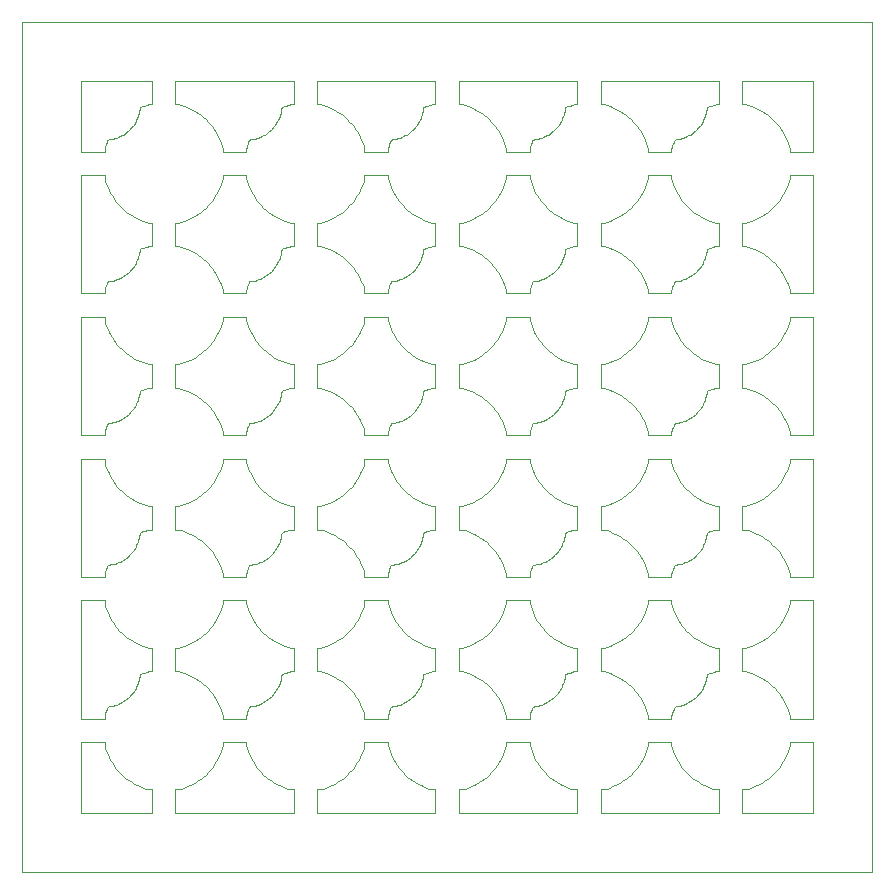
<source format=gm1>
%TF.GenerationSoftware,KiCad,Pcbnew,7.0.5-1.fc38*%
%TF.CreationDate,2023-07-07T14:16:01-04:00*%
%TF.ProjectId,bno085-i2c-board-v3-panel,626e6f30-3835-42d6-9932-632d626f6172,rev?*%
%TF.SameCoordinates,Original*%
%TF.FileFunction,Profile,NP*%
%FSLAX46Y46*%
G04 Gerber Fmt 4.6, Leading zero omitted, Abs format (unit mm)*
G04 Created by KiCad (PCBNEW 7.0.5-1.fc38) date 2023-07-07 14:16:01*
%MOMM*%
%LPD*%
G01*
G04 APERTURE LIST*
%TA.AperFunction,Profile*%
%ADD10C,0.100000*%
%TD*%
G04 APERTURE END LIST*
D10*
X126257160Y-63154910D02*
X126005573Y-63070928D01*
X134471954Y-63409252D02*
X134446730Y-63562830D01*
X163646588Y-39918152D02*
X163432427Y-39761678D01*
X128414563Y-28647584D02*
X128236912Y-28450635D01*
X158054560Y-76572966D02*
X157969546Y-76703331D01*
X162745717Y-36638884D02*
X162981395Y-36517209D01*
X141429071Y-30494426D02*
X141345089Y-30242839D01*
X165499999Y-81000000D02*
X166500000Y-81000000D01*
X162981395Y-27482790D02*
X162745717Y-27361115D01*
X143500000Y-57249999D02*
X143570928Y-57505573D01*
X177500000Y-45250000D02*
X177499999Y-45000000D01*
X169567572Y-36238321D02*
X169789499Y-36383570D01*
X121789499Y-48383570D02*
X122018604Y-48517209D01*
X120799897Y-29703750D02*
X120657928Y-29767526D01*
X168214893Y-77913576D02*
X168062830Y-77946730D01*
X162257160Y-27154910D02*
X162005573Y-27070928D01*
X177138884Y-29754282D02*
X177017209Y-29518604D01*
X127852415Y-47914563D02*
X128049364Y-47736912D01*
X134761152Y-63148311D02*
X134624412Y-63199514D01*
X170267526Y-28157928D02*
X170203750Y-28299897D01*
X134018604Y-84517209D02*
X134254282Y-84638884D01*
X153248274Y-82004092D02*
X153345089Y-81757160D01*
X122471954Y-51409252D02*
X122446730Y-51562830D01*
X125750000Y-39000000D02*
X125500000Y-39000000D01*
X157565581Y-41175632D02*
X157449970Y-41279827D01*
X143699510Y-66124410D02*
X143673423Y-66192599D01*
X169969546Y-52703331D02*
X169877887Y-52829112D01*
X174981395Y-48517209D02*
X175210500Y-48383570D01*
X145329112Y-77377887D02*
X145203331Y-77469546D01*
X112500001Y-92000000D02*
X112500001Y-92000000D01*
X146413576Y-63714893D02*
X146372580Y-63865032D01*
X169147584Y-47914563D02*
X169353411Y-48081847D01*
X170495907Y-84748274D02*
X170742839Y-84845089D01*
X155982790Y-82481395D02*
X156116429Y-82710500D01*
X137500000Y-38000000D02*
X137500000Y-36999999D01*
X170372580Y-63865032D02*
X170323853Y-64012843D01*
X133449970Y-53279827D02*
X133329112Y-53377887D01*
X159038707Y-63057623D02*
X158899287Y-63101001D01*
X140049364Y-47736912D02*
X140236912Y-47549364D01*
X122132698Y-28438367D02*
X122054560Y-28572966D01*
X147500000Y-84999999D02*
X147500000Y-87000000D01*
X131654910Y-33757160D02*
X131751725Y-34004092D01*
X165138884Y-82245717D02*
X165248274Y-82004092D01*
X168365032Y-29872580D02*
X168214893Y-29913576D01*
X140414563Y-28647584D02*
X140236912Y-28450635D01*
X134489178Y-27254571D02*
X134471954Y-27409252D01*
X129248274Y-77995907D02*
X129138884Y-77754282D01*
X134624412Y-63199514D02*
X134489178Y-63254571D01*
X154500000Y-79000000D02*
X153499999Y-79000000D01*
X139210500Y-84383570D02*
X139432427Y-84238321D01*
X134372580Y-51865032D02*
X134323853Y-52012843D01*
X167570928Y-81505573D02*
X167654910Y-81757160D01*
X168062830Y-53946730D02*
X167909252Y-53971954D01*
X145449970Y-29279827D02*
X145329112Y-29377887D01*
X126504092Y-75251725D02*
X126257160Y-75154910D01*
X139210500Y-39616429D02*
X138981395Y-39482790D01*
X147250001Y-51000004D02*
X147250001Y-51000004D01*
X151432427Y-36238321D02*
X151646588Y-36081847D01*
X167500000Y-54750000D02*
X167500000Y-55000000D01*
X146830052Y-63124167D02*
X146761152Y-63148311D01*
X164883570Y-46710500D02*
X165017209Y-46481395D01*
X146372580Y-75865032D02*
X146323853Y-76012843D01*
X122054560Y-64572966D02*
X121969546Y-64703331D01*
X137500000Y-72999999D02*
X137500000Y-72999999D01*
X135250000Y-73000000D02*
X135500000Y-72999999D01*
X122254282Y-72638884D02*
X122495907Y-72748274D01*
X138504092Y-72748274D02*
X138745717Y-72638884D01*
X145567572Y-72238321D02*
X145789499Y-72383570D01*
X152883570Y-58710500D02*
X153017209Y-58481395D01*
X132062830Y-77946730D02*
X131909252Y-77971954D01*
X133567572Y-84238321D02*
X133789499Y-84383570D01*
X129138884Y-34245717D02*
X129248274Y-34004092D01*
X162504092Y-63251725D02*
X162257160Y-63154910D01*
X170254282Y-84638884D02*
X170495907Y-84748274D01*
X122489178Y-39254571D02*
X122471954Y-39409252D01*
X158254282Y-48638884D02*
X158495907Y-48748274D01*
X156938367Y-77632698D02*
X156799897Y-77703750D01*
X134372580Y-39865032D02*
X134323853Y-40012843D01*
X159038707Y-75057623D02*
X158899287Y-75101001D01*
X133567572Y-72238321D02*
X133789499Y-72383570D01*
X153429071Y-81505573D02*
X153500000Y-81250000D01*
X134830052Y-27124167D02*
X134692600Y-27173428D01*
X153138884Y-34245717D02*
X153248274Y-34004092D01*
X155570928Y-57505573D02*
X155654910Y-57757160D01*
X168512843Y-41823853D02*
X168365032Y-41872580D01*
X123500000Y-39000004D02*
X123250001Y-39000004D01*
X139210500Y-60383570D02*
X139432427Y-60238321D01*
X131624162Y-66330050D02*
X131600996Y-66399285D01*
X140049364Y-35736912D02*
X140236912Y-35549364D01*
X123250000Y-85000000D02*
X123500000Y-84999999D01*
X177499999Y-55000000D02*
X177499999Y-55000000D01*
X119500000Y-67000000D02*
X117500001Y-67000000D01*
X132214893Y-41913576D02*
X132062830Y-41946730D01*
X167754566Y-65989176D02*
X167699510Y-66124410D01*
X162745717Y-84638884D02*
X162981395Y-84517209D01*
X134471954Y-39409252D02*
X134446730Y-39562830D01*
X152414563Y-76647584D02*
X152236912Y-76450635D01*
X161500000Y-38000000D02*
X161500000Y-36999999D01*
X120763087Y-83549364D02*
X120950635Y-83736912D01*
X175646588Y-60081847D02*
X175852415Y-59914563D01*
X177429071Y-78494426D02*
X177345089Y-78242839D01*
X177248274Y-58004092D02*
X177345089Y-57757160D01*
X143500000Y-79000000D02*
X142500000Y-79000000D01*
X171179300Y-63018212D02*
X171038707Y-63057623D01*
X158132698Y-52438367D02*
X158054560Y-52572966D01*
X176883570Y-70710500D02*
X177017209Y-70481395D01*
X134899287Y-27101001D02*
X134830052Y-27124167D01*
X128738321Y-65067572D02*
X128581847Y-64853411D01*
X165429071Y-33505573D02*
X165500000Y-33250000D01*
X119600996Y-66399285D02*
X119557618Y-66538706D01*
X156062830Y-29946730D02*
X155909252Y-29971954D01*
X177017209Y-65518604D02*
X176883570Y-65289499D01*
X125500000Y-39000000D02*
X125500000Y-38000000D01*
X132418152Y-71146588D02*
X132585436Y-71352415D01*
X156418152Y-71146588D02*
X156585436Y-71352415D01*
X127432427Y-51761678D02*
X127210500Y-51616429D01*
X125500000Y-63000000D02*
X125500000Y-62000000D01*
X167673423Y-30192599D02*
X167624162Y-30330050D01*
X153499999Y-54750000D02*
X153429071Y-54494426D01*
X128581847Y-76853411D02*
X128414563Y-76647584D01*
X170489178Y-39254571D02*
X170471954Y-39409252D01*
X119861115Y-58245717D02*
X119982790Y-58481395D01*
X162745717Y-48638884D02*
X162981395Y-48517209D01*
X162005573Y-60929071D02*
X162257160Y-60845089D01*
X162257160Y-63154910D02*
X162005573Y-63070928D01*
X128414563Y-64647584D02*
X128236912Y-64450635D01*
X169675632Y-41065581D02*
X169565581Y-41175632D01*
X159500000Y-27000004D02*
X159500000Y-27000004D01*
X156214893Y-41913576D02*
X156062830Y-41946730D01*
X170413576Y-51714893D02*
X170372580Y-51865032D01*
X156585436Y-47352415D02*
X156763087Y-47549364D01*
X168512843Y-53823853D02*
X168365032Y-53872580D01*
X129138884Y-41754282D02*
X129017209Y-41518604D01*
X121565581Y-65175632D02*
X121449970Y-65279827D01*
X169353411Y-72081847D02*
X169567572Y-72238321D01*
X122054560Y-52572966D02*
X121969546Y-52703331D01*
X157567572Y-72238321D02*
X157789499Y-72383570D01*
X122372580Y-39865032D02*
X122323853Y-40012843D01*
X138745717Y-60638884D02*
X138981395Y-60517209D01*
X119500000Y-43000000D02*
X117500001Y-43000000D01*
X146054560Y-76572966D02*
X145969546Y-76703331D01*
X126981395Y-48517209D02*
X127210500Y-48383570D01*
X146413576Y-39714893D02*
X146372580Y-39865032D01*
X145779827Y-52949970D02*
X145675632Y-53065581D01*
X134267526Y-28157928D02*
X134203750Y-28299897D01*
X175210500Y-63616429D02*
X174981395Y-63482790D01*
X140236912Y-47549364D02*
X140414563Y-47352415D01*
X143654910Y-33757160D02*
X143751725Y-34004092D01*
X164236912Y-52450635D02*
X164049364Y-52263087D01*
X177429071Y-30494426D02*
X177345089Y-30242839D01*
X134899287Y-75101001D02*
X134761152Y-75148311D01*
X143754566Y-29989176D02*
X143726559Y-30056598D01*
X143557618Y-78538706D02*
X143518207Y-78679298D01*
X176883570Y-82710500D02*
X177017209Y-82481395D01*
X150745717Y-36638884D02*
X150981395Y-36517209D01*
X145565581Y-53175632D02*
X145449970Y-53279827D01*
X157779827Y-52949970D02*
X157675632Y-53065581D01*
X127852415Y-76085436D02*
X127646588Y-75918152D01*
X157877887Y-40829112D02*
X157779827Y-40949970D01*
X123500000Y-36999999D02*
X123500000Y-38000000D01*
X121789499Y-84383570D02*
X122018604Y-84517209D01*
X167982790Y-46481395D02*
X168116429Y-46710500D01*
X131600996Y-30399285D02*
X131557618Y-30538706D01*
X174257160Y-72845089D02*
X174504092Y-72748274D01*
X122413576Y-63714893D02*
X122372580Y-63865032D01*
X163852415Y-40085436D02*
X163646588Y-39918152D01*
X158372580Y-63865032D02*
X158323853Y-64012843D01*
X165248274Y-82004092D02*
X165345089Y-81757160D01*
X127432427Y-75761678D02*
X127210500Y-75616429D01*
X164738321Y-65067572D02*
X164581847Y-64853411D01*
X167537415Y-30608862D02*
X167500000Y-30750000D01*
X135500000Y-27000004D02*
X135250001Y-27000004D01*
X155861115Y-82245717D02*
X155982790Y-82481395D01*
X141017209Y-46481395D02*
X141138884Y-46245717D01*
X127432427Y-27761678D02*
X127210500Y-27616429D01*
X135250001Y-51000004D02*
X135108864Y-51037420D01*
X120585436Y-59352415D02*
X120763087Y-59549364D01*
X170446730Y-75562830D02*
X170413576Y-75714893D01*
X157203331Y-29469546D02*
X157072966Y-29554560D01*
X141429071Y-42494426D02*
X141345089Y-42242839D01*
X150745717Y-60638884D02*
X150981395Y-60517209D01*
X128236912Y-59549364D02*
X128414563Y-59352415D01*
X164738321Y-53067572D02*
X164581847Y-52853411D01*
X175432427Y-48238321D02*
X175646588Y-48081847D01*
X129499999Y-66750000D02*
X129499999Y-66750000D01*
X176883570Y-29289499D02*
X176738321Y-29067572D01*
X140738321Y-65067572D02*
X140581847Y-64853411D01*
X153429071Y-45505573D02*
X153500000Y-45250000D01*
X146624412Y-51199514D02*
X146489178Y-51254571D01*
X134446730Y-63562830D02*
X134413576Y-63714893D01*
X143500000Y-81249999D02*
X143570928Y-81505573D01*
X150745717Y-48638884D02*
X150981395Y-48517209D01*
X145449970Y-65279827D02*
X145329112Y-65377887D01*
X142500000Y-79000000D02*
X141499999Y-79000000D01*
X156512843Y-65823853D02*
X156365032Y-65872580D01*
X153500000Y-33250000D02*
X153499999Y-33000000D01*
X134203750Y-40299897D02*
X134132698Y-40438367D01*
X157353411Y-84081847D02*
X157567572Y-84238321D01*
X168116429Y-82710500D02*
X168261678Y-82932427D01*
X144763087Y-59549364D02*
X144950635Y-59736912D01*
X143654910Y-45757160D02*
X143751725Y-46004092D01*
X165429071Y-54494426D02*
X165345089Y-54242839D01*
X128738321Y-58932427D02*
X128883570Y-58710500D01*
X177017209Y-41518604D02*
X176883570Y-41289499D01*
X131751725Y-70004092D02*
X131861115Y-70245717D01*
X141499999Y-43000000D02*
X141499999Y-42750000D01*
X128883570Y-34710500D02*
X129017209Y-34481395D01*
X130500000Y-55000000D02*
X129499999Y-55000000D01*
X122203750Y-28299897D02*
X122132698Y-28438367D01*
X126257160Y-84845089D02*
X126504092Y-84748274D01*
X152049364Y-64263087D02*
X151852415Y-64085436D01*
X131861115Y-82245717D02*
X131982790Y-82481395D01*
X168763087Y-35549364D02*
X168950635Y-35736912D01*
X161500000Y-84999999D02*
X161749999Y-84999999D01*
X155518207Y-66679298D02*
X155500000Y-66750000D01*
X141248274Y-46004092D02*
X141345089Y-45757160D01*
X135250000Y-37000000D02*
X135500000Y-36999999D01*
X134054560Y-64572966D02*
X133969546Y-64703331D01*
X138257160Y-63154910D02*
X138005573Y-63070928D01*
X128236912Y-76450635D02*
X128049364Y-76263087D01*
X120116429Y-46710500D02*
X120261678Y-46932427D01*
X164738321Y-46932427D02*
X164883570Y-46710500D01*
X155624162Y-42330050D02*
X155578814Y-42468842D01*
X174257160Y-60845089D02*
X174504092Y-60748274D01*
X150005573Y-72929071D02*
X150257160Y-72845089D01*
X122899287Y-39101001D02*
X122830052Y-39124167D01*
X154500000Y-55000000D02*
X153499999Y-55000000D01*
X129138884Y-46245717D02*
X129248274Y-46004092D01*
X165499999Y-55000000D02*
X165499999Y-54750000D01*
X156657928Y-53767526D02*
X156512843Y-53823853D01*
X120938367Y-29632698D02*
X120799897Y-29703750D01*
X164049364Y-71736912D02*
X164236912Y-71549364D01*
X153017209Y-65518604D02*
X152883570Y-65289499D01*
X134994426Y-36929071D02*
X135250000Y-37000000D01*
X169969546Y-76703331D02*
X169877887Y-76829112D01*
X146413576Y-27714893D02*
X146372580Y-27865032D01*
X134994426Y-84929071D02*
X135250000Y-85000000D01*
X174257160Y-63154910D02*
X174005573Y-63070928D01*
X141499999Y-31000000D02*
X141499999Y-30750000D01*
X127852415Y-52085436D02*
X127646588Y-51918152D01*
X152738321Y-70932427D02*
X152883570Y-70710500D01*
X149500000Y-62000000D02*
X149500000Y-60999999D01*
X122692600Y-27173428D02*
X122624412Y-27199514D01*
X147038707Y-63057623D02*
X146968843Y-63078818D01*
X129345089Y-42242839D02*
X129248274Y-41995907D01*
X150257160Y-27154910D02*
X150005573Y-27070928D01*
X122446730Y-63562830D02*
X122413576Y-63714893D01*
X129138884Y-65754282D02*
X129017209Y-65518604D01*
X169147584Y-59914563D02*
X169353411Y-60081847D01*
X167570928Y-33505573D02*
X167654910Y-33757160D01*
X126504092Y-36748274D02*
X126745717Y-36638884D01*
X138504092Y-51251725D02*
X138257160Y-51154910D01*
X134446730Y-39562830D02*
X134413576Y-39714893D01*
X171250001Y-39000004D02*
X171179300Y-39018212D01*
X151432427Y-84238321D02*
X151646588Y-84081847D01*
X141499999Y-33000000D02*
X142500000Y-33000000D01*
X150257160Y-63154910D02*
X150005573Y-63070928D01*
X133353411Y-48081847D02*
X133567572Y-48238321D01*
X151210500Y-60383570D02*
X151432427Y-60238321D01*
X177138884Y-77754282D02*
X177017209Y-77518604D01*
X146323853Y-64012843D02*
X146267526Y-64157928D01*
X169147584Y-83914563D02*
X169353411Y-84081847D01*
X140883570Y-77289499D02*
X140738321Y-77067572D01*
X157147584Y-35914563D02*
X157353411Y-36081847D01*
X165429071Y-81505573D02*
X165500000Y-81250000D01*
X122413576Y-75714893D02*
X122372580Y-75865032D01*
X134495907Y-48748274D02*
X134742839Y-48845089D01*
X134495907Y-60748274D02*
X134742839Y-60845089D01*
X157567572Y-48238321D02*
X157789499Y-48383570D01*
X156938367Y-29632698D02*
X156799897Y-29703750D01*
X145329112Y-53377887D02*
X145203331Y-53469546D01*
X128236912Y-35549364D02*
X128414563Y-35352415D01*
X138504092Y-36748274D02*
X138745717Y-36638884D01*
X158692600Y-75173428D02*
X158624412Y-75199514D01*
X131982790Y-34481395D02*
X132116429Y-34710500D01*
X120938367Y-53632698D02*
X120799897Y-53703750D01*
X175210500Y-60383570D02*
X175432427Y-60238321D01*
X150504092Y-60748274D02*
X150745717Y-60638884D01*
X143673423Y-66192599D02*
X143624162Y-66330050D01*
X129499999Y-81000000D02*
X130500000Y-81000000D01*
X121147584Y-35914563D02*
X121353411Y-36081847D01*
X166500000Y-57000000D02*
X167500000Y-57000000D01*
X143570928Y-81505573D02*
X143654910Y-81757160D01*
X121329112Y-65377887D02*
X121203331Y-65469546D01*
X177017209Y-70481395D02*
X177138884Y-70245717D01*
X127210500Y-63616429D02*
X126981395Y-63482790D01*
X141499999Y-57000000D02*
X142500000Y-57000000D01*
X157147584Y-83914563D02*
X157353411Y-84081847D01*
X145203331Y-65469546D02*
X145072966Y-65554560D01*
X165017209Y-77518604D02*
X164883570Y-77289499D01*
X157969546Y-76703331D02*
X157877887Y-76829112D01*
X170267526Y-64157928D02*
X170203750Y-64299897D01*
X167982790Y-58481395D02*
X168116429Y-58710500D01*
X119557618Y-54538706D02*
X119537415Y-54608862D01*
X131673423Y-78192599D02*
X131624162Y-78330050D01*
X175210500Y-72383570D02*
X175432427Y-72238321D01*
X129499999Y-66750000D02*
X129429071Y-66494426D01*
X159500000Y-63000004D02*
X159250001Y-63000004D01*
X167751725Y-82004092D02*
X167861115Y-82245717D01*
X149500000Y-48999999D02*
X149749999Y-48999999D01*
X158471954Y-27409252D02*
X158446730Y-27562830D01*
X150504092Y-84748274D02*
X150745717Y-84638884D01*
X170742839Y-48845089D02*
X170994426Y-48929071D01*
X132214893Y-65913576D02*
X132062830Y-65946730D01*
X138005573Y-84929071D02*
X138257160Y-84845089D01*
X135250001Y-27000004D02*
X135108864Y-27037420D01*
X167557618Y-30538706D02*
X167537415Y-30608862D01*
X162005573Y-72929071D02*
X162257160Y-72845089D01*
X162981395Y-72517209D02*
X163210500Y-72383570D01*
X129429071Y-33505573D02*
X129500000Y-33250000D01*
X122624412Y-39199514D02*
X122489178Y-39254571D01*
X119500000Y-45249999D02*
X119570928Y-45505573D01*
X158556600Y-39226564D02*
X158489178Y-39254571D01*
X174504092Y-39251725D02*
X174257160Y-39154910D01*
X128236912Y-71549364D02*
X128414563Y-71352415D01*
X126257160Y-48845089D02*
X126504092Y-48748274D01*
X128883570Y-41289499D02*
X128738321Y-41067572D01*
X158994426Y-36929071D02*
X159250000Y-37000000D01*
X127210500Y-84383570D02*
X127432427Y-84238321D01*
X152738321Y-53067572D02*
X152581847Y-52853411D01*
X153138884Y-82245717D02*
X153248274Y-82004092D01*
X153017209Y-41518604D02*
X152883570Y-41289499D01*
X143600996Y-66399285D02*
X143557618Y-66538706D01*
X168585436Y-71352415D02*
X168763087Y-71549364D01*
X153248274Y-53995907D02*
X153138884Y-53754282D01*
X170372580Y-75865032D02*
X170323853Y-76012843D01*
X165429071Y-69505573D02*
X165500000Y-69250000D01*
X149750000Y-27000000D02*
X149500000Y-27000000D01*
X167557618Y-42538706D02*
X167537415Y-42608862D01*
X161500000Y-39000000D02*
X161500000Y-38000000D01*
X127210500Y-60383570D02*
X127432427Y-60238321D01*
X152738321Y-58932427D02*
X152883570Y-58710500D01*
X139646588Y-36081847D02*
X139852415Y-35914563D01*
X129499999Y-79000000D02*
X129499999Y-78750000D01*
X144950635Y-71736912D02*
X145147584Y-71914563D01*
X122742839Y-60845089D02*
X122994426Y-60929071D01*
X176581847Y-40853411D02*
X176414563Y-40647584D01*
X150981395Y-84517209D02*
X151210500Y-84383570D01*
X138257160Y-48845089D02*
X138504092Y-48748274D01*
X122446730Y-51562830D02*
X122413576Y-51714893D01*
X129429071Y-57505573D02*
X129500000Y-57250000D01*
X128236912Y-28450635D02*
X128049364Y-28263087D01*
X155982790Y-34481395D02*
X156116429Y-34710500D01*
X165017209Y-58481395D02*
X165138884Y-58245717D01*
X144585436Y-71352415D02*
X144763087Y-71549364D01*
X176581847Y-47146588D02*
X176738321Y-46932427D01*
X158742839Y-72845089D02*
X158994426Y-72929071D01*
X123500000Y-51000004D02*
X123250001Y-51000004D01*
X128414563Y-47352415D02*
X128581847Y-47146588D01*
X174981395Y-60517209D02*
X175210500Y-60383570D01*
X170495907Y-48748274D02*
X170742839Y-48845089D01*
X139852415Y-83914563D02*
X140049364Y-83736912D01*
X126257160Y-51154910D02*
X126005573Y-51070928D01*
X137500000Y-84999999D02*
X137749999Y-84999999D01*
X129138884Y-77754282D02*
X129017209Y-77518604D01*
X161500000Y-36999999D02*
X161749999Y-36999999D01*
X146994426Y-84929071D02*
X147250000Y-85000000D01*
X134495907Y-36748274D02*
X134742839Y-36845089D01*
X165429071Y-54494426D02*
X165429071Y-54494426D01*
X138745717Y-48638884D02*
X138981395Y-48517209D01*
X157567572Y-36238321D02*
X157789499Y-36383570D01*
X120062830Y-29946730D02*
X119909252Y-29971954D01*
X141499999Y-69000000D02*
X142500000Y-69000000D01*
X155557618Y-78538706D02*
X155518207Y-78679298D01*
X175646588Y-48081847D02*
X175852415Y-47914563D01*
X158254282Y-84638884D02*
X158495907Y-84748274D01*
X177345089Y-45757160D02*
X177429071Y-45505573D01*
X153499999Y-66750000D02*
X153429071Y-66494426D01*
X168657928Y-77767526D02*
X168512843Y-77823853D01*
X158413576Y-75714893D02*
X158372580Y-75865032D01*
X137500000Y-72999999D02*
X137749999Y-72999999D01*
X129017209Y-34481395D02*
X129138884Y-34245717D01*
X131500000Y-33249999D02*
X131570928Y-33505573D01*
X141017209Y-65518604D02*
X140883570Y-65289499D01*
X146556600Y-27226564D02*
X146489178Y-27254571D01*
X170132698Y-28438367D02*
X170054560Y-28572966D01*
X156261678Y-46932427D02*
X156418152Y-47146588D01*
X170323853Y-52012843D02*
X170267526Y-52157928D01*
X167500000Y-45000000D02*
X167500000Y-45249999D01*
X120657928Y-29767526D02*
X120512843Y-29823853D01*
X163432427Y-75761678D02*
X163210500Y-75616429D01*
X170556600Y-27226564D02*
X170489178Y-27254571D01*
X143861115Y-34245717D02*
X143982790Y-34481395D01*
X173750000Y-27000000D02*
X173500000Y-27000000D01*
X144116429Y-58710500D02*
X144261678Y-58932427D01*
X117500001Y-57000000D02*
X119500000Y-57000000D01*
X126745717Y-27361115D02*
X126504092Y-27251725D01*
X123500000Y-72999999D02*
X123500000Y-74000000D01*
X143754566Y-77989176D02*
X143699510Y-78124410D01*
X150005573Y-36929071D02*
X150005573Y-36929071D01*
X168585436Y-35352415D02*
X168763087Y-35549364D01*
X163210500Y-51616429D02*
X162981395Y-51482790D01*
X122446730Y-27562830D02*
X122413576Y-27714893D01*
X129248274Y-82004092D02*
X129345089Y-81757160D01*
X168763087Y-47549364D02*
X168950635Y-47736912D01*
X165499999Y-67000000D02*
X165499999Y-66750000D01*
X164414563Y-76647584D02*
X164236912Y-76450635D01*
X119557618Y-66538706D02*
X119537415Y-66608862D01*
X120585436Y-47352415D02*
X120763087Y-47549364D01*
X179500000Y-69000000D02*
X179500000Y-79000000D01*
X162981395Y-51482790D02*
X162745717Y-51361115D01*
X159179300Y-63018212D02*
X159038707Y-63057623D01*
X134994426Y-60929071D02*
X135250000Y-61000000D01*
X151646588Y-60081847D02*
X151852415Y-59914563D01*
X121779827Y-52949970D02*
X121675632Y-53065581D01*
X167500000Y-43000000D02*
X166500000Y-43000000D01*
X123038707Y-51057623D02*
X122968843Y-51078818D01*
X129017209Y-29518604D02*
X128883570Y-29289499D01*
X143557618Y-42538706D02*
X143537415Y-42608862D01*
X132418152Y-59146588D02*
X132585436Y-59352415D01*
X120763087Y-59549364D02*
X120950635Y-59736912D01*
X119982790Y-82481395D02*
X120116429Y-82710500D01*
X153345089Y-33757160D02*
X153429071Y-33505573D01*
X133877887Y-64829112D02*
X133779827Y-64949970D01*
X167537415Y-66608862D02*
X167500000Y-66750000D01*
X140414563Y-76647584D02*
X140236912Y-76450635D01*
X123500000Y-50000000D02*
X123500000Y-51000004D01*
X151432427Y-63761678D02*
X151210500Y-63616429D01*
X152581847Y-59146588D02*
X152738321Y-58932427D01*
X165248274Y-46004092D02*
X165345089Y-45757160D01*
X155557618Y-42538706D02*
X155537415Y-42608862D01*
X117500001Y-55000000D02*
X117500001Y-45000000D01*
X121072966Y-29554560D02*
X120938367Y-29632698D01*
X168116429Y-34710500D02*
X168261678Y-34932427D01*
X157675632Y-77065581D02*
X157565581Y-77175632D01*
X143751725Y-34004092D02*
X143861115Y-34245717D01*
X167624162Y-30330050D02*
X167578814Y-30468842D01*
X169969546Y-40703331D02*
X169877887Y-40829112D01*
X144938367Y-29632698D02*
X144799897Y-29703750D01*
X158132698Y-28438367D02*
X158054560Y-28572966D01*
X158761152Y-75148311D02*
X158692600Y-75173428D01*
X164738321Y-82932427D02*
X164883570Y-82710500D01*
X146471954Y-39409252D02*
X146446730Y-39562830D01*
X141500000Y-69250000D02*
X141499999Y-69000000D01*
X145969546Y-40703331D02*
X145877887Y-40829112D01*
X175852415Y-71914563D02*
X176049364Y-71736912D01*
X170054560Y-52572966D02*
X169969546Y-52703331D01*
X167982790Y-70481395D02*
X168116429Y-70710500D01*
X146267526Y-52157928D02*
X146203750Y-52299897D01*
X152236912Y-83549364D02*
X152414563Y-83352415D01*
X120365032Y-29872580D02*
X120214893Y-29913576D01*
X169353411Y-84081847D02*
X169567572Y-84238321D01*
X129248274Y-70004092D02*
X129345089Y-69757160D01*
X119500000Y-45000000D02*
X119500000Y-45249999D01*
X143982790Y-46481395D02*
X144116429Y-46710500D01*
X144418152Y-71146588D02*
X144585436Y-71352415D01*
X134489178Y-51254571D02*
X134471954Y-51409252D01*
X135108864Y-51037420D02*
X135038707Y-51057623D01*
X157969546Y-64703331D02*
X157877887Y-64829112D01*
X132950635Y-71736912D02*
X133147584Y-71914563D01*
X168214893Y-65913576D02*
X168062830Y-65946730D01*
X141248274Y-41995907D02*
X141138884Y-41754282D01*
X175432427Y-72238321D02*
X175646588Y-72081847D01*
X150745717Y-51361115D02*
X150504092Y-51251725D01*
X134254282Y-72638884D02*
X134495907Y-72748274D01*
X144657928Y-65767526D02*
X144512843Y-65823853D01*
X165499999Y-57000000D02*
X166500000Y-57000000D01*
X143578814Y-30468842D02*
X143557618Y-30538706D01*
X167600996Y-78399285D02*
X167557618Y-78538706D01*
X131982790Y-70481395D02*
X132116429Y-70710500D01*
X120261678Y-82932427D02*
X120418152Y-83146588D01*
X127852415Y-71914563D02*
X128049364Y-71736912D01*
X164414563Y-59352415D02*
X164581847Y-59146588D01*
X132950635Y-83736912D02*
X133147584Y-83914563D01*
X156116429Y-46710500D02*
X156261678Y-46932427D01*
X155673423Y-66192599D02*
X155624162Y-66330050D01*
X144418152Y-47146588D02*
X144585436Y-47352415D01*
X126981395Y-84517209D02*
X127210500Y-84383570D01*
X158471954Y-63409252D02*
X158446730Y-63562830D01*
X131754566Y-77989176D02*
X131699510Y-78124410D01*
X162005573Y-84929071D02*
X162257160Y-84845089D01*
X167861115Y-82245717D02*
X167982790Y-82481395D01*
X132512843Y-65823853D02*
X132365032Y-65872580D01*
X156763087Y-47549364D02*
X156950635Y-47736912D01*
X146254282Y-72638884D02*
X146495907Y-72748274D01*
X119500000Y-57000000D02*
X119500000Y-57000000D01*
X176738321Y-41067572D02*
X176581847Y-40853411D01*
X165429071Y-78494426D02*
X165345089Y-78242839D01*
X164049364Y-83736912D02*
X164236912Y-83549364D01*
X155500000Y-79000000D02*
X154500000Y-79000000D01*
X162257160Y-60845089D02*
X162504092Y-60748274D01*
X161750000Y-63000000D02*
X161500000Y-63000000D01*
X147500000Y-74000000D02*
X147500000Y-75000004D01*
X168799897Y-77703750D02*
X168657928Y-77767526D01*
X132657928Y-77767526D02*
X132512843Y-77823853D01*
X141017209Y-77518604D02*
X140883570Y-77289499D01*
X147250001Y-63000004D02*
X147108864Y-63037420D01*
X163646588Y-63918152D02*
X163432427Y-63761678D01*
X164738321Y-29067572D02*
X164581847Y-28853411D01*
X143673423Y-54192599D02*
X143624162Y-54330050D01*
X167654910Y-57757160D02*
X167751725Y-58004092D01*
X125500000Y-36999999D02*
X125749999Y-36999999D01*
X135108864Y-27037420D02*
X135038707Y-27057623D01*
X122761152Y-51148311D02*
X122624412Y-51199514D01*
X171500000Y-36999999D02*
X171500000Y-38000000D01*
X169789499Y-60383570D02*
X170018604Y-60517209D01*
X133969546Y-64703331D02*
X133877887Y-64829112D01*
X158899287Y-27101001D02*
X158830052Y-27124167D01*
X169567572Y-48238321D02*
X169789499Y-48383570D01*
X132365032Y-41872580D02*
X132214893Y-41913576D01*
X177500000Y-57250000D02*
X177499999Y-57000000D01*
X169789499Y-36383570D02*
X170018604Y-36517209D01*
X158254282Y-60638884D02*
X158495907Y-60748274D01*
X153017209Y-29518604D02*
X152883570Y-29289499D01*
X158495907Y-72748274D02*
X158742839Y-72845089D01*
X146489178Y-27254571D02*
X146471954Y-27409252D01*
X161749999Y-48999999D02*
X162005573Y-48929071D01*
X169567572Y-72238321D02*
X169789499Y-72383570D01*
X168763087Y-59549364D02*
X168950635Y-59736912D01*
X134446730Y-51562830D02*
X134413576Y-51714893D01*
X119500000Y-79000000D02*
X117500001Y-79000000D01*
X123108864Y-63037420D02*
X123038707Y-63057623D01*
X125500000Y-38000000D02*
X125500000Y-36999999D01*
X119754566Y-65989176D02*
X119699510Y-66124410D01*
X144585436Y-83352415D02*
X144763087Y-83549364D01*
X174745717Y-75361115D02*
X174504092Y-75251725D01*
X146624412Y-63199514D02*
X146489178Y-63254571D01*
X119500000Y-33249999D02*
X119570928Y-33505573D01*
X150981395Y-63482790D02*
X150745717Y-63361115D01*
X137500000Y-39000000D02*
X137500000Y-38000000D01*
X147500000Y-27000004D02*
X147250001Y-27000004D01*
X135500000Y-36999999D02*
X135500000Y-38000000D01*
X162981395Y-75482790D02*
X162745717Y-75361115D01*
X147250001Y-39000004D02*
X147108864Y-39037420D01*
X150745717Y-72638884D02*
X150981395Y-72517209D01*
X129499999Y-45000000D02*
X130500000Y-45000000D01*
X120214893Y-41913576D02*
X120062830Y-41946730D01*
X144062830Y-65946730D02*
X143909252Y-65971954D01*
X170830052Y-63124167D02*
X170761152Y-63148311D01*
X149749999Y-48999999D02*
X150005573Y-48929071D01*
X143751725Y-46004092D02*
X143861115Y-46245717D01*
X126981395Y-39482790D02*
X126745717Y-39361115D01*
X171500000Y-50000000D02*
X171500000Y-51000004D01*
X155500000Y-67000000D02*
X154500000Y-67000000D01*
X158323853Y-64012843D02*
X158267526Y-64157928D01*
X152414563Y-35352415D02*
X152581847Y-35146588D01*
X143570928Y-57505573D02*
X143654910Y-57757160D01*
X176236912Y-71549364D02*
X176414563Y-71352415D01*
X159250000Y-61000000D02*
X159500000Y-60999999D01*
X150257160Y-36845089D02*
X150504092Y-36748274D01*
X125749999Y-72999999D02*
X126005573Y-72929071D01*
X145675632Y-53065581D02*
X145565581Y-53175632D01*
X129345089Y-33757160D02*
X129429071Y-33505573D01*
X159250001Y-39000004D02*
X159179300Y-39018212D01*
X155726559Y-30056598D02*
X155673423Y-30192599D01*
X134132698Y-64438367D02*
X134054560Y-64572966D01*
X152883570Y-41289499D02*
X152738321Y-41067572D01*
X177499999Y-54750000D02*
X177429071Y-54494426D01*
X121877887Y-76829112D02*
X121779827Y-76949970D01*
X158899287Y-75101001D02*
X158761152Y-75148311D01*
X143624162Y-78330050D02*
X143600996Y-78399285D01*
X119751725Y-58004092D02*
X119861115Y-58245717D01*
X121203331Y-29469546D02*
X121072966Y-29554560D01*
X132214893Y-77913576D02*
X132062830Y-77946730D01*
X163852415Y-28085436D02*
X163646588Y-27918152D01*
X119673423Y-42192599D02*
X119624162Y-42330050D01*
X135500000Y-60999999D02*
X135500000Y-62000000D01*
X120418152Y-59146588D02*
X120585436Y-59352415D01*
X179500000Y-57000000D02*
X179500000Y-67000000D01*
X162005573Y-27070928D02*
X161750000Y-27000000D01*
X152414563Y-83352415D02*
X152581847Y-83146588D01*
X149500000Y-63000000D02*
X149500000Y-62000000D01*
X169203331Y-41469546D02*
X169072966Y-41554560D01*
X119500000Y-45000000D02*
X119500000Y-45000000D01*
X128049364Y-35736912D02*
X128236912Y-35549364D01*
X176236912Y-52450635D02*
X176049364Y-52263087D01*
X174981395Y-36517209D02*
X175210500Y-36383570D01*
X177248274Y-65995907D02*
X177138884Y-65754282D01*
X141429071Y-81505573D02*
X141500000Y-81250000D01*
X171179300Y-51018212D02*
X171038707Y-51057623D01*
X170471954Y-39409252D02*
X170446730Y-39562830D01*
X158495907Y-48748274D02*
X158742839Y-48845089D01*
X168799897Y-53703750D02*
X168657928Y-53767526D01*
X144512843Y-53823853D02*
X144365032Y-53872580D01*
X152581847Y-35146588D02*
X152738321Y-34932427D01*
X134018604Y-36517209D02*
X134254282Y-36638884D01*
X143500000Y-81000000D02*
X143500000Y-81249999D01*
X155861115Y-70245717D02*
X155982790Y-70481395D01*
X129248274Y-46004092D02*
X129345089Y-45757160D01*
X122968843Y-63078818D02*
X122830052Y-63124167D01*
X168418152Y-83146588D02*
X168585436Y-83352415D01*
X154500000Y-69000000D02*
X155500000Y-69000000D01*
X128581847Y-71146588D02*
X128738321Y-70932427D01*
X155673423Y-78192599D02*
X155624162Y-78330050D01*
X170413576Y-27714893D02*
X170372580Y-27865032D01*
X173500000Y-75000000D02*
X173500000Y-74000000D01*
X161500000Y-84999999D02*
X161500000Y-84999999D01*
X155518207Y-54679298D02*
X155500000Y-54750000D01*
X176049364Y-83736912D02*
X176236912Y-83549364D01*
X142500000Y-43000000D02*
X141499999Y-43000000D01*
X131537415Y-42608862D02*
X131500000Y-42750000D01*
X173500000Y-38000000D02*
X173500000Y-36999999D01*
X122132698Y-52438367D02*
X122054560Y-52572966D01*
X134742839Y-72845089D02*
X134994426Y-72929071D01*
X162504092Y-48748274D02*
X162745717Y-48638884D01*
X146372580Y-39865032D02*
X146323853Y-40012843D01*
X141248274Y-58004092D02*
X141345089Y-57757160D01*
X163852415Y-64085436D02*
X163646588Y-63918152D01*
X167673423Y-42192599D02*
X167624162Y-42330050D01*
X147500000Y-25000000D02*
X147500000Y-27000004D01*
X176049364Y-40263087D02*
X175852415Y-40085436D01*
X154500000Y-45000000D02*
X155500000Y-45000000D01*
X120763087Y-35549364D02*
X120950635Y-35736912D01*
X140236912Y-71549364D02*
X140414563Y-71352415D01*
X133877887Y-40829112D02*
X133779827Y-40949970D01*
X158556600Y-27226564D02*
X158489178Y-27254571D01*
X170132698Y-40438367D02*
X170054560Y-40572966D01*
X177248274Y-34004092D02*
X177345089Y-33757160D01*
X177499999Y-66750000D02*
X177429071Y-66494426D01*
X157877887Y-28829112D02*
X157779827Y-28949970D01*
X162257160Y-75154910D02*
X162005573Y-75070928D01*
X139432427Y-48238321D02*
X139646588Y-48081847D01*
X170323853Y-76012843D02*
X170267526Y-76157928D01*
X163432427Y-27761678D02*
X163210500Y-27616429D01*
X167500000Y-55000000D02*
X166500000Y-55000000D01*
X132365032Y-77872580D02*
X132214893Y-77913576D01*
X146994426Y-36929071D02*
X147250000Y-37000000D01*
X128414563Y-71352415D02*
X128581847Y-71146588D01*
X150981395Y-36517209D02*
X151210500Y-36383570D01*
X156799897Y-65703750D02*
X156657928Y-65767526D01*
X129499999Y-69000000D02*
X130500000Y-69000000D01*
X146254282Y-48638884D02*
X146495907Y-48748274D01*
X131557618Y-66538706D02*
X131537415Y-66608862D01*
X125500000Y-25000000D02*
X135500000Y-25000000D01*
X119500000Y-42750000D02*
X119500000Y-43000000D01*
X129499999Y-42750000D02*
X129429071Y-42494426D01*
X123038707Y-27057623D02*
X122899287Y-27101001D01*
X134203750Y-76299897D02*
X134132698Y-76438367D01*
X127852415Y-40085436D02*
X127646588Y-39918152D01*
X161500000Y-51000000D02*
X161500000Y-50000000D01*
X129429071Y-69505573D02*
X129500000Y-69250000D01*
X167982790Y-34481395D02*
X168116429Y-34710500D01*
X164883570Y-70710500D02*
X165017209Y-70481395D01*
X134267526Y-40157928D02*
X134203750Y-40299897D01*
X161500000Y-87000000D02*
X161500000Y-84999999D01*
X132763087Y-59549364D02*
X132950635Y-59736912D01*
X149500000Y-25000000D02*
X159500000Y-25000000D01*
X123038707Y-27057623D02*
X123038707Y-27057623D01*
X171038707Y-51057623D02*
X170899287Y-51101001D01*
X129017209Y-41518604D02*
X128883570Y-41289499D01*
X159500000Y-38000000D02*
X159500000Y-39000004D01*
X162005573Y-51070928D02*
X161750000Y-51000000D01*
X130500000Y-69000000D02*
X131500000Y-69000000D01*
X130500000Y-45000000D02*
X131500000Y-45000000D01*
X122994426Y-72929071D02*
X123250000Y-73000000D01*
X144062830Y-29946730D02*
X143909252Y-29971954D01*
X123500000Y-25000000D02*
X123500000Y-27000004D01*
X119754566Y-77989176D02*
X119699510Y-78124410D01*
X140738321Y-34932427D02*
X140883570Y-34710500D01*
X134624412Y-51199514D02*
X134489178Y-51254571D01*
X137500000Y-36999999D02*
X137749999Y-36999999D01*
X121565581Y-29175632D02*
X121449970Y-29279827D01*
X156938367Y-65632698D02*
X156799897Y-65703750D01*
X146267526Y-40157928D02*
X146203750Y-40299897D01*
X122054560Y-40572966D02*
X121969546Y-40703331D01*
X174981395Y-27482790D02*
X174745717Y-27361115D01*
X144763087Y-71549364D02*
X144950635Y-71736912D01*
X146254282Y-84638884D02*
X146495907Y-84748274D01*
X128581847Y-40853411D02*
X128414563Y-40647584D01*
X152414563Y-71352415D02*
X152581847Y-71146588D01*
X140236912Y-28450635D02*
X140049364Y-28263087D01*
X167500000Y-30750000D02*
X167500000Y-31000000D01*
X122267526Y-40157928D02*
X122203750Y-40299897D01*
X155624162Y-54330050D02*
X155578814Y-54468842D01*
X129429071Y-30494426D02*
X129345089Y-30242839D01*
X164883570Y-82710500D02*
X165017209Y-82481395D01*
X164581847Y-59146588D02*
X164738321Y-58932427D01*
X132585436Y-83352415D02*
X132763087Y-83549364D01*
X135108864Y-75037420D02*
X135038707Y-75057623D01*
X141248274Y-34004092D02*
X141345089Y-33757160D01*
X133565581Y-29175632D02*
X133449970Y-29279827D01*
X140236912Y-83549364D02*
X140414563Y-83352415D01*
X157567572Y-84238321D02*
X157789499Y-84383570D01*
X144512843Y-29823853D02*
X144365032Y-29872580D01*
X119699510Y-42124410D02*
X119673423Y-42192599D01*
X155673423Y-54192599D02*
X155624162Y-54330050D01*
X132799897Y-41703750D02*
X132657928Y-41767526D01*
X165138884Y-46245717D02*
X165248274Y-46004092D01*
X120116429Y-34710500D02*
X120261678Y-34932427D01*
X144365032Y-29872580D02*
X144214893Y-29913576D01*
X164049364Y-40263087D02*
X163852415Y-40085436D01*
X169877887Y-76829112D02*
X169779827Y-76949970D01*
X141500000Y-81250000D02*
X141499999Y-81000000D01*
X157449970Y-53279827D02*
X157329112Y-53377887D01*
X131500000Y-81249999D02*
X131570928Y-81505573D01*
X153345089Y-66242839D02*
X153248274Y-65995907D01*
X141499999Y-66750000D02*
X141429071Y-66494426D01*
X157203331Y-65469546D02*
X157072966Y-65554560D01*
X156657928Y-29767526D02*
X156512843Y-29823853D01*
X128738321Y-29067572D02*
X128581847Y-28853411D01*
X157353411Y-72081847D02*
X157567572Y-72238321D01*
X134323853Y-64012843D02*
X134267526Y-64157928D01*
X149750000Y-63000000D02*
X149500000Y-63000000D01*
X117500001Y-31000000D02*
X117500001Y-25000000D01*
X164236912Y-35549364D02*
X164414563Y-35352415D01*
X122254282Y-48638884D02*
X122495907Y-48748274D01*
X123500000Y-60999999D02*
X123500000Y-62000000D01*
X143754566Y-53989176D02*
X143726559Y-54056598D01*
X161750000Y-51000000D02*
X161500000Y-51000000D01*
X155982790Y-70481395D02*
X156116429Y-70710500D01*
X158323853Y-28012843D02*
X158267526Y-28157928D01*
X134692600Y-39173428D02*
X134624412Y-39199514D01*
X122203750Y-76299897D02*
X122132698Y-76438367D01*
X133203331Y-53469546D02*
X133072966Y-53554560D01*
X171179300Y-39018212D02*
X171038707Y-39057623D01*
X164883570Y-77289499D02*
X164738321Y-77067572D01*
X159500000Y-36999999D02*
X159500000Y-38000000D01*
X152883570Y-29289499D02*
X152738321Y-29067572D01*
X146761152Y-75148311D02*
X146692600Y-75173428D01*
X153138884Y-65754282D02*
X153017209Y-65518604D01*
X177499999Y-43000000D02*
X177499999Y-42750000D01*
X122372580Y-51865032D02*
X122323853Y-52012843D01*
X134830052Y-39124167D02*
X134692600Y-39173428D01*
X134018604Y-72517209D02*
X134254282Y-72638884D01*
X169565581Y-41175632D02*
X169449970Y-41279827D01*
X143500000Y-31000000D02*
X142500000Y-31000000D01*
X164883570Y-65289499D02*
X164738321Y-65067572D01*
X135500000Y-48999999D02*
X135500000Y-50000000D01*
X146968843Y-39078818D02*
X146899287Y-39101001D01*
X123500000Y-87000000D02*
X117500001Y-87000000D01*
X138981395Y-36517209D02*
X139210500Y-36383570D01*
X171500000Y-62000000D02*
X171500000Y-63000004D01*
X129345089Y-69757160D02*
X129429071Y-69505573D01*
X177345089Y-33757160D02*
X177429071Y-33505573D01*
X134994426Y-48929071D02*
X135250000Y-49000000D01*
X158761152Y-51148311D02*
X158624412Y-51199514D01*
X163210500Y-48383570D02*
X163432427Y-48238321D01*
X139432427Y-75761678D02*
X139210500Y-75616429D01*
X133329112Y-65377887D02*
X133203331Y-65469546D01*
X129017209Y-82481395D02*
X129138884Y-82245717D01*
X159250001Y-27000004D02*
X159179300Y-27018212D01*
X167624162Y-78330050D02*
X167600996Y-78399285D01*
X121353411Y-72081847D02*
X121567572Y-72238321D01*
X146203750Y-28299897D02*
X146132698Y-28438367D01*
X140049364Y-71736912D02*
X140236912Y-71549364D01*
X122761152Y-63148311D02*
X122624412Y-63199514D01*
X171500000Y-38000000D02*
X171500000Y-39000004D01*
X126005573Y-84929071D02*
X126257160Y-84845089D01*
X150745717Y-84638884D02*
X150981395Y-84517209D01*
X123108864Y-75037420D02*
X123038707Y-75057623D01*
X137749999Y-60999999D02*
X138005573Y-60929071D01*
X128581847Y-59146588D02*
X128738321Y-58932427D01*
X164581847Y-47146588D02*
X164738321Y-46932427D01*
X177429071Y-33505573D02*
X177500000Y-33250000D01*
X156062830Y-65946730D02*
X155909252Y-65971954D01*
X156950635Y-83736912D02*
X157147584Y-83914563D01*
X157675632Y-65065581D02*
X157565581Y-65175632D01*
X168938367Y-77632698D02*
X168799897Y-77703750D01*
X134413576Y-75714893D02*
X134372580Y-75865032D01*
X145072966Y-29554560D02*
X144938367Y-29632698D01*
X131751725Y-58004092D02*
X131861115Y-58245717D01*
X128738321Y-46932427D02*
X128883570Y-46710500D01*
X155726559Y-42056598D02*
X155673423Y-42192599D01*
X151210500Y-84383570D02*
X151432427Y-84238321D01*
X156763087Y-83549364D02*
X156950635Y-83736912D01*
X145789499Y-48383570D02*
X146018604Y-48517209D01*
X120799897Y-77703750D02*
X120657928Y-77767526D01*
X170471954Y-27409252D02*
X170446730Y-27562830D01*
X176236912Y-35549364D02*
X176414563Y-35352415D01*
X176236912Y-40450635D02*
X176049364Y-40263087D01*
X152236912Y-40450635D02*
X152049364Y-40263087D01*
X122692600Y-39173428D02*
X122624412Y-39199514D01*
X122830052Y-51124167D02*
X122761152Y-51148311D01*
X167557618Y-54538706D02*
X167537415Y-54608862D01*
X162981395Y-48517209D02*
X163210500Y-48383570D01*
X134624412Y-27199514D02*
X134489178Y-27254571D01*
X158372580Y-39865032D02*
X158323853Y-40012843D01*
X126257160Y-36845089D02*
X126504092Y-36748274D01*
X157147584Y-59914563D02*
X157353411Y-60081847D01*
X141429071Y-57505573D02*
X141500000Y-57250000D01*
X127210500Y-51616429D02*
X126981395Y-51482790D01*
X171500000Y-72999999D02*
X171500000Y-74000000D01*
X171250000Y-85000000D02*
X171500000Y-84999999D01*
X145877887Y-40829112D02*
X145779827Y-40949970D01*
X152049364Y-47736912D02*
X152236912Y-47549364D01*
X133329112Y-29377887D02*
X133203331Y-29469546D01*
X165138884Y-58245717D02*
X165248274Y-58004092D01*
X155500000Y-31000000D02*
X154500000Y-31000000D01*
X156585436Y-35352415D02*
X156763087Y-35549364D01*
X144799897Y-29703750D02*
X144657928Y-29767526D01*
X143654910Y-69757160D02*
X143751725Y-70004092D01*
X132261678Y-58932427D02*
X132418152Y-59146588D01*
X137500000Y-25000000D02*
X147500000Y-25000000D01*
X146203750Y-52299897D02*
X146132698Y-52438367D01*
X120938367Y-77632698D02*
X120799897Y-77703750D01*
X164581847Y-71146588D02*
X164738321Y-70932427D01*
X153248274Y-58004092D02*
X153345089Y-57757160D01*
X164049364Y-35736912D02*
X164236912Y-35549364D01*
X168763087Y-83549364D02*
X168950635Y-83736912D01*
X145203331Y-53469546D02*
X145072966Y-53554560D01*
X162005573Y-48929071D02*
X162257160Y-48845089D01*
X157449970Y-65279827D02*
X157329112Y-65377887D01*
X132585436Y-71352415D02*
X132763087Y-71549364D01*
X132261678Y-46932427D02*
X132418152Y-47146588D01*
X165429071Y-66494426D02*
X165345089Y-66242839D01*
X153500000Y-69250000D02*
X153499999Y-69000000D01*
X156938367Y-53632698D02*
X156799897Y-53703750D01*
X129499999Y-57000000D02*
X130500000Y-57000000D01*
X134742839Y-60845089D02*
X134994426Y-60929071D01*
X158471954Y-39409252D02*
X158446730Y-39562830D01*
X177429071Y-42494426D02*
X177345089Y-42242839D01*
X147500000Y-75000004D02*
X147250001Y-75000004D01*
X128738321Y-34932427D02*
X128883570Y-34710500D01*
X145877887Y-52829112D02*
X145779827Y-52949970D01*
X155500000Y-54750000D02*
X155500000Y-55000000D01*
X129499999Y-33000000D02*
X130500000Y-33000000D01*
X126005573Y-51070928D02*
X125750000Y-51000000D01*
X165017209Y-65518604D02*
X164883570Y-65289499D01*
X134203750Y-52299897D02*
X134132698Y-52438367D01*
X155578814Y-42468842D02*
X155557618Y-42538706D01*
X155654910Y-45757160D02*
X155751725Y-46004092D01*
X139852415Y-52085436D02*
X139646588Y-51918152D01*
X174005573Y-63070928D02*
X173750000Y-63000000D01*
X144799897Y-77703750D02*
X144657928Y-77767526D01*
X122018604Y-72517209D02*
X122254282Y-72638884D01*
X121329112Y-41377887D02*
X121203331Y-41469546D01*
X139432427Y-51761678D02*
X139210500Y-51616429D01*
X135500000Y-84999999D02*
X135500000Y-87000000D01*
X138257160Y-27154910D02*
X138005573Y-27070928D01*
X150005573Y-36929071D02*
X150257160Y-36845089D01*
X128883570Y-29289499D02*
X128738321Y-29067572D01*
X177017209Y-58481395D02*
X177138884Y-58245717D01*
X170994426Y-60929071D02*
X171250000Y-61000000D01*
X145675632Y-65065581D02*
X145565581Y-65175632D01*
X174745717Y-48638884D02*
X174981395Y-48517209D01*
X133147584Y-47914563D02*
X133353411Y-48081847D01*
X139646588Y-51918152D02*
X139432427Y-51761678D01*
X165345089Y-69757160D02*
X165429071Y-69505573D01*
X157565581Y-77175632D02*
X157449970Y-77279827D01*
X125750000Y-75000000D02*
X125500000Y-75000000D01*
X177248274Y-53995907D02*
X177138884Y-53754282D01*
X169449970Y-77279827D02*
X169329112Y-77377887D01*
X150005573Y-51070928D02*
X149750000Y-51000000D01*
X128581847Y-47146588D02*
X128738321Y-46932427D01*
X129345089Y-30242839D02*
X129248274Y-29995907D01*
X143909252Y-77971954D02*
X143754566Y-77989176D01*
X123500000Y-62000000D02*
X123500000Y-63000004D01*
X175852415Y-28085436D02*
X175646588Y-27918152D01*
X151646588Y-51918152D02*
X151432427Y-51761678D01*
X170692600Y-75173428D02*
X170624412Y-75199514D01*
X135250000Y-61000000D02*
X135500000Y-60999999D01*
X146054560Y-40572966D02*
X145969546Y-40703331D01*
X144763087Y-35549364D02*
X144950635Y-35736912D01*
X142500000Y-33000000D02*
X143500000Y-33000000D01*
X141499999Y-43000000D02*
X141499999Y-43000000D01*
X167624162Y-54330050D02*
X167578814Y-54468842D01*
X150005573Y-48929071D02*
X150257160Y-48845089D01*
X169353411Y-48081847D02*
X169567572Y-48238321D01*
X122054560Y-28572966D02*
X121969546Y-28703331D01*
X144950635Y-83736912D02*
X145147584Y-83914563D01*
X177345089Y-81757160D02*
X177429071Y-81505573D01*
X146372580Y-27865032D02*
X146323853Y-28012843D01*
X176883570Y-34710500D02*
X177017209Y-34481395D01*
X132763087Y-35549364D02*
X132950635Y-35736912D01*
X138981395Y-51482790D02*
X138745717Y-51361115D01*
X167500000Y-31000000D02*
X166500000Y-31000000D01*
X141248274Y-29995907D02*
X141138884Y-29754282D01*
X168657928Y-29767526D02*
X168512843Y-29823853D01*
X165499999Y-45000000D02*
X166500000Y-45000000D01*
X170489178Y-51254571D02*
X170471954Y-51409252D01*
X151646588Y-84081847D02*
X151852415Y-83914563D01*
X170267526Y-52157928D02*
X170203750Y-52299897D01*
X126257160Y-39154910D02*
X126005573Y-39070928D01*
X127210500Y-27616429D02*
X126981395Y-27482790D01*
X119699510Y-54124410D02*
X119673423Y-54192599D01*
X158446730Y-39562830D02*
X158413576Y-39714893D01*
X146761152Y-63148311D02*
X146624412Y-63199514D01*
X120062830Y-41946730D02*
X119909252Y-41971954D01*
X122495907Y-48748274D02*
X122742839Y-48845089D01*
X128049364Y-52263087D02*
X127852415Y-52085436D01*
X131909252Y-53971954D02*
X131754566Y-53989176D01*
X174504092Y-51251725D02*
X174257160Y-51154910D01*
X155754566Y-77989176D02*
X155699510Y-78124410D01*
X147500000Y-72999999D02*
X147500000Y-74000000D01*
X131654910Y-57757160D02*
X131751725Y-58004092D01*
X143751725Y-70004092D02*
X143861115Y-70245717D01*
X151432427Y-48238321D02*
X151646588Y-48081847D01*
X128883570Y-77289499D02*
X128738321Y-77067572D01*
X133449970Y-77279827D02*
X133329112Y-77377887D01*
X158018604Y-60517209D02*
X158254282Y-60638884D01*
X155500000Y-81000000D02*
X155500000Y-81249999D01*
X163432427Y-72238321D02*
X163646588Y-72081847D01*
X171500000Y-25000000D02*
X171500000Y-27000004D01*
X150504092Y-36748274D02*
X150745717Y-36638884D01*
X129017209Y-53518604D02*
X128883570Y-53289499D01*
X122254282Y-84638884D02*
X122495907Y-84748274D01*
X174005573Y-84929071D02*
X174257160Y-84845089D01*
X150981395Y-60517209D02*
X151210500Y-60383570D01*
X135250001Y-63000004D02*
X135108864Y-63037420D01*
X155699510Y-66124410D02*
X155673423Y-66192599D01*
X145565581Y-65175632D02*
X145449970Y-65279827D01*
X125500000Y-87000000D02*
X125500000Y-84999999D01*
X127210500Y-75616429D02*
X126981395Y-75482790D01*
X147108864Y-51037420D02*
X147038707Y-51057623D01*
X138005573Y-60929071D02*
X138005573Y-60929071D01*
X161500000Y-48999999D02*
X161749999Y-48999999D01*
X158899287Y-39101001D02*
X158830052Y-39124167D01*
X152049364Y-52263087D02*
X151852415Y-52085436D01*
X152236912Y-64450635D02*
X152049364Y-64263087D01*
X162745717Y-27361115D02*
X162504092Y-27251725D01*
X158446730Y-75562830D02*
X158413576Y-75714893D01*
X177248274Y-29995907D02*
X177138884Y-29754282D01*
X159500000Y-48999999D02*
X159500000Y-50000000D01*
X143751725Y-58004092D02*
X143861115Y-58245717D01*
X141017209Y-29518604D02*
X140883570Y-29289499D01*
X173500000Y-51000000D02*
X173500000Y-50000000D01*
X171250000Y-61000000D02*
X171500000Y-60999999D01*
X127210500Y-72383570D02*
X127432427Y-72238321D01*
X170899287Y-51101001D02*
X170830052Y-51124167D01*
X143861115Y-58245717D02*
X143982790Y-58481395D01*
X146692600Y-75173428D02*
X146624412Y-75199514D01*
X120763087Y-71549364D02*
X120950635Y-71736912D01*
X139210500Y-63616429D02*
X138981395Y-63482790D01*
X129017209Y-70481395D02*
X129138884Y-70245717D01*
X134830052Y-63124167D02*
X134761152Y-63148311D01*
X165499999Y-66750000D02*
X165429071Y-66494426D01*
X122254282Y-60638884D02*
X122495907Y-60748274D01*
X143726559Y-54056598D02*
X143673423Y-54192599D01*
X140414563Y-64647584D02*
X140236912Y-64450635D01*
X141499999Y-54750000D02*
X141429071Y-54494426D01*
X150981395Y-75482790D02*
X150745717Y-75361115D01*
X145353411Y-72081847D02*
X145567572Y-72238321D01*
X142500000Y-67000000D02*
X141499999Y-67000000D01*
X129345089Y-66242839D02*
X129248274Y-65995907D01*
X131751725Y-82004092D02*
X131861115Y-82245717D01*
X150745717Y-27361115D02*
X150504092Y-27251725D01*
X167500000Y-69249999D02*
X167570928Y-69505573D01*
X161500000Y-75000000D02*
X161500000Y-74000000D01*
X125749999Y-48999999D02*
X126005573Y-48929071D01*
X143578814Y-42468842D02*
X143557618Y-42538706D01*
X131500000Y-45000000D02*
X131500000Y-45249999D01*
X119654910Y-45757160D02*
X119751725Y-46004092D01*
X158203750Y-40299897D02*
X158132698Y-40438367D01*
X156365032Y-29872580D02*
X156214893Y-29913576D01*
X117500001Y-87000000D02*
X117500001Y-81000000D01*
X146203750Y-64299897D02*
X146132698Y-64438367D01*
X119751725Y-34004092D02*
X119861115Y-34245717D01*
X140581847Y-59146588D02*
X140738321Y-58932427D01*
X121329112Y-53377887D02*
X121203331Y-53469546D01*
X164738321Y-77067572D02*
X164581847Y-76853411D01*
X132657928Y-29767526D02*
X132512843Y-29823853D01*
X158489178Y-39254571D02*
X158471954Y-39409252D01*
X144585436Y-59352415D02*
X144763087Y-59549364D01*
X165499999Y-54750000D02*
X165429071Y-54494426D01*
X143570928Y-45505573D02*
X143654910Y-45757160D01*
X168950635Y-83736912D02*
X169147584Y-83914563D01*
X135038707Y-51057623D02*
X134968843Y-51078818D01*
X119982790Y-34481395D02*
X120116429Y-34710500D01*
X138745717Y-27361115D02*
X138504092Y-27251725D01*
X155557618Y-30538706D02*
X155518207Y-30679298D01*
X176738321Y-70932427D02*
X176883570Y-70710500D01*
X168261678Y-70932427D02*
X168418152Y-71146588D01*
X119500000Y-66750000D02*
X119500000Y-67000000D01*
X173500000Y-36999999D02*
X173749999Y-36999999D01*
X157789499Y-72383570D02*
X158018604Y-72517209D01*
X131982790Y-46481395D02*
X132116429Y-46710500D01*
X126005573Y-27070928D02*
X125750000Y-27000000D01*
X119754566Y-41989176D02*
X119699510Y-42124410D01*
X153429071Y-66494426D02*
X153345089Y-66242839D01*
X126257160Y-75154910D02*
X126005573Y-75070928D01*
X127852415Y-64085436D02*
X127646588Y-63918152D01*
X159250000Y-85000000D02*
X159500000Y-84999999D01*
X164883570Y-34710500D02*
X165017209Y-34481395D01*
X128236912Y-52450635D02*
X128049364Y-52263087D01*
X131557618Y-78538706D02*
X131537415Y-78608862D01*
X144657928Y-53767526D02*
X144512843Y-53823853D01*
X146495907Y-84748274D02*
X146742839Y-84845089D01*
X176414563Y-52647584D02*
X176236912Y-52450635D01*
X131600996Y-54399285D02*
X131557618Y-54538706D01*
X159500000Y-84999999D02*
X159500000Y-87000000D01*
X168214893Y-41913576D02*
X168062830Y-41946730D01*
X122495907Y-72748274D02*
X122742839Y-72845089D01*
X142500000Y-57000000D02*
X143500000Y-57000000D01*
X169329112Y-65377887D02*
X169203331Y-65469546D01*
X147250000Y-85000000D02*
X147500000Y-84999999D01*
X129499999Y-42750000D02*
X129499999Y-42750000D01*
X169779827Y-64949970D02*
X169675632Y-65065581D01*
X155500000Y-78750000D02*
X155500000Y-79000000D01*
X131500000Y-55000000D02*
X130500000Y-55000000D01*
X133779827Y-40949970D02*
X133675632Y-41065581D01*
X149750000Y-75000000D02*
X149500000Y-75000000D01*
X144261678Y-82932427D02*
X144418152Y-83146588D01*
X152581847Y-64853411D02*
X152414563Y-64647584D01*
X121449970Y-41279827D02*
X121329112Y-41377887D01*
X146692600Y-27173428D02*
X146556600Y-27226564D01*
X144261678Y-70932427D02*
X144418152Y-71146588D01*
X155557618Y-66538706D02*
X155518207Y-66679298D01*
X122994426Y-48929071D02*
X123250000Y-49000000D01*
X177345089Y-69757160D02*
X177429071Y-69505573D01*
X119537415Y-42608862D02*
X119500000Y-42750000D01*
X165017209Y-34481395D02*
X165138884Y-34245717D01*
X164049364Y-64263087D02*
X163852415Y-64085436D01*
X168116429Y-46710500D02*
X168261678Y-46932427D01*
X146968843Y-27078818D02*
X146899287Y-27101001D01*
X174005573Y-48929071D02*
X174257160Y-48845089D01*
X164738321Y-41067572D02*
X164581847Y-40853411D01*
X168365032Y-41872580D02*
X168214893Y-41913576D01*
X177499999Y-81000000D02*
X179500000Y-81000000D01*
X122830052Y-27124167D02*
X122692600Y-27173428D01*
X184500000Y-92000000D02*
X184500000Y-20000000D01*
X128883570Y-46710500D02*
X129017209Y-46481395D01*
X141499999Y-67000000D02*
X141499999Y-66750000D01*
X152738321Y-82932427D02*
X152883570Y-82710500D01*
X174504092Y-63251725D02*
X174257160Y-63154910D01*
X158994426Y-72929071D02*
X159250000Y-73000000D01*
X175432427Y-84238321D02*
X175646588Y-84081847D01*
X126005573Y-75070928D02*
X125750000Y-75000000D01*
X126745717Y-72638884D02*
X126981395Y-72517209D01*
X157072966Y-77554560D02*
X156938367Y-77632698D01*
X146254282Y-36638884D02*
X146495907Y-36748274D01*
X157329112Y-65377887D02*
X157203331Y-65469546D01*
X164049364Y-28263087D02*
X163852415Y-28085436D01*
X170489178Y-63254571D02*
X170471954Y-63409252D01*
X170471954Y-63409252D02*
X170446730Y-63562830D01*
X128049364Y-64263087D02*
X127852415Y-64085436D01*
X170203750Y-76299897D02*
X170132698Y-76438367D01*
X119500000Y-31000000D02*
X117500001Y-31000000D01*
X131500000Y-54750000D02*
X131500000Y-55000000D01*
X158761152Y-63148311D02*
X158624412Y-63199514D01*
X125500000Y-62000000D02*
X125500000Y-60999999D01*
X155624162Y-78330050D02*
X155600996Y-78399285D01*
X120062830Y-77946730D02*
X119909252Y-77971954D01*
X122495907Y-36748274D02*
X122742839Y-36845089D01*
X168214893Y-29913576D02*
X168062830Y-29946730D01*
X134018604Y-48517209D02*
X134254282Y-48638884D01*
X177138884Y-82245717D02*
X177248274Y-82004092D01*
X170446730Y-63562830D02*
X170413576Y-63714893D01*
X153499999Y-30750000D02*
X153429071Y-30494426D01*
X140883570Y-58710500D02*
X141017209Y-58481395D01*
X132365032Y-53872580D02*
X132214893Y-53913576D01*
X155578814Y-30468842D02*
X155557618Y-30538706D01*
X125500000Y-51000000D02*
X125500000Y-50000000D01*
X153499999Y-33000000D02*
X154500000Y-33000000D01*
X145675632Y-41065581D02*
X145565581Y-41175632D01*
X167754566Y-77989176D02*
X167699510Y-78124410D01*
X128581847Y-64853411D02*
X128414563Y-64647584D01*
X155600996Y-66399285D02*
X155557618Y-66538706D01*
X141429071Y-78494426D02*
X141345089Y-78242839D01*
X175432427Y-75761678D02*
X175210500Y-75616429D01*
X141017209Y-41518604D02*
X140883570Y-41289499D01*
X168657928Y-41767526D02*
X168512843Y-41823853D01*
X170372580Y-51865032D02*
X170323853Y-52012843D01*
X128236912Y-83549364D02*
X128414563Y-83352415D01*
X133877887Y-28829112D02*
X133779827Y-28949970D01*
X131570928Y-33505573D02*
X131654910Y-33757160D01*
X153248274Y-70004092D02*
X153345089Y-69757160D01*
X121567572Y-36238321D02*
X121789499Y-36383570D01*
X120261678Y-58932427D02*
X120418152Y-59146588D01*
X161750000Y-27000000D02*
X161500000Y-27000000D01*
X154500000Y-31000000D02*
X153499999Y-31000000D01*
X164581847Y-83146588D02*
X164738321Y-82932427D01*
X140414563Y-40647584D02*
X140236912Y-40450635D01*
X143557618Y-54538706D02*
X143518207Y-54679298D01*
X175432427Y-63761678D02*
X175210500Y-63616429D01*
X151646588Y-39918152D02*
X151432427Y-39761678D01*
X120418152Y-83146588D02*
X120585436Y-83352415D01*
X144214893Y-53913576D02*
X144062830Y-53946730D01*
X145789499Y-36383570D02*
X146018604Y-36517209D01*
X167570928Y-45505573D02*
X167654910Y-45757160D01*
X134323853Y-76012843D02*
X134267526Y-76157928D01*
X121147584Y-71914563D02*
X121353411Y-72081847D01*
X126005573Y-63070928D02*
X125750000Y-63000000D01*
X122372580Y-27865032D02*
X122323853Y-28012843D01*
X168365032Y-77872580D02*
X168214893Y-77913576D01*
X173749999Y-48999999D02*
X174005573Y-48929071D01*
X123038707Y-63057623D02*
X122968843Y-63078818D01*
X141429071Y-33505573D02*
X141500000Y-33250000D01*
X159250001Y-63000004D02*
X159179300Y-63018212D01*
X127646588Y-75918152D02*
X127432427Y-75761678D01*
X146446730Y-51562830D02*
X146413576Y-51714893D01*
X164236912Y-83549364D02*
X164414563Y-83352415D01*
X169449970Y-65279827D02*
X169329112Y-65377887D01*
X134830052Y-51124167D02*
X134761152Y-51148311D01*
X158471954Y-51409252D02*
X158446730Y-51562830D01*
X175646588Y-51918152D02*
X175432427Y-51761678D01*
X145072966Y-53554560D02*
X144938367Y-53632698D01*
X127210500Y-39616429D02*
X126981395Y-39482790D01*
X131754566Y-53989176D02*
X131699510Y-54124410D01*
X143751725Y-82004092D02*
X143861115Y-82245717D01*
X152049364Y-76263087D02*
X151852415Y-76085436D01*
X138981395Y-60517209D02*
X139210500Y-60383570D01*
X143500000Y-69000000D02*
X143500000Y-69249999D01*
X168512843Y-65823853D02*
X168365032Y-65872580D01*
X156657928Y-65767526D02*
X156512843Y-65823853D01*
X173500000Y-27000000D02*
X173500000Y-25000000D01*
X150005573Y-75070928D02*
X149750000Y-75000000D01*
X165248274Y-58004092D02*
X165345089Y-57757160D01*
X135500000Y-38000000D02*
X135500000Y-39000004D01*
X146489178Y-39254571D02*
X146471954Y-39409252D01*
X163646588Y-84081847D02*
X163852415Y-83914563D01*
X177138884Y-41754282D02*
X177017209Y-41518604D01*
X122018604Y-84517209D02*
X122254282Y-84638884D01*
X175646588Y-72081847D02*
X175852415Y-71914563D01*
X134471954Y-27409252D02*
X134446730Y-27562830D01*
X120938367Y-41632698D02*
X120799897Y-41703750D01*
X151210500Y-51616429D02*
X150981395Y-51482790D01*
X167500000Y-57000000D02*
X167500000Y-57249999D01*
X153429071Y-54494426D02*
X153429071Y-54494426D01*
X171038707Y-27057623D02*
X170899287Y-27101001D01*
X132585436Y-35352415D02*
X132763087Y-35549364D01*
X120512843Y-77823853D02*
X120365032Y-77872580D01*
X130500000Y-33000000D02*
X131500000Y-33000000D01*
X121877887Y-52829112D02*
X121779827Y-52949970D01*
X166500000Y-31000000D02*
X165499999Y-31000000D01*
X163210500Y-75616429D02*
X162981395Y-75482790D01*
X174981395Y-63482790D02*
X174745717Y-63361115D01*
X140049364Y-59736912D02*
X140236912Y-59549364D01*
X134372580Y-75865032D02*
X134323853Y-76012843D01*
X170742839Y-84845089D02*
X170994426Y-84929071D01*
X121675632Y-53065581D02*
X121565581Y-53175632D01*
X169877887Y-52829112D02*
X169779827Y-52949970D01*
X165429071Y-57505573D02*
X165500000Y-57250000D01*
X132214893Y-29913576D02*
X132062830Y-29946730D01*
X164738321Y-34932427D02*
X164883570Y-34710500D01*
X138257160Y-36845089D02*
X138504092Y-36748274D01*
X157779827Y-64949970D02*
X157675632Y-65065581D01*
X112500001Y-92000000D02*
X184500000Y-92000000D01*
X150257160Y-84845089D02*
X150504092Y-84748274D01*
X165345089Y-66242839D02*
X165248274Y-65995907D01*
X146495907Y-60748274D02*
X146742839Y-60845089D01*
X120261678Y-46932427D02*
X120418152Y-47146588D01*
X167578814Y-54468842D02*
X167557618Y-54538706D01*
X147500000Y-39000004D02*
X147250001Y-39000004D01*
X170132698Y-76438367D02*
X170054560Y-76572966D01*
X129138884Y-29754282D02*
X129017209Y-29518604D01*
X126981395Y-51482790D02*
X126745717Y-51361115D01*
X134489178Y-39254571D02*
X134471954Y-39409252D01*
X122267526Y-76157928D02*
X122203750Y-76299897D01*
X146968843Y-75078818D02*
X146899287Y-75101001D01*
X129499999Y-30750000D02*
X129429071Y-30494426D01*
X155654910Y-57757160D02*
X155751725Y-58004092D01*
X155624162Y-66330050D02*
X155600996Y-66399285D01*
X129499999Y-79000000D02*
X129499999Y-79000000D01*
X174005573Y-27070928D02*
X173750000Y-27000000D01*
X147500000Y-62000000D02*
X147500000Y-63000004D01*
X157565581Y-29175632D02*
X157449970Y-29279827D01*
X147500000Y-87000000D02*
X137500000Y-87000000D01*
X145203331Y-77469546D02*
X145072966Y-77554560D01*
X146018604Y-36517209D02*
X146254282Y-36638884D01*
X164236912Y-40450635D02*
X164049364Y-40263087D01*
X177345089Y-78242839D02*
X177248274Y-77995907D01*
X133072966Y-53554560D02*
X132938367Y-53632698D01*
X133329112Y-53377887D02*
X133203331Y-53469546D01*
X129138884Y-82245717D02*
X129248274Y-82004092D01*
X121072966Y-65554560D02*
X120938367Y-65632698D01*
X144512843Y-77823853D02*
X144365032Y-77872580D01*
X143500000Y-43000000D02*
X142500000Y-43000000D01*
X165017209Y-70481395D02*
X165138884Y-70245717D01*
X168799897Y-29703750D02*
X168657928Y-29767526D01*
X125500000Y-74000000D02*
X125500000Y-72999999D01*
X157449970Y-77279827D02*
X157329112Y-77377887D01*
X140414563Y-83352415D02*
X140581847Y-83146588D01*
X134446730Y-75562830D02*
X134413576Y-75714893D01*
X134323853Y-40012843D02*
X134267526Y-40157928D01*
X167909252Y-53971954D02*
X167754566Y-53989176D01*
X167654910Y-45757160D02*
X167751725Y-46004092D01*
X146489178Y-63254571D02*
X146471954Y-63409252D01*
X139646588Y-27918152D02*
X139432427Y-27761678D01*
X132938367Y-29632698D02*
X132799897Y-29703750D01*
X165500000Y-33250000D02*
X165499999Y-33000000D01*
X123500000Y-75000004D02*
X123250001Y-75000004D01*
X174745717Y-51361115D02*
X174504092Y-51251725D01*
X131982790Y-58481395D02*
X132116429Y-58710500D01*
X155600996Y-78399285D02*
X155557618Y-78538706D01*
X165248274Y-77995907D02*
X165138884Y-77754282D01*
X150981395Y-48517209D02*
X151210500Y-48383570D01*
X122018604Y-36517209D02*
X122254282Y-36638884D01*
X153017209Y-34481395D02*
X153138884Y-34245717D01*
X158372580Y-27865032D02*
X158323853Y-28012843D01*
X175432427Y-39761678D02*
X175210500Y-39616429D01*
X145147584Y-83914563D02*
X145353411Y-84081847D01*
X131600996Y-66399285D02*
X131557618Y-66538706D01*
X134968843Y-51078818D02*
X134830052Y-51124167D01*
X131648306Y-54261150D02*
X131600996Y-54399285D01*
X128236912Y-40450635D02*
X128049364Y-40263087D01*
X163852415Y-47914563D02*
X164049364Y-47736912D01*
X161500000Y-74000000D02*
X161500000Y-72999999D01*
X137500000Y-60999999D02*
X137749999Y-60999999D01*
X155624162Y-30330050D02*
X155578814Y-30468842D01*
X169789499Y-84383570D02*
X170018604Y-84517209D01*
X157203331Y-53469546D02*
X157072966Y-53554560D01*
X156585436Y-59352415D02*
X156763087Y-59549364D01*
X167751725Y-70004092D02*
X167861115Y-70245717D01*
X151210500Y-72383570D02*
X151432427Y-72238321D01*
X133353411Y-60081847D02*
X133567572Y-60238321D01*
X169877887Y-40829112D02*
X169779827Y-40949970D01*
X159250000Y-37000000D02*
X159500000Y-36999999D01*
X119654910Y-81757160D02*
X119751725Y-82004092D01*
X173750000Y-51000000D02*
X173500000Y-51000000D01*
X141017209Y-70481395D02*
X141138884Y-70245717D01*
X119754566Y-29989176D02*
X119726559Y-30056598D01*
X134692600Y-27173428D02*
X134624412Y-27199514D01*
X152883570Y-77289499D02*
X152738321Y-77067572D01*
X173500000Y-74000000D02*
X173500000Y-72999999D01*
X142500000Y-81000000D02*
X143500000Y-81000000D01*
X155500000Y-45000000D02*
X155500000Y-45249999D01*
X119861115Y-82245717D02*
X119982790Y-82481395D01*
X155754566Y-29989176D02*
X155726559Y-30056598D01*
X169969546Y-64703331D02*
X169877887Y-64829112D01*
X174981395Y-51482790D02*
X174745717Y-51361115D01*
X177499999Y-42750000D02*
X177429071Y-42494426D01*
X137749999Y-72999999D02*
X138005573Y-72929071D01*
X165248274Y-70004092D02*
X165345089Y-69757160D01*
X134471954Y-51409252D02*
X134446730Y-51562830D01*
X150981395Y-39482790D02*
X150745717Y-39361115D01*
X166500000Y-45000000D02*
X167500000Y-45000000D01*
X153248274Y-41995907D02*
X153138884Y-41754282D01*
X134413576Y-51714893D02*
X134372580Y-51865032D01*
X122413576Y-51714893D02*
X122372580Y-51865032D01*
X132512843Y-53823853D02*
X132365032Y-53872580D01*
X161500000Y-60999999D02*
X161749999Y-60999999D01*
X119654910Y-57757160D02*
X119751725Y-58004092D01*
X132512843Y-29823853D02*
X132365032Y-29872580D01*
X170692600Y-39173428D02*
X170556600Y-39226564D01*
X140049364Y-52263087D02*
X139852415Y-52085436D01*
X140581847Y-47146588D02*
X140738321Y-46932427D01*
X166500000Y-69000000D02*
X167500000Y-69000000D01*
X125500000Y-27000000D02*
X125500000Y-25000000D01*
X141017209Y-82481395D02*
X141138884Y-82245717D01*
X126504092Y-63251725D02*
X126257160Y-63154910D01*
X143500000Y-67000000D02*
X142500000Y-67000000D01*
X159250001Y-75000004D02*
X159108864Y-75037420D01*
X158018604Y-72517209D02*
X158254282Y-72638884D01*
X159500000Y-25000000D02*
X159500000Y-27000004D01*
X157353411Y-60081847D02*
X157567572Y-60238321D01*
X147250001Y-51000004D02*
X147108864Y-51037420D01*
X138257160Y-72845089D02*
X138504092Y-72748274D01*
X135108864Y-63037420D02*
X135038707Y-63057623D01*
X162504092Y-75251725D02*
X162257160Y-75154910D01*
X131751725Y-34004092D02*
X131861115Y-34245717D01*
X146495907Y-72748274D02*
X146742839Y-72845089D01*
X167751725Y-34004092D02*
X167861115Y-34245717D01*
X119557618Y-30538706D02*
X119537415Y-30608862D01*
X137500000Y-50000000D02*
X137500000Y-48999999D01*
X129499999Y-54750000D02*
X129429071Y-54494426D01*
X122471954Y-63409252D02*
X122446730Y-63562830D01*
X143557618Y-30538706D02*
X143518207Y-30679298D01*
X155500000Y-43000000D02*
X154500000Y-43000000D01*
X157969546Y-52703331D02*
X157877887Y-52829112D01*
X173500000Y-48999999D02*
X173749999Y-48999999D01*
X155500000Y-30750000D02*
X155500000Y-31000000D01*
X134489178Y-75254571D02*
X134471954Y-75409252D01*
X150504092Y-51251725D02*
X150257160Y-51154910D01*
X165500000Y-45250000D02*
X165499999Y-45000000D01*
X132418152Y-35146588D02*
X132585436Y-35352415D01*
X170018604Y-60517209D02*
X170254282Y-60638884D01*
X146446730Y-39562830D02*
X146413576Y-39714893D01*
X171500000Y-87000000D02*
X161500000Y-87000000D01*
X143570928Y-69505573D02*
X143654910Y-69757160D01*
X168418152Y-35146588D02*
X168585436Y-35352415D01*
X153248274Y-34004092D02*
X153345089Y-33757160D01*
X135250001Y-75000004D02*
X135108864Y-75037420D01*
X156261678Y-82932427D02*
X156418152Y-83146588D01*
X171250001Y-63000004D02*
X171179300Y-63018212D01*
X151432427Y-39761678D02*
X151210500Y-39616429D01*
X134054560Y-76572966D02*
X133969546Y-76703331D01*
X165499999Y-79000000D02*
X165499999Y-78750000D01*
X156799897Y-77703750D02*
X156657928Y-77767526D01*
X156418152Y-59146588D02*
X156585436Y-59352415D01*
X122742839Y-36845089D02*
X122994426Y-36929071D01*
X125749999Y-60999999D02*
X126005573Y-60929071D01*
X123108864Y-51037420D02*
X123038707Y-51057623D01*
X144261678Y-46932427D02*
X144418152Y-47146588D01*
X143654910Y-57757160D02*
X143751725Y-58004092D01*
X121779827Y-76949970D02*
X121675632Y-77065581D01*
X167699510Y-42124410D02*
X167673423Y-42192599D01*
X132418152Y-83146588D02*
X132585436Y-83352415D01*
X123250001Y-39000004D02*
X123108864Y-39037420D01*
X171250000Y-37000000D02*
X171500000Y-36999999D01*
X177017209Y-46481395D02*
X177138884Y-46245717D01*
X156418152Y-83146588D02*
X156585436Y-83352415D01*
X152049364Y-71736912D02*
X152236912Y-71549364D01*
X158413576Y-51714893D02*
X158372580Y-51865032D01*
X153248274Y-46004092D02*
X153345089Y-45757160D01*
X155570928Y-45505573D02*
X155654910Y-45757160D01*
X131570928Y-57505573D02*
X131654910Y-57757160D01*
X144512843Y-41823853D02*
X144365032Y-41872580D01*
X171500000Y-84999999D02*
X171500000Y-87000000D01*
X146830052Y-39124167D02*
X146692600Y-39173428D01*
X155751725Y-70004092D02*
X155861115Y-70245717D01*
X143500000Y-69249999D02*
X143570928Y-69505573D01*
X156657928Y-77767526D02*
X156512843Y-77823853D01*
X170761152Y-63148311D02*
X170624412Y-63199514D01*
X120950635Y-71736912D02*
X121147584Y-71914563D01*
X175646588Y-84081847D02*
X175852415Y-83914563D01*
X170413576Y-75714893D02*
X170372580Y-75865032D01*
X173750000Y-75000000D02*
X173500000Y-75000000D01*
X165499999Y-78750000D02*
X165429071Y-78494426D01*
X131673423Y-42192599D02*
X131624162Y-42330050D01*
X175646588Y-75918152D02*
X175432427Y-75761678D01*
X177499999Y-79000000D02*
X177499999Y-79000000D01*
X162257160Y-36845089D02*
X162504092Y-36748274D01*
X133877887Y-76829112D02*
X133779827Y-76949970D01*
X149750000Y-39000000D02*
X149500000Y-39000000D01*
X164581847Y-64853411D02*
X164414563Y-64647584D01*
X170323853Y-40012843D02*
X170267526Y-40157928D01*
X152738321Y-77067572D02*
X152581847Y-76853411D01*
X176581847Y-28853411D02*
X176414563Y-28647584D01*
X163432427Y-51761678D02*
X163210500Y-51616429D01*
X133072966Y-65554560D02*
X132938367Y-65632698D01*
X168585436Y-83352415D02*
X168763087Y-83549364D01*
X141248274Y-77995907D02*
X141138884Y-77754282D01*
X132938367Y-53632698D02*
X132799897Y-53703750D01*
X120585436Y-71352415D02*
X120763087Y-71549364D01*
X143909252Y-29971954D02*
X143754566Y-29989176D01*
X137500000Y-63000000D02*
X137500000Y-62000000D01*
X152581847Y-52853411D02*
X152414563Y-52647584D01*
X132365032Y-29872580D02*
X132214893Y-29913576D01*
X165017209Y-53518604D02*
X164883570Y-53289499D01*
X168950635Y-35736912D02*
X169147584Y-35914563D01*
X156214893Y-77913576D02*
X156062830Y-77946730D01*
X145147584Y-47914563D02*
X145353411Y-48081847D01*
X158495907Y-60748274D02*
X158742839Y-60845089D01*
X153429071Y-69505573D02*
X153500000Y-69250000D01*
X131570928Y-69505573D02*
X131654910Y-69757160D01*
X166500000Y-67000000D02*
X165499999Y-67000000D01*
X158994426Y-48929071D02*
X159250000Y-49000000D01*
X140236912Y-76450635D02*
X140049364Y-76263087D01*
X153345089Y-81757160D02*
X153429071Y-81505573D01*
X156950635Y-71736912D02*
X157147584Y-71914563D01*
X140883570Y-70710500D02*
X141017209Y-70481395D01*
X122994426Y-84929071D02*
X123250000Y-85000000D01*
X146323853Y-28012843D02*
X146267526Y-28157928D01*
X131500000Y-67000000D02*
X130500000Y-67000000D01*
X135250000Y-85000000D02*
X135500000Y-84999999D01*
X121449970Y-65279827D02*
X121329112Y-65377887D01*
X158203750Y-64299897D02*
X158132698Y-64438367D01*
X138504092Y-48748274D02*
X138745717Y-48638884D01*
X177499999Y-31000000D02*
X177499999Y-30750000D01*
X167909252Y-41971954D02*
X167754566Y-41989176D01*
X143909252Y-65971954D02*
X143754566Y-65989176D01*
X128738321Y-82932427D02*
X128883570Y-82710500D01*
X177138884Y-53754282D02*
X177017209Y-53518604D01*
X122489178Y-63254571D02*
X122471954Y-63409252D01*
X153429071Y-78494426D02*
X153345089Y-78242839D01*
X153429071Y-54494426D02*
X153345089Y-54242839D01*
X167861115Y-34245717D02*
X167982790Y-34481395D01*
X131500000Y-31000000D02*
X130500000Y-31000000D01*
X128049364Y-40263087D02*
X127852415Y-40085436D01*
X127432427Y-36238321D02*
X127646588Y-36081847D01*
X144214893Y-29913576D02*
X144062830Y-29946730D01*
X149500000Y-87000000D02*
X149500000Y-84999999D01*
X171500000Y-63000004D02*
X171250001Y-63000004D01*
X140414563Y-47352415D02*
X140581847Y-47146588D01*
X143673423Y-78192599D02*
X143624162Y-78330050D01*
X120214893Y-77913576D02*
X120062830Y-77946730D01*
X138005573Y-36929071D02*
X138257160Y-36845089D01*
X145203331Y-29469546D02*
X145072966Y-29554560D01*
X146267526Y-28157928D02*
X146203750Y-28299897D01*
X129248274Y-29995907D02*
X129138884Y-29754282D01*
X121675632Y-65065581D02*
X121565581Y-65175632D01*
X128738321Y-41067572D02*
X128581847Y-40853411D01*
X144116429Y-34710500D02*
X144261678Y-34932427D01*
X121565581Y-41175632D02*
X121449970Y-41279827D01*
X131754566Y-65989176D02*
X131699510Y-66124410D01*
X152738321Y-34932427D02*
X152883570Y-34710500D01*
X129499999Y-78750000D02*
X129429071Y-78494426D01*
X170018604Y-36517209D02*
X170254282Y-36638884D01*
X131699510Y-42124410D02*
X131673423Y-42192599D01*
X128883570Y-65289499D02*
X128738321Y-65067572D01*
X167861115Y-46245717D02*
X167982790Y-46481395D01*
X174257160Y-48845089D02*
X174504092Y-48748274D01*
X126981395Y-63482790D02*
X126745717Y-63361115D01*
X155518207Y-78679298D02*
X155500000Y-78750000D01*
X158624412Y-75199514D02*
X158489178Y-75254571D01*
X167909252Y-77971954D02*
X167754566Y-77989176D01*
X162981395Y-60517209D02*
X163210500Y-60383570D01*
X139432427Y-60238321D02*
X139646588Y-60081847D01*
X133203331Y-41469546D02*
X133072966Y-41554560D01*
X133072966Y-29554560D02*
X132938367Y-29632698D01*
X167500000Y-67000000D02*
X166500000Y-67000000D01*
X169567572Y-84238321D02*
X169789499Y-84383570D01*
X175646588Y-63918152D02*
X175432427Y-63761678D01*
X156062830Y-41946730D02*
X155909252Y-41971954D01*
X128236912Y-47549364D02*
X128414563Y-47352415D01*
X152236912Y-28450635D02*
X152049364Y-28263087D01*
X126504092Y-60748274D02*
X126745717Y-60638884D01*
X144657928Y-77767526D02*
X144512843Y-77823853D01*
X174745717Y-36638884D02*
X174981395Y-36517209D01*
X129499999Y-43000000D02*
X129499999Y-42750000D01*
X125749999Y-84999999D02*
X126005573Y-84929071D01*
X170761152Y-75148311D02*
X170692600Y-75173428D01*
X169147584Y-71914563D02*
X169353411Y-72081847D01*
X121969546Y-52703331D02*
X121877887Y-52829112D01*
X134054560Y-52572966D02*
X133969546Y-52703331D01*
X167500000Y-78750000D02*
X167500000Y-79000000D01*
X133675632Y-41065581D02*
X133565581Y-41175632D01*
X157567572Y-60238321D02*
X157789499Y-60383570D01*
X153499999Y-42750000D02*
X153429071Y-42494426D01*
X177499999Y-67000000D02*
X177499999Y-67000000D01*
X152049364Y-40263087D02*
X151852415Y-40085436D01*
X163432427Y-84238321D02*
X163646588Y-84081847D01*
X119648306Y-54261150D02*
X119600996Y-54399285D01*
X134446730Y-27562830D02*
X134413576Y-27714893D01*
X149500000Y-27000000D02*
X149500000Y-25000000D01*
X131699510Y-78124410D02*
X131673423Y-78192599D01*
X152414563Y-28647584D02*
X152236912Y-28450635D01*
X146413576Y-75714893D02*
X146372580Y-75865032D01*
X126504092Y-84748274D02*
X126745717Y-84638884D01*
X173500000Y-62000000D02*
X173500000Y-60999999D01*
X168261678Y-58932427D02*
X168418152Y-59146588D01*
X140581847Y-83146588D02*
X140738321Y-82932427D01*
X137750000Y-75000000D02*
X137500000Y-75000000D01*
X121969546Y-28703331D02*
X121877887Y-28829112D01*
X146446730Y-27562830D02*
X146413576Y-27714893D01*
X145329112Y-65377887D02*
X145203331Y-65469546D01*
X132116429Y-58710500D02*
X132261678Y-58932427D01*
X131909252Y-65971954D02*
X131754566Y-65989176D01*
X174504092Y-75251725D02*
X174257160Y-75154910D01*
X146761152Y-51148311D02*
X146624412Y-51199514D01*
X162981395Y-36517209D02*
X163210500Y-36383570D01*
X131600996Y-42399285D02*
X131578814Y-42468842D01*
X145203331Y-41469546D02*
X145072966Y-41554560D01*
X143982790Y-82481395D02*
X144116429Y-82710500D01*
X138981395Y-63482790D02*
X138745717Y-63361115D01*
X135500000Y-74000000D02*
X135500000Y-75000004D01*
X126745717Y-51361115D02*
X126504092Y-51251725D01*
X146489178Y-75254571D02*
X146471954Y-75409252D01*
X155726559Y-54056598D02*
X155673423Y-54192599D01*
X167600996Y-66399285D02*
X167557618Y-66538706D01*
X121072966Y-53554560D02*
X120938367Y-53632698D01*
X168261678Y-46932427D02*
X168418152Y-47146588D01*
X132657928Y-53767526D02*
X132512843Y-53823853D01*
X156585436Y-83352415D02*
X156763087Y-83549364D01*
X158446730Y-27562830D02*
X158413576Y-27714893D01*
X163852415Y-83914563D02*
X164049364Y-83736912D01*
X121449970Y-29279827D02*
X121329112Y-29377887D01*
X146132698Y-52438367D02*
X146054560Y-52572966D01*
X159500000Y-50000000D02*
X159500000Y-51000004D01*
X122495907Y-60748274D02*
X122742839Y-60845089D01*
X138745717Y-84638884D02*
X138981395Y-84517209D01*
X169675632Y-53065581D02*
X169565581Y-53175632D01*
X140883570Y-46710500D02*
X141017209Y-46481395D01*
X164236912Y-64450635D02*
X164049364Y-64263087D01*
X156365032Y-65872580D02*
X156214893Y-65913576D01*
X121877887Y-40829112D02*
X121779827Y-40949970D01*
X133329112Y-41377887D02*
X133203331Y-41469546D01*
X134323853Y-28012843D02*
X134267526Y-28157928D01*
X162504092Y-51251725D02*
X162257160Y-51154910D01*
X151646588Y-72081847D02*
X151852415Y-71914563D01*
X179500000Y-81000000D02*
X179500000Y-87000000D01*
X120585436Y-35352415D02*
X120763087Y-35549364D01*
X122624412Y-51199514D02*
X122489178Y-51254571D01*
X150005573Y-84929071D02*
X150257160Y-84845089D01*
X121779827Y-40949970D02*
X121675632Y-41065581D01*
X150257160Y-60845089D02*
X150504092Y-60748274D01*
X129429071Y-45505573D02*
X129500000Y-45250000D01*
X156585436Y-71352415D02*
X156763087Y-71549364D01*
X170994426Y-72929071D02*
X171250000Y-73000000D01*
X157969546Y-40703331D02*
X157877887Y-40829112D01*
X165499999Y-43000000D02*
X165499999Y-42750000D01*
X131861115Y-70245717D02*
X131982790Y-70481395D01*
X157969546Y-28703331D02*
X157877887Y-28829112D01*
X147250001Y-75000004D02*
X147108864Y-75037420D01*
X140581847Y-71146588D02*
X140738321Y-70932427D01*
X175210500Y-75616429D02*
X174981395Y-75482790D01*
X150005573Y-63070928D02*
X149750000Y-63000000D01*
X158132698Y-64438367D02*
X158054560Y-64572966D01*
X127210500Y-36383570D02*
X127432427Y-36238321D01*
X135500000Y-75000004D02*
X135250001Y-75000004D01*
X163432427Y-39761678D02*
X163210500Y-39616429D01*
X153499999Y-78750000D02*
X153429071Y-78494426D01*
X168062830Y-29946730D02*
X167909252Y-29971954D01*
X175210500Y-39616429D02*
X174981395Y-39482790D01*
X167673423Y-66192599D02*
X167624162Y-66330050D01*
X147108864Y-63037420D02*
X147038707Y-63057623D01*
X151210500Y-48383570D02*
X151432427Y-48238321D01*
X151210500Y-63616429D02*
X150981395Y-63482790D01*
X145072966Y-65554560D02*
X144938367Y-65632698D01*
X152236912Y-47549364D02*
X152414563Y-47352415D01*
X119500000Y-30750000D02*
X119500000Y-31000000D01*
X169565581Y-29175632D02*
X169449970Y-29279827D01*
X154500000Y-43000000D02*
X153499999Y-43000000D01*
X156799897Y-29703750D02*
X156657928Y-29767526D01*
X167578814Y-30468842D02*
X167557618Y-30538706D01*
X159108864Y-75037420D02*
X159038707Y-75057623D01*
X138504092Y-39251725D02*
X138257160Y-39154910D01*
X143982790Y-34481395D02*
X144116429Y-34710500D01*
X137500000Y-75000000D02*
X137500000Y-74000000D01*
X158372580Y-51865032D02*
X158323853Y-52012843D01*
X147500000Y-27000004D02*
X147500000Y-27000004D01*
X161750000Y-75000000D02*
X161500000Y-75000000D01*
X119537415Y-66608862D02*
X119500000Y-66750000D01*
X144365032Y-53872580D02*
X144214893Y-53913576D01*
X146624412Y-75199514D02*
X146489178Y-75254571D01*
X134489178Y-63254571D02*
X134471954Y-63409252D01*
X147250000Y-61000000D02*
X147500000Y-60999999D01*
X163210500Y-63616429D02*
X162981395Y-63482790D01*
X120950635Y-35736912D02*
X121147584Y-35914563D01*
X158267526Y-28157928D02*
X158203750Y-28299897D01*
X177499999Y-57000000D02*
X179500000Y-57000000D01*
X170254282Y-36638884D02*
X170495907Y-36748274D01*
X153429071Y-57505573D02*
X153500000Y-57250000D01*
X143518207Y-30679298D02*
X143500000Y-30750000D01*
X147500000Y-38000000D02*
X147500000Y-39000004D01*
X153345089Y-45757160D02*
X153429071Y-45505573D01*
X150504092Y-39251725D02*
X150257160Y-39154910D01*
X163210500Y-84383570D02*
X163432427Y-84238321D01*
X122203750Y-52299897D02*
X122132698Y-52438367D01*
X164414563Y-28647584D02*
X164236912Y-28450635D01*
X138005573Y-60929071D02*
X138257160Y-60845089D01*
X134495907Y-72748274D02*
X134742839Y-72845089D01*
X134018604Y-60517209D02*
X134254282Y-60638884D01*
X165017209Y-41518604D02*
X164883570Y-41289499D01*
X133072966Y-77554560D02*
X132938367Y-77632698D01*
X119751725Y-82004092D02*
X119861115Y-82245717D01*
X151432427Y-60238321D02*
X151646588Y-60081847D01*
X173500000Y-84999999D02*
X173749999Y-84999999D01*
X121072966Y-41554560D02*
X120938367Y-41632698D01*
X128414563Y-83352415D02*
X128581847Y-83146588D01*
X138981395Y-48517209D02*
X139210500Y-48383570D01*
X122742839Y-72845089D02*
X122994426Y-72929071D01*
X174981395Y-75482790D02*
X174745717Y-75361115D01*
X146556600Y-39226564D02*
X146489178Y-39254571D01*
X123500000Y-38000000D02*
X123500000Y-39000004D01*
X143570928Y-33505573D02*
X143654910Y-33757160D01*
X177499999Y-78750000D02*
X177429071Y-78494426D01*
X147250000Y-49000000D02*
X147500000Y-48999999D01*
X151210500Y-39616429D02*
X150981395Y-39482790D01*
X142500000Y-45000000D02*
X143500000Y-45000000D01*
X138005573Y-75070928D02*
X137750000Y-75000000D01*
X146018604Y-60517209D02*
X146254282Y-60638884D01*
X129500000Y-45250000D02*
X129499999Y-45000000D01*
X131500000Y-81000000D02*
X131500000Y-81249999D01*
X154500000Y-81000000D02*
X155500000Y-81000000D01*
X169779827Y-40949970D02*
X169675632Y-41065581D01*
X146018604Y-84517209D02*
X146254282Y-84638884D01*
X145449970Y-53279827D02*
X145329112Y-53377887D01*
X143500000Y-45249999D02*
X143570928Y-45505573D01*
X169789499Y-72383570D02*
X170018604Y-72517209D01*
X157675632Y-29065581D02*
X157565581Y-29175632D01*
X170132698Y-52438367D02*
X170054560Y-52572966D01*
X168214893Y-53913576D02*
X168062830Y-53946730D01*
X131909252Y-29971954D02*
X131754566Y-29989176D01*
X141345089Y-42242839D02*
X141248274Y-41995907D01*
X133329112Y-77377887D02*
X133203331Y-77469546D01*
X157329112Y-41377887D02*
X157203331Y-41469546D01*
X127432427Y-60238321D02*
X127646588Y-60081847D01*
X141345089Y-81757160D02*
X141429071Y-81505573D01*
X130500000Y-43000000D02*
X129499999Y-43000000D01*
X121203331Y-41469546D02*
X121072966Y-41554560D01*
X137749999Y-84999999D02*
X138005573Y-84929071D01*
X133449970Y-29279827D02*
X133329112Y-29377887D01*
X140738321Y-58932427D02*
X140883570Y-58710500D01*
X176581847Y-83146588D02*
X176738321Y-82932427D01*
X145779827Y-64949970D02*
X145675632Y-65065581D01*
X117500001Y-33000000D02*
X119500000Y-33000000D01*
X146994426Y-48929071D02*
X147250000Y-49000000D01*
X156763087Y-35549364D02*
X156950635Y-35736912D01*
X170471954Y-75409252D02*
X170446730Y-75562830D01*
X119537415Y-54608862D02*
X119500000Y-54750000D01*
X143861115Y-70245717D02*
X143982790Y-70481395D01*
X152236912Y-71549364D02*
X152414563Y-71352415D01*
X179500000Y-55000000D02*
X177499999Y-55000000D01*
X177499999Y-79000000D02*
X177499999Y-78750000D01*
X129345089Y-54242839D02*
X129248274Y-53995907D01*
X163432427Y-63761678D02*
X163210500Y-63616429D01*
X158054560Y-52572966D02*
X157969546Y-52703331D01*
X177500000Y-81250000D02*
X177499999Y-81000000D01*
X133789499Y-48383570D02*
X134018604Y-48517209D01*
X175852415Y-76085436D02*
X175646588Y-75918152D01*
X123500000Y-84999999D02*
X123500000Y-87000000D01*
X140738321Y-77067572D02*
X140581847Y-76853411D01*
X125500000Y-84999999D02*
X125500000Y-84999999D01*
X153017209Y-58481395D02*
X153138884Y-58245717D01*
X145779827Y-28949970D02*
X145675632Y-29065581D01*
X155500000Y-69249999D02*
X155570928Y-69505573D01*
X162745717Y-39361115D02*
X162504092Y-39251725D01*
X144418152Y-83146588D02*
X144585436Y-83352415D01*
X153429071Y-33505573D02*
X153500000Y-33250000D01*
X170830052Y-51124167D02*
X170761152Y-51148311D01*
X122254282Y-36638884D02*
X122495907Y-36748274D01*
X143500000Y-66750000D02*
X143500000Y-67000000D01*
X177017209Y-34481395D02*
X177138884Y-34245717D01*
X176883570Y-77289499D02*
X176738321Y-77067572D01*
X165499999Y-42750000D02*
X165429071Y-42494426D01*
X140581847Y-28853411D02*
X140414563Y-28647584D01*
X156763087Y-59549364D02*
X156950635Y-59736912D01*
X157877887Y-52829112D02*
X157779827Y-52949970D01*
X165429071Y-30494426D02*
X165345089Y-30242839D01*
X161749999Y-72999999D02*
X161749999Y-72999999D01*
X153138884Y-46245717D02*
X153248274Y-46004092D01*
X120116429Y-70710500D02*
X120261678Y-70932427D01*
X139210500Y-51616429D02*
X138981395Y-51482790D01*
X131726559Y-30056598D02*
X131673423Y-30192599D01*
X168938367Y-65632698D02*
X168799897Y-65703750D01*
X120657928Y-65767526D02*
X120512843Y-65823853D01*
X140414563Y-71352415D02*
X140581847Y-71146588D01*
X134054560Y-40572966D02*
X133969546Y-40703331D01*
X171250001Y-51000004D02*
X171179300Y-51018212D01*
X158054560Y-64572966D02*
X157969546Y-64703331D01*
X125500000Y-84999999D02*
X125749999Y-84999999D01*
X127852415Y-28085436D02*
X127646588Y-27918152D01*
X155500000Y-81249999D02*
X155570928Y-81505573D01*
X155751725Y-46004092D02*
X155861115Y-46245717D01*
X163210500Y-36383570D02*
X163432427Y-36238321D01*
X164883570Y-58710500D02*
X165017209Y-58481395D01*
X143699510Y-78124410D02*
X143673423Y-78192599D01*
X133789499Y-84383570D02*
X134018604Y-84517209D01*
X119500000Y-81000000D02*
X119500000Y-81000000D01*
X146132698Y-28438367D02*
X146054560Y-28572966D01*
X120365032Y-77872580D02*
X120214893Y-77913576D01*
X140414563Y-59352415D02*
X140581847Y-59146588D01*
X162745717Y-72638884D02*
X162981395Y-72517209D01*
X144062830Y-53946730D02*
X143909252Y-53971954D01*
X129248274Y-58004092D02*
X129345089Y-57757160D01*
X122899287Y-75101001D02*
X122761152Y-75148311D01*
X140049364Y-40263087D02*
X139852415Y-40085436D01*
X132799897Y-53703750D02*
X132657928Y-53767526D01*
X122267526Y-52157928D02*
X122203750Y-52299897D01*
X174257160Y-36845089D02*
X174504092Y-36748274D01*
X141499999Y-81000000D02*
X142500000Y-81000000D01*
X137750000Y-27000000D02*
X137500000Y-27000000D01*
X167500000Y-33000000D02*
X167500000Y-33249999D01*
X170372580Y-39865032D02*
X170323853Y-40012843D01*
X134372580Y-63865032D02*
X134323853Y-64012843D01*
X121353411Y-60081847D02*
X121567572Y-60238321D01*
X119654910Y-69757160D02*
X119751725Y-70004092D01*
X123108864Y-39037420D02*
X123038707Y-39057623D01*
X140883570Y-34710500D02*
X141017209Y-34481395D01*
X132512843Y-77823853D02*
X132365032Y-77872580D01*
X175432427Y-51761678D02*
X175210500Y-51616429D01*
X146471954Y-63409252D02*
X146446730Y-63562830D01*
X146471954Y-75409252D02*
X146446730Y-75562830D01*
X165345089Y-33757160D02*
X165429071Y-33505573D01*
X168763087Y-71549364D02*
X168950635Y-71736912D01*
X165138884Y-34245717D02*
X165248274Y-34004092D01*
X126981395Y-72517209D02*
X127210500Y-72383570D01*
X138257160Y-60845089D02*
X138504092Y-60748274D01*
X131500000Y-78750000D02*
X131500000Y-79000000D01*
X177429071Y-69505573D02*
X177500000Y-69250000D01*
X146899287Y-27101001D02*
X146830052Y-27124167D01*
X138745717Y-36638884D02*
X138981395Y-36517209D01*
X147500000Y-63000004D02*
X147250001Y-63000004D01*
X122267526Y-28157928D02*
X122203750Y-28299897D01*
X165499999Y-69000000D02*
X166500000Y-69000000D01*
X176883570Y-46710500D02*
X177017209Y-46481395D01*
X151852415Y-47914563D02*
X152049364Y-47736912D01*
X157789499Y-36383570D02*
X158018604Y-36517209D01*
X143624162Y-42330050D02*
X143578814Y-42468842D01*
X153017209Y-82481395D02*
X153138884Y-82245717D01*
X150504092Y-72748274D02*
X150745717Y-72638884D01*
X177017209Y-77518604D02*
X176883570Y-77289499D01*
X121675632Y-41065581D02*
X121565581Y-41175632D01*
X169353411Y-36081847D02*
X169567572Y-36238321D01*
X134254282Y-84638884D02*
X134495907Y-84748274D01*
X158446730Y-51562830D02*
X158413576Y-51714893D01*
X175852415Y-47914563D02*
X176049364Y-47736912D01*
X164236912Y-71549364D02*
X164414563Y-71352415D01*
X150745717Y-39361115D02*
X150504092Y-39251725D01*
X156116429Y-34710500D02*
X156261678Y-34932427D01*
X170203750Y-52299897D02*
X170132698Y-52438367D01*
X151646588Y-63918152D02*
X151432427Y-63761678D01*
X176049364Y-64263087D02*
X175852415Y-64085436D01*
X123250000Y-61000000D02*
X123500000Y-60999999D01*
X168261678Y-82932427D02*
X168418152Y-83146588D01*
X155500000Y-33000000D02*
X155500000Y-33249999D01*
X134267526Y-52157928D02*
X134203750Y-52299897D01*
X158489178Y-75254571D02*
X158471954Y-75409252D01*
X171038707Y-75057623D02*
X170899287Y-75101001D01*
X125749999Y-36999999D02*
X126005573Y-36929071D01*
X128414563Y-35352415D02*
X128581847Y-35146588D01*
X155861115Y-46245717D02*
X155982790Y-46481395D01*
X143726559Y-42056598D02*
X143673423Y-42192599D01*
X139852415Y-28085436D02*
X139646588Y-27918152D01*
X139432427Y-27761678D02*
X139210500Y-27616429D01*
X141345089Y-30242839D02*
X141248274Y-29995907D01*
X147500000Y-60999999D02*
X147500000Y-62000000D01*
X134132698Y-40438367D02*
X134054560Y-40572966D01*
X119624162Y-78330050D02*
X119600996Y-78399285D01*
X129499999Y-54750000D02*
X129499999Y-54750000D01*
X176049364Y-35736912D02*
X176236912Y-35549364D01*
X157789499Y-48383570D02*
X158018604Y-48517209D01*
X125500000Y-50000000D02*
X125500000Y-48999999D01*
X145779827Y-40949970D02*
X145675632Y-41065581D01*
X123250001Y-63000004D02*
X123108864Y-63037420D01*
X158471954Y-75409252D02*
X158446730Y-75562830D01*
X128883570Y-82710500D02*
X129017209Y-82481395D01*
X123250000Y-73000000D02*
X123500000Y-72999999D01*
X163210500Y-39616429D02*
X162981395Y-39482790D01*
X164414563Y-71352415D02*
X164581847Y-71146588D01*
X150257160Y-51154910D02*
X150005573Y-51070928D01*
X170203750Y-28299897D02*
X170132698Y-28438367D01*
X174745717Y-63361115D02*
X174504092Y-63251725D01*
X131500000Y-69249999D02*
X131570928Y-69505573D01*
X177248274Y-70004092D02*
X177345089Y-69757160D01*
X159500000Y-62000000D02*
X159500000Y-63000004D01*
X174504092Y-84748274D02*
X174745717Y-84638884D01*
X174257160Y-27154910D02*
X174005573Y-27070928D01*
X158624412Y-63199514D02*
X158489178Y-63254571D01*
X137500000Y-74000000D02*
X137500000Y-72999999D01*
X153248274Y-77995907D02*
X153138884Y-77754282D01*
X140883570Y-41289499D02*
X140738321Y-41067572D01*
X176414563Y-28647584D02*
X176236912Y-28450635D01*
X130500000Y-67000000D02*
X129499999Y-67000000D01*
X120512843Y-65823853D02*
X120365032Y-65872580D01*
X158267526Y-64157928D02*
X158203750Y-64299897D01*
X170054560Y-40572966D02*
X169969546Y-40703331D01*
X140883570Y-29289499D02*
X140738321Y-29067572D01*
X149500000Y-72999999D02*
X149749999Y-72999999D01*
X122132698Y-40438367D02*
X122054560Y-40572966D01*
X153499999Y-57000000D02*
X154500000Y-57000000D01*
X140236912Y-35549364D02*
X140414563Y-35352415D01*
X153345089Y-42242839D02*
X153248274Y-41995907D01*
X128414563Y-40647584D02*
X128236912Y-40450635D01*
X143624162Y-30330050D02*
X143578814Y-30468842D01*
X141138884Y-77754282D02*
X141017209Y-77518604D01*
X126504092Y-39251725D02*
X126257160Y-39154910D01*
X135500000Y-72999999D02*
X135500000Y-74000000D01*
X171500000Y-74000000D02*
X171500000Y-75000004D01*
X167624162Y-66330050D02*
X167600996Y-66399285D01*
X123500000Y-48999999D02*
X123500000Y-50000000D01*
X126745717Y-60638884D02*
X126981395Y-60517209D01*
X157789499Y-60383570D02*
X158018604Y-60517209D01*
X133147584Y-83914563D02*
X133353411Y-84081847D01*
X129500000Y-81250000D02*
X129499999Y-81000000D01*
X147108864Y-27037420D02*
X146968843Y-27078818D01*
X150257160Y-39154910D02*
X150005573Y-39070928D01*
X126745717Y-63361115D02*
X126504092Y-63251725D01*
X156418152Y-35146588D02*
X156585436Y-35352415D01*
X167500000Y-81000000D02*
X167500000Y-81249999D01*
X158323853Y-40012843D02*
X158267526Y-40157928D01*
X153345089Y-57757160D02*
X153429071Y-57505573D01*
X176738321Y-29067572D02*
X176581847Y-28853411D01*
X131537415Y-78608862D02*
X131500000Y-78750000D01*
X131500000Y-57000000D02*
X131500000Y-57249999D01*
X127432427Y-63761678D02*
X127210500Y-63616429D01*
X167500000Y-42750000D02*
X167500000Y-43000000D01*
X168950635Y-71736912D02*
X169147584Y-71914563D01*
X167754566Y-41989176D02*
X167699510Y-42124410D01*
X152414563Y-59352415D02*
X152581847Y-59146588D01*
X169567572Y-60238321D02*
X169789499Y-60383570D01*
X123500000Y-63000004D02*
X123250001Y-63000004D01*
X127432427Y-72238321D02*
X127646588Y-72081847D01*
X163646588Y-72081847D02*
X163852415Y-71914563D01*
X164738321Y-70932427D02*
X164883570Y-70710500D01*
X119500000Y-69000000D02*
X119500000Y-69249999D01*
X168365032Y-65872580D02*
X168214893Y-65913576D01*
X144799897Y-53703750D02*
X144657928Y-53767526D01*
X131673423Y-54192599D02*
X131648306Y-54261150D01*
X119909252Y-53971954D02*
X119754566Y-53989176D01*
X139646588Y-75918152D02*
X139432427Y-75761678D01*
X165138884Y-41754282D02*
X165017209Y-41518604D01*
X145353411Y-60081847D02*
X145567572Y-60238321D01*
X176414563Y-64647584D02*
X176236912Y-64450635D01*
X170489178Y-27254571D02*
X170471954Y-27409252D01*
X152738321Y-41067572D02*
X152581847Y-40853411D01*
X151852415Y-71914563D02*
X152049364Y-71736912D01*
X179500000Y-45000000D02*
X179500000Y-55000000D01*
X145147584Y-71914563D02*
X145353411Y-72081847D01*
X158692600Y-39173428D02*
X158556600Y-39226564D01*
X156261678Y-58932427D02*
X156418152Y-59146588D01*
X151432427Y-27761678D02*
X151210500Y-27616429D01*
X128738321Y-77067572D02*
X128581847Y-76853411D01*
X119557618Y-78538706D02*
X119537415Y-78608862D01*
X141499999Y-78750000D02*
X141429071Y-78494426D01*
X127646588Y-63918152D02*
X127432427Y-63761678D01*
X144116429Y-70710500D02*
X144261678Y-70932427D01*
X122267526Y-64157928D02*
X122203750Y-64299897D01*
X141499999Y-42750000D02*
X141429071Y-42494426D01*
X131673423Y-30192599D02*
X131624162Y-30330050D01*
X158899287Y-51101001D02*
X158830052Y-51124167D01*
X133449970Y-41279827D02*
X133329112Y-41377887D01*
X132062830Y-53946730D02*
X131909252Y-53971954D01*
X156512843Y-29823853D02*
X156365032Y-29872580D01*
X129499999Y-67000000D02*
X129499999Y-66750000D01*
X122994426Y-60929071D02*
X123250000Y-61000000D01*
X162504092Y-60748274D02*
X162745717Y-60638884D01*
X169072966Y-41554560D02*
X168938367Y-41632698D01*
X176414563Y-47352415D02*
X176581847Y-47146588D01*
X120116429Y-82710500D02*
X120261678Y-82932427D01*
X177429071Y-81505573D02*
X177500000Y-81250000D01*
X152883570Y-34710500D02*
X153017209Y-34481395D01*
X134203750Y-64299897D02*
X134132698Y-64438367D01*
X133969546Y-76703331D02*
X133877887Y-76829112D01*
X117500001Y-67000000D02*
X117500001Y-57000000D01*
X149500000Y-36999999D02*
X149749999Y-36999999D01*
X123500000Y-27000004D02*
X123250001Y-27000004D01*
X164414563Y-47352415D02*
X164581847Y-47146588D01*
X143500000Y-54750000D02*
X143500000Y-55000000D01*
X134054560Y-28572966D02*
X133969546Y-28703331D01*
X131500000Y-45249999D02*
X131570928Y-45505573D01*
X171500000Y-27000004D02*
X171250001Y-27000004D01*
X167500000Y-81249999D02*
X167570928Y-81505573D01*
X138005573Y-72929071D02*
X138257160Y-72845089D01*
X170830052Y-27124167D02*
X170692600Y-27173428D01*
X158054560Y-40572966D02*
X157969546Y-40703331D01*
X167500000Y-79000000D02*
X166500000Y-79000000D01*
X129017209Y-58481395D02*
X129138884Y-58245717D01*
X164049364Y-47736912D02*
X164236912Y-47549364D01*
X122132698Y-76438367D02*
X122054560Y-76572966D01*
X153500000Y-45250000D02*
X153499999Y-45000000D01*
X144116429Y-46710500D02*
X144261678Y-46932427D01*
X137500000Y-62000000D02*
X137500000Y-60999999D01*
X119537415Y-78608862D02*
X119500000Y-78750000D01*
X175432427Y-60238321D02*
X175646588Y-60081847D01*
X184500000Y-20000000D02*
X112500001Y-20000000D01*
X177138884Y-46245717D02*
X177248274Y-46004092D01*
X134742839Y-48845089D02*
X134994426Y-48929071D01*
X175852415Y-35914563D02*
X176049364Y-35736912D01*
X120938367Y-65632698D02*
X120799897Y-65703750D01*
X170446730Y-51562830D02*
X170413576Y-51714893D01*
X125750000Y-27000000D02*
X125500000Y-27000000D01*
X120585436Y-83352415D02*
X120763087Y-83549364D01*
X141499999Y-79000000D02*
X141499999Y-78750000D01*
X149500000Y-74000000D02*
X149500000Y-72999999D01*
X129500000Y-69250000D02*
X129499999Y-69000000D01*
X127432427Y-39761678D02*
X127210500Y-39616429D01*
X130500000Y-79000000D02*
X129499999Y-79000000D01*
X143673423Y-42192599D02*
X143624162Y-42330050D01*
X167861115Y-58245717D02*
X167982790Y-58481395D01*
X132116429Y-82710500D02*
X132261678Y-82932427D01*
X177429071Y-57505573D02*
X177500000Y-57250000D01*
X127852415Y-83914563D02*
X128049364Y-83736912D01*
X174745717Y-72638884D02*
X174981395Y-72517209D01*
X121353411Y-84081847D02*
X121567572Y-84238321D01*
X164414563Y-40647584D02*
X164236912Y-40450635D01*
X152738321Y-29067572D02*
X152581847Y-28853411D01*
X147250000Y-37000000D02*
X147500000Y-36999999D01*
X126504092Y-72748274D02*
X126745717Y-72638884D01*
X132261678Y-82932427D02*
X132418152Y-83146588D01*
X121789499Y-72383570D02*
X122018604Y-72517209D01*
X133567572Y-60238321D02*
X133789499Y-60383570D01*
X137500000Y-27000000D02*
X137500000Y-25000000D01*
X141429071Y-54494426D02*
X141345089Y-54242839D01*
X144214893Y-41913576D02*
X144062830Y-41946730D01*
X156512843Y-53823853D02*
X156365032Y-53872580D01*
X166500000Y-43000000D02*
X165499999Y-43000000D01*
X152581847Y-47146588D02*
X152738321Y-46932427D01*
X176414563Y-83352415D02*
X176581847Y-83146588D01*
X143500000Y-57000000D02*
X143500000Y-57249999D01*
X151432427Y-72238321D02*
X151646588Y-72081847D01*
X143557618Y-66538706D02*
X143518207Y-66679298D01*
X168261678Y-34932427D02*
X168418152Y-35146588D01*
X129345089Y-81757160D02*
X129429071Y-81505573D01*
X144512843Y-65823853D02*
X144365032Y-65872580D01*
X152414563Y-64647584D02*
X152236912Y-64450635D01*
X144365032Y-65872580D02*
X144214893Y-65913576D01*
X164049364Y-59736912D02*
X164236912Y-59549364D01*
X155673423Y-30192599D02*
X155624162Y-30330050D01*
X149500000Y-39000000D02*
X149500000Y-38000000D01*
X139432427Y-72238321D02*
X139646588Y-72081847D01*
X119500000Y-33000000D02*
X119500000Y-33249999D01*
X119537415Y-30608862D02*
X119500000Y-30750000D01*
X155500000Y-55000000D02*
X154500000Y-55000000D01*
X143861115Y-46245717D02*
X143982790Y-46481395D01*
X120365032Y-41872580D02*
X120214893Y-41913576D01*
X120418152Y-47146588D02*
X120585436Y-47352415D01*
X145449970Y-41279827D02*
X145329112Y-41377887D01*
X121203331Y-77469546D02*
X121072966Y-77554560D01*
X134899287Y-39101001D02*
X134830052Y-39124167D01*
X140581847Y-35146588D02*
X140738321Y-34932427D01*
X121147584Y-59914563D02*
X121353411Y-60081847D01*
X133567572Y-36238321D02*
X133789499Y-36383570D01*
X153138884Y-58245717D02*
X153248274Y-58004092D01*
X120214893Y-29913576D02*
X120062830Y-29946730D01*
X158018604Y-36517209D02*
X158254282Y-36638884D01*
X141138884Y-29754282D02*
X141017209Y-29518604D01*
X157449970Y-29279827D02*
X157329112Y-29377887D01*
X134413576Y-39714893D02*
X134372580Y-39865032D01*
X174745717Y-39361115D02*
X174504092Y-39251725D01*
X144062830Y-77946730D02*
X143909252Y-77971954D01*
X177138884Y-70245717D02*
X177248274Y-70004092D01*
X140049364Y-28263087D02*
X139852415Y-28085436D01*
X171250000Y-73000000D02*
X171500000Y-72999999D01*
X151432427Y-51761678D02*
X151210500Y-51616429D01*
X162257160Y-72845089D02*
X162504092Y-72748274D01*
X131500000Y-42750000D02*
X131500000Y-43000000D01*
X163210500Y-60383570D02*
X163432427Y-60238321D01*
X139210500Y-36383570D02*
X139432427Y-36238321D01*
X152049364Y-28263087D02*
X151852415Y-28085436D01*
X151852415Y-76085436D02*
X151646588Y-75918152D01*
X149500000Y-38000000D02*
X149500000Y-36999999D01*
X120657928Y-53767526D02*
X120512843Y-53823853D01*
X138257160Y-75154910D02*
X138005573Y-75070928D01*
X170413576Y-39714893D02*
X170372580Y-39865032D01*
X157353411Y-36081847D02*
X157567572Y-36238321D01*
X143624162Y-66330050D02*
X143600996Y-66399285D01*
X157675632Y-41065581D02*
X157565581Y-41175632D01*
X157147584Y-71914563D02*
X157353411Y-72081847D01*
X177429071Y-66494426D02*
X177345089Y-66242839D01*
X119699510Y-78124410D02*
X119673423Y-78192599D01*
X177345089Y-66242839D02*
X177248274Y-65995907D01*
X126005573Y-36929071D02*
X126257160Y-36845089D01*
X122489178Y-51254571D02*
X122471954Y-51409252D01*
X155754566Y-65989176D02*
X155699510Y-66124410D01*
X143500000Y-33249999D02*
X143570928Y-33505573D01*
X169449970Y-41279827D02*
X169329112Y-41377887D01*
X132657928Y-65767526D02*
X132512843Y-65823853D01*
X169779827Y-28949970D02*
X169675632Y-29065581D01*
X174257160Y-51154910D02*
X174005573Y-51070928D01*
X165345089Y-45757160D02*
X165429071Y-45505573D01*
X156116429Y-70710500D02*
X156261678Y-70932427D01*
X119909252Y-41971954D02*
X119754566Y-41989176D01*
X144657928Y-41767526D02*
X144512843Y-41823853D01*
X134742839Y-36845089D02*
X134994426Y-36929071D01*
X123250000Y-49000000D02*
X123500000Y-48999999D01*
X145329112Y-41377887D02*
X145203331Y-41469546D01*
X167578814Y-42468842D02*
X167557618Y-42538706D01*
X144657928Y-29767526D02*
X144512843Y-29823853D01*
X146446730Y-63562830D02*
X146413576Y-63714893D01*
X170994426Y-48929071D02*
X171250000Y-49000000D01*
X169329112Y-41377887D02*
X169203331Y-41469546D01*
X171250001Y-75000004D02*
X171108864Y-75037420D01*
X119624162Y-42330050D02*
X119600996Y-42399285D01*
X135108864Y-39037420D02*
X135038707Y-39057623D01*
X179500000Y-67000000D02*
X177499999Y-67000000D01*
X132799897Y-65703750D02*
X132657928Y-65767526D01*
X132062830Y-29946730D02*
X131909252Y-29971954D01*
X122323853Y-28012843D02*
X122267526Y-28157928D01*
X159500000Y-39000004D02*
X159250001Y-39000004D01*
X149749999Y-36999999D02*
X150005573Y-36929071D01*
X169877887Y-28829112D02*
X169779827Y-28949970D01*
X171500000Y-27000004D02*
X171500000Y-27000004D01*
X169449970Y-29279827D02*
X169329112Y-29377887D01*
X162745717Y-51361115D02*
X162504092Y-51251725D01*
X165345089Y-57757160D02*
X165429071Y-57505573D01*
X120261678Y-70932427D02*
X120418152Y-71146588D01*
X151852415Y-52085436D02*
X151646588Y-51918152D01*
X168657928Y-53767526D02*
X168512843Y-53823853D01*
X153017209Y-70481395D02*
X153138884Y-70245717D01*
X165345089Y-42242839D02*
X165345089Y-42242839D01*
X132938367Y-77632698D02*
X132799897Y-77703750D01*
X129248274Y-65995907D02*
X129138884Y-65754282D01*
X126981395Y-75482790D02*
X126745717Y-75361115D01*
X122471954Y-27409252D02*
X122446730Y-27562830D01*
X144418152Y-59146588D02*
X144585436Y-59352415D01*
X169675632Y-77065581D02*
X169565581Y-77175632D01*
X128581847Y-83146588D02*
X128738321Y-82932427D01*
X153500000Y-81250000D02*
X153499999Y-81000000D01*
X158742839Y-48845089D02*
X158994426Y-48929071D01*
X140738321Y-29067572D02*
X140581847Y-28853411D01*
X131570928Y-81505573D02*
X131654910Y-81757160D01*
X149749999Y-72999999D02*
X150005573Y-72929071D01*
X128049364Y-47736912D02*
X128236912Y-47549364D01*
X156214893Y-65913576D02*
X156062830Y-65946730D01*
X153500000Y-57250000D02*
X153499999Y-57000000D01*
X121877887Y-28829112D02*
X121779827Y-28949970D01*
X131500000Y-69000000D02*
X131500000Y-69249999D01*
X139210500Y-27616429D02*
X138981395Y-27482790D01*
X177138884Y-65754282D02*
X177017209Y-65518604D01*
X168512843Y-77823853D02*
X168365032Y-77872580D01*
X121675632Y-29065581D02*
X121565581Y-29175632D01*
X121329112Y-29377887D02*
X121203331Y-29469546D01*
X152738321Y-46932427D02*
X152883570Y-46710500D01*
X143600996Y-78399285D02*
X143557618Y-78538706D01*
X162745717Y-60638884D02*
X162981395Y-60517209D01*
X138005573Y-27070928D02*
X137750000Y-27000000D01*
X176581847Y-64853411D02*
X176414563Y-64647584D01*
X158495907Y-84748274D02*
X158742839Y-84845089D01*
X119751725Y-70004092D02*
X119861115Y-70245717D01*
X137749999Y-36999999D02*
X138005573Y-36929071D01*
X141138884Y-82245717D02*
X141248274Y-82004092D01*
X143673423Y-30192599D02*
X143624162Y-30330050D01*
X155537415Y-42608862D02*
X155500000Y-42750000D01*
X134761152Y-51148311D02*
X134624412Y-51199514D01*
X145565581Y-29175632D02*
X145449970Y-29279827D01*
X165500000Y-69250000D02*
X165499999Y-69000000D01*
X131537415Y-66608862D02*
X131500000Y-66750000D01*
X155500000Y-57000000D02*
X155500000Y-57249999D01*
X158018604Y-48517209D02*
X158254282Y-48638884D01*
X117500001Y-45000000D02*
X119500000Y-45000000D01*
X145877887Y-64829112D02*
X145779827Y-64949970D01*
X141345089Y-69757160D02*
X141429071Y-69505573D01*
X171500000Y-51000004D02*
X171250001Y-51000004D01*
X177429071Y-54494426D02*
X177345089Y-54242839D01*
X121565581Y-53175632D02*
X121449970Y-53279827D01*
X169969546Y-28703331D02*
X169877887Y-28829112D01*
X125500000Y-48999999D02*
X125749999Y-48999999D01*
X174257160Y-39154910D02*
X174005573Y-39070928D01*
X146267526Y-76157928D02*
X146203750Y-76299897D01*
X170742839Y-72845089D02*
X170994426Y-72929071D01*
X167654910Y-69757160D02*
X167751725Y-70004092D01*
X155909252Y-41971954D02*
X155754566Y-41989176D01*
X176883570Y-65289499D02*
X176738321Y-65067572D01*
X123250001Y-51000004D02*
X123108864Y-51037420D01*
X176738321Y-58932427D02*
X176883570Y-58710500D01*
X123108864Y-27037420D02*
X123038707Y-27057623D01*
X159500000Y-87000000D02*
X149500000Y-87000000D01*
X150981395Y-72517209D02*
X151210500Y-72383570D01*
X143518207Y-66679298D02*
X143500000Y-66750000D01*
X150504092Y-75251725D02*
X150257160Y-75154910D01*
X126745717Y-36638884D02*
X126981395Y-36517209D01*
X133877887Y-52829112D02*
X133779827Y-52949970D01*
X153499999Y-31000000D02*
X153499999Y-30750000D01*
X145147584Y-35914563D02*
X145353411Y-36081847D01*
X157072966Y-65554560D02*
X156938367Y-65632698D01*
X146372580Y-63865032D02*
X146323853Y-64012843D01*
X170899287Y-27101001D02*
X170830052Y-27124167D01*
X141429071Y-69505573D02*
X141500000Y-69250000D01*
X169675632Y-65065581D02*
X169565581Y-65175632D01*
X135500000Y-62000000D02*
X135500000Y-63000004D01*
X135038707Y-63057623D02*
X134968843Y-63078818D01*
X161500000Y-27000000D02*
X161500000Y-25000000D01*
X132261678Y-70932427D02*
X132418152Y-71146588D01*
X143500000Y-45000000D02*
X143500000Y-45249999D01*
X122054560Y-76572966D02*
X121969546Y-76703331D01*
X157329112Y-29377887D02*
X157203331Y-29469546D01*
X176883570Y-41289499D02*
X176738321Y-41067572D01*
X137750000Y-51000000D02*
X137500000Y-51000000D01*
X122489178Y-75254571D02*
X122471954Y-75409252D01*
X146495907Y-36748274D02*
X146742839Y-36845089D01*
X167537415Y-54608862D02*
X167500000Y-54750000D01*
X122372580Y-75865032D02*
X122323853Y-76012843D01*
X158267526Y-40157928D02*
X158203750Y-40299897D01*
X149500000Y-84999999D02*
X149749999Y-84999999D01*
X140738321Y-46932427D02*
X140883570Y-46710500D01*
X138981395Y-75482790D02*
X138745717Y-75361115D01*
X133147584Y-59914563D02*
X133353411Y-60081847D01*
X167500000Y-57249999D02*
X167570928Y-57505573D01*
X133969546Y-28703331D02*
X133877887Y-28829112D01*
X161749999Y-72999999D02*
X162005573Y-72929071D01*
X155751725Y-34004092D02*
X155861115Y-34245717D01*
X123038707Y-39057623D02*
X122899287Y-39101001D01*
X141345089Y-57757160D02*
X141429071Y-57505573D01*
X117500001Y-81000000D02*
X119500000Y-81000000D01*
X121567572Y-48238321D02*
X121789499Y-48383570D01*
X150745717Y-75361115D02*
X150504092Y-75251725D01*
X158018604Y-84517209D02*
X158254282Y-84638884D01*
X145789499Y-84383570D02*
X146018604Y-84517209D01*
X132938367Y-65632698D02*
X132799897Y-65703750D01*
X133353411Y-84081847D02*
X133567572Y-84238321D01*
X151852415Y-83914563D02*
X152049364Y-83736912D01*
X176883570Y-58710500D02*
X177017209Y-58481395D01*
X139432427Y-36238321D02*
X139646588Y-36081847D01*
X150005573Y-39070928D02*
X149750000Y-39000000D01*
X138504092Y-84748274D02*
X138745717Y-84638884D01*
X179500000Y-25000000D02*
X179500000Y-31000000D01*
X170446730Y-39562830D02*
X170413576Y-39714893D01*
X144799897Y-65703750D02*
X144657928Y-65767526D01*
X173500000Y-84999999D02*
X173500000Y-84999999D01*
X153248274Y-65995907D02*
X153138884Y-65754282D01*
X167570928Y-57505573D02*
X167654910Y-57757160D01*
X117500001Y-43000000D02*
X117500001Y-33000000D01*
X127432427Y-48238321D02*
X127646588Y-48081847D01*
X128414563Y-76647584D02*
X128236912Y-76450635D01*
X131624162Y-42330050D02*
X131600996Y-42399285D01*
X145353411Y-48081847D02*
X145567572Y-48238321D01*
X162257160Y-48845089D02*
X162504092Y-48748274D01*
X119624162Y-30330050D02*
X119600996Y-30399285D01*
X153429071Y-30494426D02*
X153345089Y-30242839D01*
X147250000Y-73000000D02*
X147500000Y-72999999D01*
X174745717Y-60638884D02*
X174981395Y-60517209D01*
X165345089Y-66242839D02*
X165345089Y-66242839D01*
X144116429Y-82710500D02*
X144261678Y-82932427D01*
X138504092Y-63251725D02*
X138257160Y-63154910D01*
X168062830Y-65946730D02*
X167909252Y-65971954D01*
X129345089Y-57757160D02*
X129429071Y-57505573D01*
X153499999Y-79000000D02*
X153499999Y-78750000D01*
X147108864Y-39037420D02*
X146968843Y-39078818D01*
X156365032Y-53872580D02*
X156214893Y-53913576D01*
X145969546Y-52703331D02*
X145877887Y-52829112D01*
X168418152Y-47146588D02*
X168585436Y-47352415D01*
X164049364Y-52263087D02*
X163852415Y-52085436D01*
X127432427Y-84238321D02*
X127646588Y-84081847D01*
X175852415Y-40085436D02*
X175646588Y-39918152D01*
X165345089Y-81757160D02*
X165429071Y-81505573D01*
X153429071Y-66494426D02*
X153429071Y-66494426D01*
X152883570Y-70710500D02*
X153017209Y-70481395D01*
X120062830Y-65946730D02*
X119909252Y-65971954D01*
X131537415Y-30608862D02*
X131500000Y-30750000D01*
X145353411Y-84081847D02*
X145567572Y-84238321D01*
X146372580Y-51865032D02*
X146323853Y-52012843D01*
X134624412Y-39199514D02*
X134489178Y-39254571D01*
X150504092Y-48748274D02*
X150745717Y-48638884D01*
X153499999Y-45000000D02*
X154500000Y-45000000D01*
X140738321Y-82932427D02*
X140883570Y-82710500D01*
X165499999Y-31000000D02*
X165499999Y-30750000D01*
X169329112Y-77377887D02*
X169203331Y-77469546D01*
X132763087Y-47549364D02*
X132950635Y-47736912D01*
X157203331Y-41469546D02*
X157072966Y-41554560D01*
X176581847Y-59146588D02*
X176738321Y-58932427D01*
X126745717Y-75361115D02*
X126504092Y-75251725D01*
X140414563Y-35352415D02*
X140581847Y-35146588D01*
X138981395Y-84517209D02*
X139210500Y-84383570D01*
X170495907Y-36748274D02*
X170742839Y-36845089D01*
X155500000Y-33249999D02*
X155570928Y-33505573D01*
X140581847Y-64853411D02*
X140414563Y-64647584D01*
X167570928Y-69505573D02*
X167654910Y-69757160D01*
X143982790Y-58481395D02*
X144116429Y-58710500D01*
X145449970Y-77279827D02*
X145329112Y-77377887D01*
X138005573Y-51070928D02*
X137750000Y-51000000D01*
X163852415Y-52085436D02*
X163646588Y-51918152D01*
X177138884Y-34245717D02*
X177248274Y-34004092D01*
X143500000Y-55000000D02*
X142500000Y-55000000D01*
X147038707Y-51057623D02*
X146968843Y-51078818D01*
X134254282Y-60638884D02*
X134495907Y-60748274D01*
X164414563Y-64647584D02*
X164236912Y-64450635D01*
X120950635Y-83736912D02*
X121147584Y-83914563D01*
X133779827Y-52949970D02*
X133675632Y-53065581D01*
X159250001Y-51000004D02*
X159179300Y-51018212D01*
X143909252Y-53971954D02*
X143754566Y-53989176D01*
X122692600Y-75173428D02*
X122624412Y-75199514D01*
X150745717Y-63361115D02*
X150504092Y-63251725D01*
X158132698Y-40438367D02*
X158054560Y-40572966D01*
X126981395Y-27482790D02*
X126745717Y-27361115D01*
X177429071Y-45505573D02*
X177500000Y-45250000D01*
X145789499Y-60383570D02*
X146018604Y-60517209D01*
X144585436Y-35352415D02*
X144763087Y-35549364D01*
X153499999Y-43000000D02*
X153499999Y-42750000D01*
X141429071Y-66494426D02*
X141345089Y-66242839D01*
X155570928Y-33505573D02*
X155654910Y-33757160D01*
X146132698Y-76438367D02*
X146054560Y-76572966D01*
X133779827Y-76949970D02*
X133675632Y-77065581D01*
X141500000Y-57250000D02*
X141499999Y-57000000D01*
X159500000Y-27000004D02*
X159250001Y-27000004D01*
X119500000Y-57000000D02*
X119500000Y-57249999D01*
X125500000Y-75000000D02*
X125500000Y-74000000D01*
X128581847Y-52853411D02*
X128414563Y-52647584D01*
X156418152Y-47146588D02*
X156585436Y-47352415D01*
X128883570Y-70710500D02*
X129017209Y-70481395D01*
X139852415Y-59914563D02*
X140049364Y-59736912D01*
X140236912Y-40450635D02*
X140049364Y-40263087D01*
X141345089Y-54242839D02*
X141248274Y-53995907D01*
X120512843Y-41823853D02*
X120365032Y-41872580D01*
X158267526Y-52157928D02*
X158203750Y-52299897D01*
X122132698Y-64438367D02*
X122054560Y-64572966D01*
X120418152Y-71146588D02*
X120585436Y-71352415D01*
X176049364Y-47736912D02*
X176236912Y-47549364D01*
X152236912Y-59549364D02*
X152414563Y-59352415D01*
X165499999Y-33000000D02*
X166500000Y-33000000D01*
X131754566Y-29989176D02*
X131726559Y-30056598D01*
X168062830Y-41946730D02*
X167909252Y-41971954D01*
X161500000Y-25000000D02*
X171500000Y-25000000D01*
X151646588Y-75918152D02*
X151432427Y-75761678D01*
X164883570Y-41289499D02*
X164738321Y-41067572D01*
X129248274Y-53995907D02*
X129138884Y-53754282D01*
X153248274Y-29995907D02*
X153138884Y-29754282D01*
X157329112Y-77377887D02*
X157203331Y-77469546D01*
X151852415Y-40085436D02*
X151646588Y-39918152D01*
X170323853Y-28012843D02*
X170267526Y-28157928D01*
X174005573Y-36929071D02*
X174257160Y-36845089D01*
X155500000Y-57249999D02*
X155570928Y-57505573D01*
X155654910Y-69757160D02*
X155751725Y-70004092D01*
X169565581Y-53175632D02*
X169449970Y-53279827D01*
X142500000Y-55000000D02*
X141499999Y-55000000D01*
X141138884Y-58245717D02*
X141248274Y-58004092D01*
X164883570Y-29289499D02*
X164738321Y-29067572D01*
X177017209Y-29518604D02*
X176883570Y-29289499D01*
X137750000Y-63000000D02*
X137500000Y-63000000D01*
X140049364Y-76263087D02*
X139852415Y-76085436D01*
X146830052Y-51124167D02*
X146761152Y-51148311D01*
X145147584Y-59914563D02*
X145353411Y-60081847D01*
X127646588Y-60081847D02*
X127852415Y-59914563D01*
X139646588Y-63918152D02*
X139432427Y-63761678D01*
X161749999Y-36999999D02*
X162005573Y-36929071D01*
X144214893Y-77913576D02*
X144062830Y-77946730D01*
X128581847Y-35146588D02*
X128738321Y-34932427D01*
X155909252Y-65971954D02*
X155754566Y-65989176D01*
X176738321Y-82932427D02*
X176883570Y-82710500D01*
X131500000Y-66750000D02*
X131500000Y-67000000D01*
X140236912Y-59549364D02*
X140414563Y-59352415D01*
X168365032Y-53872580D02*
X168214893Y-53913576D01*
X120214893Y-65913576D02*
X120062830Y-65946730D01*
X129138884Y-53754282D02*
X129017209Y-53518604D01*
X119673423Y-78192599D02*
X119624162Y-78330050D01*
X122899287Y-27101001D02*
X122830052Y-27124167D01*
X151852415Y-64085436D02*
X151646588Y-63918152D01*
X145329112Y-29377887D02*
X145203331Y-29469546D01*
X119500000Y-55000000D02*
X117500001Y-55000000D01*
X134267526Y-76157928D02*
X134203750Y-76299897D01*
X163432427Y-48238321D02*
X163646588Y-48081847D01*
X123038707Y-75057623D02*
X122899287Y-75101001D01*
X140581847Y-76853411D02*
X140414563Y-76647584D01*
X156062830Y-77946730D02*
X155909252Y-77971954D01*
X129499999Y-55000000D02*
X129499999Y-54750000D01*
X170372580Y-27865032D02*
X170323853Y-28012843D01*
X167909252Y-65971954D02*
X167754566Y-65989176D01*
X157072966Y-41554560D02*
X156938367Y-41632698D01*
X126981395Y-60517209D02*
X127210500Y-60383570D01*
X132585436Y-59352415D02*
X132763087Y-59549364D01*
X127646588Y-51918152D02*
X127432427Y-51761678D01*
X122323853Y-76012843D02*
X122267526Y-76157928D01*
X146323853Y-40012843D02*
X146267526Y-40157928D01*
X143537415Y-42608862D02*
X143500000Y-42750000D01*
X166500000Y-55000000D02*
X165499999Y-55000000D01*
X119673423Y-30192599D02*
X119624162Y-30330050D01*
X134323853Y-52012843D02*
X134267526Y-52157928D01*
X133789499Y-60383570D02*
X134018604Y-60517209D01*
X128883570Y-58710500D02*
X129017209Y-58481395D01*
X149500000Y-75000000D02*
X149500000Y-74000000D01*
X144938367Y-65632698D02*
X144799897Y-65703750D01*
X121969546Y-64703331D02*
X121877887Y-64829112D01*
X122968843Y-51078818D02*
X122830052Y-51124167D01*
X177345089Y-42242839D02*
X177248274Y-41995907D01*
X139852415Y-40085436D02*
X139646588Y-39918152D01*
X119570928Y-69505573D02*
X119654910Y-69757160D01*
X162981395Y-84517209D02*
X163210500Y-84383570D01*
X135038707Y-75057623D02*
X134899287Y-75101001D01*
X156214893Y-53913576D02*
X156062830Y-53946730D01*
X143500000Y-30750000D02*
X143500000Y-31000000D01*
X145072966Y-41554560D02*
X144938367Y-41632698D01*
X158742839Y-84845089D02*
X158994426Y-84929071D01*
X174504092Y-48748274D02*
X174745717Y-48638884D01*
X164581847Y-40853411D02*
X164414563Y-40647584D01*
X159500000Y-75000004D02*
X159250001Y-75000004D01*
X168418152Y-59146588D02*
X168585436Y-59352415D01*
X170254282Y-72638884D02*
X170495907Y-72748274D01*
X167754566Y-29989176D02*
X167699510Y-30124410D01*
X177499999Y-31000000D02*
X177499999Y-31000000D01*
X165429071Y-45505573D02*
X165500000Y-45250000D01*
X128049364Y-83736912D02*
X128236912Y-83549364D01*
X139210500Y-48383570D02*
X139432427Y-48238321D01*
X153138884Y-41754282D02*
X153017209Y-41518604D01*
X121147584Y-83914563D02*
X121353411Y-84081847D01*
X129138884Y-58245717D02*
X129248274Y-58004092D01*
X156950635Y-47736912D02*
X157147584Y-47914563D01*
X138745717Y-63361115D02*
X138504092Y-63251725D01*
X176581847Y-76853411D02*
X176414563Y-76647584D01*
X130500000Y-81000000D02*
X131500000Y-81000000D01*
X119570928Y-33505573D02*
X119654910Y-33757160D01*
X119570928Y-45505573D02*
X119654910Y-45757160D01*
X170267526Y-40157928D02*
X170203750Y-40299897D01*
X173500000Y-25000000D02*
X179500000Y-25000000D01*
X179500000Y-33000000D02*
X179500000Y-43000000D01*
X157203331Y-77469546D02*
X157072966Y-77554560D01*
X157877887Y-64829112D02*
X157779827Y-64949970D01*
X176414563Y-76647584D02*
X176236912Y-76450635D01*
X174745717Y-27361115D02*
X174504092Y-27251725D01*
X134495907Y-84748274D02*
X134742839Y-84845089D01*
X153429071Y-42494426D02*
X153345089Y-42242839D01*
X166500000Y-33000000D02*
X167500000Y-33000000D01*
X146413576Y-51714893D02*
X146372580Y-51865032D01*
X152883570Y-46710500D02*
X153017209Y-46481395D01*
X152581847Y-83146588D02*
X152738321Y-82932427D01*
X122323853Y-64012843D02*
X122267526Y-64157928D01*
X134994426Y-72929071D02*
X135250000Y-73000000D01*
X132585436Y-47352415D02*
X132763087Y-47549364D01*
X152581847Y-71146588D02*
X152738321Y-70932427D01*
X139852415Y-76085436D02*
X139646588Y-75918152D01*
X147500000Y-51000004D02*
X147250001Y-51000004D01*
X139852415Y-71914563D02*
X140049364Y-71736912D01*
X121877887Y-64829112D02*
X121779827Y-64949970D01*
X162257160Y-39154910D02*
X162005573Y-39070928D01*
X127646588Y-39918152D02*
X127432427Y-39761678D01*
X163210500Y-72383570D02*
X163432427Y-72238321D01*
X154500000Y-33000000D02*
X155500000Y-33000000D01*
X133789499Y-72383570D02*
X134018604Y-72517209D01*
X173500000Y-87000000D02*
X173500000Y-84999999D01*
X120763087Y-47549364D02*
X120950635Y-47736912D01*
X164581847Y-76853411D02*
X164414563Y-76647584D01*
X167699510Y-54124410D02*
X167673423Y-54192599D01*
X152236912Y-76450635D02*
X152049364Y-76263087D01*
X170203750Y-40299897D02*
X170132698Y-40438367D01*
X169203331Y-65469546D02*
X169072966Y-65554560D01*
X169675632Y-29065581D02*
X169565581Y-29175632D01*
X174504092Y-60748274D02*
X174745717Y-60638884D01*
X176738321Y-65067572D02*
X176581847Y-64853411D01*
X179500000Y-43000000D02*
X177499999Y-43000000D01*
X158495907Y-36748274D02*
X158742839Y-36845089D01*
X135250000Y-49000000D02*
X135500000Y-48999999D01*
X131500000Y-30750000D02*
X131500000Y-31000000D01*
X164049364Y-76263087D02*
X163852415Y-76085436D01*
X174005573Y-60929071D02*
X174257160Y-60845089D01*
X138257160Y-39154910D02*
X138005573Y-39070928D01*
X132950635Y-47736912D02*
X133147584Y-47914563D01*
X155557618Y-54538706D02*
X155518207Y-54679298D01*
X143754566Y-65989176D02*
X143699510Y-66124410D01*
X174981395Y-84517209D02*
X175210500Y-84383570D01*
X119726559Y-30056598D02*
X119673423Y-30192599D01*
X127210500Y-48383570D02*
X127432427Y-48238321D01*
X120365032Y-53872580D02*
X120214893Y-53913576D01*
X161749999Y-84999999D02*
X162005573Y-84929071D01*
X156950635Y-59736912D02*
X157147584Y-59914563D01*
X119500000Y-57249999D02*
X119570928Y-57505573D01*
X133565581Y-53175632D02*
X133449970Y-53279827D01*
X158830052Y-63124167D02*
X158761152Y-63148311D01*
X126745717Y-84638884D02*
X126981395Y-84517209D01*
X121203331Y-65469546D02*
X121072966Y-65554560D01*
X147500000Y-48999999D02*
X147500000Y-50000000D01*
X146132698Y-64438367D02*
X146054560Y-64572966D01*
X146203750Y-76299897D02*
X146132698Y-76438367D01*
X137750000Y-39000000D02*
X137500000Y-39000000D01*
X170899287Y-63101001D02*
X170830052Y-63124167D01*
X176236912Y-28450635D02*
X176049364Y-28263087D01*
X129248274Y-34004092D02*
X129345089Y-33757160D01*
X165499999Y-30750000D02*
X165429071Y-30494426D01*
X158994426Y-84929071D02*
X159250000Y-85000000D01*
X141345089Y-33757160D02*
X141429071Y-33505573D01*
X120261678Y-34932427D02*
X120418152Y-35146588D01*
X131537415Y-54608862D02*
X131500000Y-54750000D01*
X150005573Y-60929071D02*
X150257160Y-60845089D01*
X175646588Y-36081847D02*
X175852415Y-35914563D01*
X154500000Y-57000000D02*
X155500000Y-57000000D01*
X174257160Y-75154910D02*
X174005573Y-75070928D01*
X170018604Y-84517209D02*
X170254282Y-84638884D01*
X138005573Y-39070928D02*
X137750000Y-39000000D01*
X141500000Y-33250000D02*
X141499999Y-33000000D01*
X176049364Y-71736912D02*
X176236912Y-71549364D01*
X122413576Y-27714893D02*
X122372580Y-27865032D01*
X132261678Y-34932427D02*
X132418152Y-35146588D01*
X170413576Y-63714893D02*
X170372580Y-63865032D01*
X123500000Y-74000000D02*
X123500000Y-75000004D01*
X153138884Y-70245717D02*
X153248274Y-70004092D01*
X141248274Y-70004092D02*
X141345089Y-69757160D01*
X135500000Y-25000000D02*
X135500000Y-27000004D01*
X156365032Y-77872580D02*
X156214893Y-77913576D01*
X122624412Y-63199514D02*
X122489178Y-63254571D01*
X170018604Y-72517209D02*
X170254282Y-72638884D01*
X147500000Y-50000000D02*
X147500000Y-51000004D01*
X162745717Y-63361115D02*
X162504092Y-63251725D01*
X146994426Y-60929071D02*
X147250000Y-61000000D01*
X128049364Y-28263087D02*
X127852415Y-28085436D01*
X164414563Y-52647584D02*
X164236912Y-52450635D01*
X158830052Y-27124167D02*
X158692600Y-27173428D01*
X131673423Y-66192599D02*
X131624162Y-66330050D01*
X156799897Y-53703750D02*
X156657928Y-53767526D01*
X139646588Y-39918152D02*
X139432427Y-39761678D01*
X153017209Y-53518604D02*
X152883570Y-53289499D01*
X174257160Y-84845089D02*
X174504092Y-84748274D01*
X175210500Y-48383570D02*
X175432427Y-48238321D01*
X165248274Y-34004092D02*
X165345089Y-33757160D01*
X155500000Y-45249999D02*
X155570928Y-45505573D01*
X164581847Y-28853411D02*
X164414563Y-28647584D01*
X159179300Y-27018212D02*
X159038707Y-27057623D01*
X168938367Y-29632698D02*
X168799897Y-29703750D01*
X163432427Y-60238321D02*
X163646588Y-60081847D01*
X162005573Y-75070928D02*
X161750000Y-75000000D01*
X173500000Y-50000000D02*
X173500000Y-48999999D01*
X158489178Y-51254571D02*
X158471954Y-51409252D01*
X141499999Y-45000000D02*
X142500000Y-45000000D01*
X161500000Y-72999999D02*
X161749999Y-72999999D01*
X127646588Y-84081847D02*
X127852415Y-83914563D01*
X170899287Y-75101001D02*
X170761152Y-75148311D01*
X145567572Y-48238321D02*
X145789499Y-48383570D01*
X156062830Y-53946730D02*
X155909252Y-53971954D01*
X121675632Y-77065581D02*
X121565581Y-77175632D01*
X170899287Y-39101001D02*
X170830052Y-39124167D01*
X131861115Y-46245717D02*
X131982790Y-46481395D01*
X156950635Y-35736912D02*
X157147584Y-35914563D01*
X130500000Y-31000000D02*
X129499999Y-31000000D01*
X134692600Y-75173428D02*
X134624412Y-75199514D01*
X120116429Y-58710500D02*
X120261678Y-58932427D01*
X153345089Y-30242839D02*
X153248274Y-29995907D01*
X128049364Y-71736912D02*
X128236912Y-71549364D01*
X139852415Y-64085436D02*
X139646588Y-63918152D01*
X141345089Y-45757160D02*
X141429071Y-45505573D01*
X138504092Y-75251725D02*
X138257160Y-75154910D01*
X167673423Y-54192599D02*
X167624162Y-54330050D01*
X128738321Y-53067572D02*
X128581847Y-52853411D01*
X131500000Y-57249999D02*
X131570928Y-57505573D01*
X177499999Y-55000000D02*
X177499999Y-54750000D01*
X169072966Y-77554560D02*
X168938367Y-77632698D01*
X169147584Y-35914563D02*
X169353411Y-36081847D01*
X170323853Y-64012843D02*
X170267526Y-64157928D01*
X175852415Y-52085436D02*
X175646588Y-51918152D01*
X133203331Y-29469546D02*
X133072966Y-29554560D01*
X122018604Y-48517209D02*
X122254282Y-48638884D01*
X133969546Y-52703331D02*
X133877887Y-52829112D01*
X155500000Y-69000000D02*
X155500000Y-69249999D01*
X170692600Y-27173428D02*
X170556600Y-27226564D01*
X173749999Y-72999999D02*
X174005573Y-72929071D01*
X138981395Y-72517209D02*
X139210500Y-72383570D01*
X134132698Y-76438367D02*
X134054560Y-76572966D01*
X167557618Y-66538706D02*
X167537415Y-66608862D01*
X131570928Y-45505573D02*
X131654910Y-45757160D01*
X170446730Y-27562830D02*
X170413576Y-27714893D01*
X138745717Y-75361115D02*
X138504092Y-75251725D01*
X122489178Y-27254571D02*
X122471954Y-27409252D01*
X170830052Y-39124167D02*
X170692600Y-39173428D01*
X175646588Y-27918152D02*
X175432427Y-27761678D01*
X153345089Y-78242839D02*
X153248274Y-77995907D01*
X140883570Y-65289499D02*
X140738321Y-65067572D01*
X121449970Y-77279827D02*
X121329112Y-77377887D01*
X162504092Y-36748274D02*
X162745717Y-36638884D01*
X112500001Y-20000000D02*
X112500001Y-92000000D01*
X144418152Y-35146588D02*
X144585436Y-35352415D01*
X139432427Y-39761678D02*
X139210500Y-39616429D01*
X131624162Y-78330050D02*
X131600996Y-78399285D01*
X157789499Y-84383570D02*
X158018604Y-84517209D01*
X149500000Y-51000000D02*
X149500000Y-50000000D01*
X134413576Y-63714893D02*
X134372580Y-63865032D01*
X162257160Y-51154910D02*
X162005573Y-51070928D01*
X152049364Y-83736912D02*
X152236912Y-83549364D01*
X176581847Y-35146588D02*
X176738321Y-34932427D01*
X146830052Y-27124167D02*
X146692600Y-27173428D01*
X155751725Y-58004092D02*
X155861115Y-58245717D01*
X122446730Y-39562830D02*
X122413576Y-39714893D01*
X133567572Y-48238321D02*
X133789499Y-48383570D01*
X128049364Y-76263087D02*
X127852415Y-76085436D01*
X158203750Y-52299897D02*
X158132698Y-52438367D01*
X167751725Y-58004092D02*
X167861115Y-58245717D01*
X170624412Y-51199514D02*
X170489178Y-51254571D01*
X126005573Y-39070928D02*
X125750000Y-39000000D01*
X158054560Y-28572966D02*
X157969546Y-28703331D01*
X155500000Y-66750000D02*
X155500000Y-67000000D01*
X146742839Y-36845089D02*
X146994426Y-36929071D01*
X177017209Y-53518604D02*
X176883570Y-53289499D01*
X163852415Y-71914563D02*
X164049364Y-71736912D01*
X162005573Y-63070928D02*
X161750000Y-63000000D01*
X131500000Y-33000000D02*
X131500000Y-33249999D01*
X129500000Y-57250000D02*
X129499999Y-57000000D01*
X138005573Y-63070928D02*
X137750000Y-63000000D01*
X167699510Y-30124410D02*
X167673423Y-30192599D01*
X169072966Y-29554560D02*
X168938367Y-29632698D01*
X141017209Y-53518604D02*
X140883570Y-53289499D01*
X169789499Y-48383570D02*
X170018604Y-48517209D01*
X152414563Y-47352415D02*
X152581847Y-47146588D01*
X132062830Y-41946730D02*
X131909252Y-41971954D01*
X167654910Y-81757160D02*
X167751725Y-82004092D01*
X122624412Y-27199514D02*
X122489178Y-27254571D01*
X156512843Y-41823853D02*
X156365032Y-41872580D01*
X132938367Y-41632698D02*
X132799897Y-41703750D01*
X120214893Y-53913576D02*
X120062830Y-53946730D01*
X170994426Y-84929071D02*
X171250000Y-85000000D01*
X129499999Y-31000000D02*
X129499999Y-30750000D01*
X175852415Y-59914563D02*
X176049364Y-59736912D01*
X176049364Y-76263087D02*
X175852415Y-76085436D01*
X159179300Y-51018212D02*
X159038707Y-51057623D01*
X158267526Y-76157928D02*
X158203750Y-76299897D01*
X169329112Y-53377887D02*
X169203331Y-53469546D01*
X170624412Y-75199514D02*
X170489178Y-75254571D01*
X153138884Y-53754282D02*
X153017209Y-53518604D01*
X131654910Y-45757160D02*
X131751725Y-46004092D01*
X146054560Y-28572966D02*
X145969546Y-28703331D01*
X165138884Y-77754282D02*
X165017209Y-77518604D01*
X119909252Y-77971954D02*
X119754566Y-77989176D01*
X170054560Y-76572966D02*
X169969546Y-76703331D01*
X133353411Y-36081847D02*
X133567572Y-36238321D01*
X125750000Y-51000000D02*
X125500000Y-51000000D01*
X171500000Y-48999999D02*
X171500000Y-50000000D01*
X146968843Y-63078818D02*
X146830052Y-63124167D01*
X170267526Y-76157928D02*
X170203750Y-76299897D01*
X145567572Y-84238321D02*
X145789499Y-84383570D01*
X119600996Y-42399285D02*
X119578814Y-42468842D01*
X129017209Y-77518604D02*
X128883570Y-77289499D01*
X157449970Y-41279827D02*
X157329112Y-41377887D01*
X141248274Y-82004092D02*
X141345089Y-81757160D01*
X132062830Y-65946730D02*
X131909252Y-65971954D01*
X135500000Y-27000004D02*
X135500000Y-27000004D01*
X143500000Y-33000000D02*
X143500000Y-33249999D01*
X168799897Y-65703750D02*
X168657928Y-65767526D01*
X153499999Y-67000000D02*
X153499999Y-66750000D01*
X134254282Y-48638884D02*
X134495907Y-48748274D01*
X126257160Y-60845089D02*
X126504092Y-60748274D01*
X144365032Y-77872580D02*
X144214893Y-77913576D01*
X119699510Y-66124410D02*
X119673423Y-66192599D01*
X176236912Y-64450635D02*
X176049364Y-64263087D01*
X153138884Y-77754282D02*
X153017209Y-77518604D01*
X156799897Y-41703750D02*
X156657928Y-41767526D01*
X120799897Y-65703750D02*
X120657928Y-65767526D01*
X146742839Y-60845089D02*
X146994426Y-60929071D01*
X165345089Y-78242839D02*
X165248274Y-77995907D01*
X151646588Y-27918152D02*
X151432427Y-27761678D01*
X135250001Y-39000004D02*
X135108864Y-39037420D01*
X163210500Y-27616429D02*
X162981395Y-27482790D01*
X137500000Y-87000000D02*
X137500000Y-84999999D01*
X158254282Y-36638884D02*
X158495907Y-36748274D01*
X122495907Y-84748274D02*
X122742839Y-84845089D01*
X146968843Y-51078818D02*
X146830052Y-51124167D01*
X119500000Y-54750000D02*
X119500000Y-55000000D01*
X151432427Y-75761678D02*
X151210500Y-75616429D01*
X121072966Y-77554560D02*
X120938367Y-77632698D01*
X149749999Y-60999999D02*
X150005573Y-60929071D01*
X163646588Y-48081847D02*
X163852415Y-47914563D01*
X177248274Y-82004092D02*
X177345089Y-81757160D01*
X144763087Y-83549364D02*
X144950635Y-83736912D01*
X177138884Y-58245717D02*
X177248274Y-58004092D01*
X131557618Y-30538706D02*
X131537415Y-30608862D01*
X177499999Y-43000000D02*
X177499999Y-43000000D01*
X168585436Y-47352415D02*
X168763087Y-47549364D01*
X140738321Y-53067572D02*
X140581847Y-52853411D01*
X162981395Y-39482790D02*
X162745717Y-39361115D01*
X141499999Y-30750000D02*
X141429071Y-30494426D01*
X176738321Y-77067572D02*
X176581847Y-76853411D01*
X157877887Y-76829112D02*
X157779827Y-76949970D01*
X122742839Y-48845089D02*
X122994426Y-48929071D01*
X169353411Y-60081847D02*
X169567572Y-60238321D01*
X158372580Y-75865032D02*
X158323853Y-76012843D01*
X175210500Y-51616429D02*
X174981395Y-51482790D01*
X170495907Y-72748274D02*
X170742839Y-72845089D01*
X163646588Y-60081847D02*
X163852415Y-59914563D01*
X168116429Y-70710500D02*
X168261678Y-70932427D01*
X165138884Y-65754282D02*
X165017209Y-65518604D01*
X121565581Y-77175632D02*
X121449970Y-77279827D01*
X140883570Y-82710500D02*
X141017209Y-82481395D01*
X132214893Y-53913576D02*
X132062830Y-53946730D01*
X176049364Y-59736912D02*
X176236912Y-59549364D01*
X146323853Y-52012843D02*
X146267526Y-52157928D01*
X150504092Y-63251725D02*
X150257160Y-63154910D01*
X165138884Y-53754282D02*
X165017209Y-53518604D01*
X139210500Y-72383570D02*
X139432427Y-72238321D01*
X173500000Y-39000000D02*
X173500000Y-38000000D01*
X157147584Y-47914563D02*
X157353411Y-48081847D01*
X169203331Y-77469546D02*
X169072966Y-77554560D01*
X159250000Y-73000000D02*
X159500000Y-72999999D01*
X133072966Y-41554560D02*
X132938367Y-41632698D01*
X140414563Y-52647584D02*
X140236912Y-52450635D01*
X151210500Y-75616429D02*
X150981395Y-75482790D01*
X159179300Y-39018212D02*
X159038707Y-39057623D01*
X173750000Y-39000000D02*
X173500000Y-39000000D01*
X140883570Y-53289499D02*
X140738321Y-53067572D01*
X121329112Y-77377887D02*
X121203331Y-77469546D01*
X145969546Y-64703331D02*
X145877887Y-64829112D01*
X139432427Y-84238321D02*
X139646588Y-84081847D01*
X119673423Y-54192599D02*
X119648306Y-54261150D01*
X176414563Y-59352415D02*
X176581847Y-59146588D01*
X170203750Y-64299897D02*
X170132698Y-64438367D01*
X127646588Y-27918152D02*
X127432427Y-27761678D01*
X152738321Y-65067572D02*
X152581847Y-64853411D01*
X177248274Y-41995907D02*
X177138884Y-41754282D01*
X174504092Y-72748274D02*
X174745717Y-72638884D01*
X155909252Y-77971954D02*
X155754566Y-77989176D01*
X141345089Y-78242839D02*
X141248274Y-77995907D01*
X146446730Y-75562830D02*
X146413576Y-75714893D01*
X169203331Y-29469546D02*
X169072966Y-29554560D01*
X131557618Y-54538706D02*
X131537415Y-54608862D01*
X120062830Y-53946730D02*
X119909252Y-53971954D01*
X156512843Y-77823853D02*
X156365032Y-77872580D01*
X156261678Y-34932427D02*
X156418152Y-35146588D01*
X174981395Y-72517209D02*
X175210500Y-72383570D01*
X142500000Y-69000000D02*
X143500000Y-69000000D01*
X144938367Y-41632698D02*
X144799897Y-41703750D01*
X165248274Y-65995907D02*
X165138884Y-65754282D01*
X158446730Y-63562830D02*
X158413576Y-63714893D01*
X129345089Y-78242839D02*
X129248274Y-77995907D01*
X132799897Y-29703750D02*
X132657928Y-29767526D01*
X147108864Y-75037420D02*
X146968843Y-75078818D01*
X157779827Y-28949970D02*
X157675632Y-29065581D01*
X140581847Y-40853411D02*
X140414563Y-40647584D01*
X153429071Y-78494426D02*
X153429071Y-78494426D01*
X175852415Y-64085436D02*
X175646588Y-63918152D01*
X140049364Y-64263087D02*
X139852415Y-64085436D01*
X155654910Y-33757160D02*
X155751725Y-34004092D01*
X138504092Y-27251725D02*
X138257160Y-27154910D01*
X121567572Y-72238321D02*
X121789499Y-72383570D01*
X119861115Y-70245717D02*
X119982790Y-70481395D01*
X158413576Y-27714893D02*
X158372580Y-27865032D01*
X119578814Y-42468842D02*
X119537415Y-42608862D01*
X119500000Y-81000000D02*
X119500000Y-81249999D01*
X164236912Y-59549364D02*
X164414563Y-59352415D01*
X162504092Y-72748274D02*
X162745717Y-72638884D01*
X167699510Y-66124410D02*
X167673423Y-66192599D01*
X175210500Y-36383570D02*
X175432427Y-36238321D01*
X121779827Y-64949970D02*
X121675632Y-65065581D01*
X121789499Y-36383570D02*
X122018604Y-36517209D01*
X139852415Y-47914563D02*
X140049364Y-47736912D01*
X177499999Y-69000000D02*
X179500000Y-69000000D01*
X158323853Y-52012843D02*
X158267526Y-52157928D01*
X121779827Y-28949970D02*
X121675632Y-29065581D01*
X150981395Y-51482790D02*
X150745717Y-51361115D01*
X121567572Y-60238321D02*
X121789499Y-60383570D01*
X164414563Y-83352415D02*
X164581847Y-83146588D01*
X158413576Y-39714893D02*
X158372580Y-39865032D01*
X155518207Y-30679298D02*
X155500000Y-30750000D01*
X165138884Y-29754282D02*
X165017209Y-29518604D01*
X168657928Y-65767526D02*
X168512843Y-65823853D01*
X131861115Y-58245717D02*
X131982790Y-58481395D01*
X163852415Y-59914563D02*
X164049364Y-59736912D01*
X143624162Y-54330050D02*
X143578814Y-54468842D01*
X119673423Y-66192599D02*
X119624162Y-66330050D01*
X120950635Y-47736912D02*
X121147584Y-47914563D01*
X126257160Y-27154910D02*
X126005573Y-27070928D01*
X175432427Y-36238321D02*
X175646588Y-36081847D01*
X162504092Y-27251725D02*
X162257160Y-27154910D01*
X132657928Y-41767526D02*
X132512843Y-41823853D01*
X159250000Y-49000000D02*
X159500000Y-48999999D01*
X165500000Y-81250000D02*
X165499999Y-81000000D01*
X157565581Y-53175632D02*
X157449970Y-53279827D01*
X155570928Y-69505573D02*
X155654910Y-69757160D01*
X153345089Y-69757160D02*
X153429071Y-69505573D01*
X141500000Y-45250000D02*
X141499999Y-45000000D01*
X122323853Y-40012843D02*
X122267526Y-40157928D01*
X120657928Y-41767526D02*
X120512843Y-41823853D01*
X176738321Y-34932427D02*
X176883570Y-34710500D01*
X157329112Y-53377887D02*
X157203331Y-53469546D01*
X131982790Y-82481395D02*
X132116429Y-82710500D01*
X146203750Y-40299897D02*
X146132698Y-40438367D01*
X143518207Y-54679298D02*
X143500000Y-54750000D01*
X122742839Y-84845089D02*
X122994426Y-84929071D01*
X122018604Y-60517209D02*
X122254282Y-60638884D01*
X150005573Y-27070928D02*
X149750000Y-27000000D01*
X157353411Y-48081847D02*
X157567572Y-48238321D01*
X173749999Y-60999999D02*
X174005573Y-60929071D01*
X158203750Y-28299897D02*
X158132698Y-28438367D01*
X120512843Y-29823853D02*
X120365032Y-29872580D01*
X126981395Y-36517209D02*
X127210500Y-36383570D01*
X134968843Y-63078818D02*
X134830052Y-63124167D01*
X133449970Y-65279827D02*
X133329112Y-65377887D01*
X143982790Y-70481395D02*
X144116429Y-70710500D01*
X142500000Y-31000000D02*
X141499999Y-31000000D01*
X165500000Y-57250000D02*
X165499999Y-57000000D01*
X146489178Y-51254571D02*
X146471954Y-51409252D01*
X174504092Y-36748274D02*
X174745717Y-36638884D01*
X171500000Y-39000004D02*
X171250001Y-39000004D01*
X122203750Y-64299897D02*
X122132698Y-64438367D01*
X119861115Y-34245717D02*
X119982790Y-34481395D01*
X171108864Y-75037420D02*
X171038707Y-75057623D01*
X143754566Y-41989176D02*
X143726559Y-42056598D01*
X162005573Y-39070928D02*
X161750000Y-39000000D01*
X141138884Y-46245717D02*
X141248274Y-46004092D01*
X177248274Y-46004092D02*
X177345089Y-45757160D01*
X165017209Y-82481395D02*
X165138884Y-82245717D01*
X164738321Y-58932427D02*
X164883570Y-58710500D01*
X143500000Y-78750000D02*
X143500000Y-79000000D01*
X131909252Y-77971954D02*
X131754566Y-77989176D01*
X159038707Y-27057623D02*
X158899287Y-27101001D01*
X137500000Y-84999999D02*
X137500000Y-84999999D01*
X129500000Y-33250000D02*
X129499999Y-33000000D01*
X126005573Y-60929071D02*
X126257160Y-60845089D01*
X132116429Y-70710500D02*
X132261678Y-70932427D01*
X130500000Y-57000000D02*
X131500000Y-57000000D01*
X133565581Y-77175632D02*
X133449970Y-77279827D01*
X167982790Y-82481395D02*
X168116429Y-82710500D01*
X143578814Y-54468842D02*
X143557618Y-54538706D01*
X170254282Y-60638884D02*
X170495907Y-60748274D01*
X158132698Y-76438367D02*
X158054560Y-76572966D01*
X158413576Y-63714893D02*
X158372580Y-63865032D01*
X123250000Y-37000000D02*
X123500000Y-36999999D01*
X156938367Y-41632698D02*
X156799897Y-41703750D01*
X120418152Y-35146588D02*
X120585436Y-35352415D01*
X177345089Y-30242839D02*
X177248274Y-29995907D01*
X119909252Y-65971954D02*
X119754566Y-65989176D01*
X121567572Y-84238321D02*
X121789499Y-84383570D01*
X146132698Y-40438367D02*
X146054560Y-40572966D01*
X165138884Y-70245717D02*
X165248274Y-70004092D01*
X158203750Y-76299897D02*
X158132698Y-76438367D01*
X146054560Y-64572966D02*
X145969546Y-64703331D01*
X159038707Y-51057623D02*
X158899287Y-51101001D01*
X131861115Y-34245717D02*
X131982790Y-34481395D01*
X168585436Y-59352415D02*
X168763087Y-59549364D01*
X121203331Y-53469546D02*
X121072966Y-53554560D01*
X147500000Y-36999999D02*
X147500000Y-38000000D01*
X134372580Y-27865032D02*
X134323853Y-28012843D01*
X126005573Y-72929071D02*
X126257160Y-72845089D01*
X176581847Y-52853411D02*
X176414563Y-52647584D01*
X145969546Y-76703331D02*
X145877887Y-76829112D01*
X144938367Y-53632698D02*
X144799897Y-53703750D01*
X155909252Y-29971954D02*
X155754566Y-29989176D01*
X167557618Y-78538706D02*
X167537415Y-78608862D01*
X170761152Y-51148311D02*
X170624412Y-51199514D01*
X157072966Y-29554560D02*
X156938367Y-29632698D01*
X134254282Y-36638884D02*
X134495907Y-36748274D01*
X119500000Y-33000000D02*
X119500000Y-33000000D01*
X167624162Y-42330050D02*
X167578814Y-42468842D01*
X145675632Y-77065581D02*
X145565581Y-77175632D01*
X121969546Y-76703331D02*
X121877887Y-76829112D01*
X131654910Y-69757160D02*
X131751725Y-70004092D01*
X146323853Y-76012843D02*
X146267526Y-76157928D01*
X132512843Y-41823853D02*
X132365032Y-41872580D01*
X164236912Y-47549364D02*
X164414563Y-47352415D01*
X170742839Y-60845089D02*
X170994426Y-60929071D01*
X169565581Y-65175632D02*
X169449970Y-65279827D01*
X149500000Y-84999999D02*
X149500000Y-84999999D01*
X138745717Y-39361115D02*
X138504092Y-39251725D01*
X133779827Y-64949970D02*
X133675632Y-65065581D01*
X174005573Y-72929071D02*
X174257160Y-72845089D01*
X157779827Y-76949970D02*
X157675632Y-77065581D01*
X119982790Y-46481395D02*
X120116429Y-46710500D01*
X173500000Y-60999999D02*
X173749999Y-60999999D01*
X133203331Y-65469546D02*
X133072966Y-65554560D01*
X167673423Y-78192599D02*
X167624162Y-78330050D01*
X153499999Y-69000000D02*
X154500000Y-69000000D01*
X131699510Y-54124410D02*
X131673423Y-54192599D01*
X129429071Y-78494426D02*
X129345089Y-78242839D01*
X174005573Y-75070928D02*
X173750000Y-75000000D01*
X161500000Y-63000000D02*
X161500000Y-62000000D01*
X159038707Y-39057623D02*
X158899287Y-39101001D01*
X121449970Y-53279827D02*
X121329112Y-53377887D01*
X171038707Y-63057623D02*
X170899287Y-63101001D01*
X144950635Y-59736912D02*
X145147584Y-59914563D01*
X152236912Y-52450635D02*
X152049364Y-52263087D01*
X162257160Y-84845089D02*
X162504092Y-84748274D01*
X167861115Y-70245717D02*
X167982790Y-70481395D01*
X151646588Y-48081847D02*
X151852415Y-47914563D01*
X164883570Y-53289499D02*
X164738321Y-53067572D01*
X170742839Y-36845089D02*
X170994426Y-36929071D01*
X169072966Y-53554560D02*
X168938367Y-53632698D01*
X149500000Y-50000000D02*
X149500000Y-48999999D01*
X129429071Y-42494426D02*
X129345089Y-42242839D01*
X140738321Y-41067572D02*
X140581847Y-40853411D01*
X175210500Y-27616429D02*
X174981395Y-27482790D01*
X151210500Y-36383570D02*
X151432427Y-36238321D01*
X145567572Y-60238321D02*
X145789499Y-60383570D01*
X144950635Y-47736912D02*
X145147584Y-47914563D01*
X176738321Y-46932427D02*
X176883570Y-46710500D01*
X157779827Y-40949970D02*
X157675632Y-41065581D01*
X155500000Y-42750000D02*
X155500000Y-43000000D01*
X141248274Y-53995907D02*
X141138884Y-53754282D01*
X176581847Y-71146588D02*
X176738321Y-70932427D01*
X145565581Y-77175632D02*
X145449970Y-77279827D01*
X155673423Y-42192599D02*
X155624162Y-42330050D01*
X173500000Y-63000000D02*
X173500000Y-62000000D01*
X152049364Y-35736912D02*
X152236912Y-35549364D01*
X121789499Y-60383570D02*
X122018604Y-60517209D01*
X168799897Y-41703750D02*
X168657928Y-41767526D01*
X119654910Y-33757160D02*
X119751725Y-34004092D01*
X170132698Y-64438367D02*
X170054560Y-64572966D01*
X122471954Y-39409252D02*
X122446730Y-39562830D01*
X138981395Y-39482790D02*
X138745717Y-39361115D01*
X174005573Y-39070928D02*
X173750000Y-39000000D01*
X155570928Y-81505573D02*
X155654910Y-81757160D01*
X169072966Y-65554560D02*
X168938367Y-65632698D01*
X156365032Y-41872580D02*
X156214893Y-41913576D01*
X131600996Y-78399285D02*
X131557618Y-78538706D01*
X170624412Y-63199514D02*
X170489178Y-63254571D01*
X141138884Y-65754282D02*
X141017209Y-65518604D01*
X128236912Y-64450635D02*
X128049364Y-64263087D01*
X157565581Y-65175632D02*
X157449970Y-65279827D01*
X156214893Y-29913576D02*
X156062830Y-29946730D01*
X133779827Y-28949970D02*
X133675632Y-29065581D01*
X155982790Y-46481395D02*
X156116429Y-46710500D01*
X119500000Y-78750000D02*
X119500000Y-79000000D01*
X139432427Y-63761678D02*
X139210500Y-63616429D01*
X155754566Y-41989176D02*
X155726559Y-42056598D01*
X131654910Y-81757160D02*
X131751725Y-82004092D01*
X146692600Y-39173428D02*
X146556600Y-39226564D01*
X138981395Y-27482790D02*
X138745717Y-27361115D01*
X132763087Y-83549364D02*
X132950635Y-83736912D01*
X132418152Y-47146588D02*
X132585436Y-47352415D01*
X150257160Y-75154910D02*
X150005573Y-75070928D01*
X134203750Y-28299897D02*
X134132698Y-28438367D01*
X162504092Y-39251725D02*
X162257160Y-39154910D01*
X122413576Y-39714893D02*
X122372580Y-39865032D01*
X146054560Y-52572966D02*
X145969546Y-52703331D01*
X125750000Y-63000000D02*
X125500000Y-63000000D01*
X120799897Y-41703750D02*
X120657928Y-41767526D01*
X171250000Y-49000000D02*
X171500000Y-48999999D01*
X169329112Y-29377887D02*
X169203331Y-29469546D01*
X167654910Y-33757160D02*
X167751725Y-34004092D01*
X166500000Y-79000000D02*
X165499999Y-79000000D01*
X137500000Y-48999999D02*
X137749999Y-48999999D01*
X134132698Y-52438367D02*
X134054560Y-52572966D01*
X128414563Y-59352415D02*
X128581847Y-59146588D01*
X146471954Y-51409252D02*
X146446730Y-51562830D01*
X167500000Y-45249999D02*
X167570928Y-45505573D01*
X141429071Y-45505573D02*
X141500000Y-45250000D01*
X119909252Y-29971954D02*
X119754566Y-29989176D01*
X128581847Y-28853411D02*
X128414563Y-28647584D01*
X156116429Y-58710500D02*
X156261678Y-58932427D01*
X165345089Y-30242839D02*
X165248274Y-29995907D01*
X128414563Y-52647584D02*
X128236912Y-52450635D01*
X143518207Y-78679298D02*
X143500000Y-78750000D01*
X139646588Y-72081847D02*
X139852415Y-71914563D01*
X171179300Y-27018212D02*
X171038707Y-27057623D01*
X119600996Y-78399285D02*
X119557618Y-78538706D01*
X155754566Y-53989176D02*
X155726559Y-54056598D01*
X170495907Y-60748274D02*
X170742839Y-60845089D01*
X163646588Y-27918152D02*
X163432427Y-27761678D01*
X153138884Y-29754282D02*
X153017209Y-29518604D01*
X146899287Y-39101001D02*
X146830052Y-39124167D01*
X144261678Y-58932427D02*
X144418152Y-59146588D01*
X149750000Y-51000000D02*
X149500000Y-51000000D01*
X133789499Y-36383570D02*
X134018604Y-36517209D01*
X135038707Y-27057623D02*
X134899287Y-27101001D01*
X144214893Y-65913576D02*
X144062830Y-65946730D01*
X144261678Y-34932427D02*
X144418152Y-35146588D01*
X133203331Y-77469546D02*
X133072966Y-77554560D01*
X158489178Y-63254571D02*
X158471954Y-63409252D01*
X176236912Y-47549364D02*
X176414563Y-47352415D01*
X120950635Y-59736912D02*
X121147584Y-59914563D01*
X165345089Y-54242839D02*
X165248274Y-53995907D01*
X159500000Y-72999999D02*
X159500000Y-74000000D01*
X133147584Y-35914563D02*
X133353411Y-36081847D01*
X176049364Y-52263087D02*
X175852415Y-52085436D01*
X158742839Y-36845089D02*
X158994426Y-36929071D01*
X117500001Y-69000000D02*
X119500000Y-69000000D01*
X134267526Y-64157928D02*
X134203750Y-64299897D01*
X151852415Y-28085436D02*
X151646588Y-27918152D01*
X144365032Y-41872580D02*
X144214893Y-41913576D01*
X163646588Y-75918152D02*
X163432427Y-75761678D01*
X147250001Y-27000004D02*
X147108864Y-27037420D01*
X155654910Y-81757160D02*
X155751725Y-82004092D01*
X127646588Y-72081847D02*
X127852415Y-71914563D01*
X144938367Y-77632698D02*
X144799897Y-77703750D01*
X177499999Y-45000000D02*
X179500000Y-45000000D01*
X135038707Y-39057623D02*
X134899287Y-39101001D01*
X155909252Y-53971954D02*
X155754566Y-53989176D01*
X146994426Y-72929071D02*
X147250000Y-73000000D01*
X119500000Y-81249999D02*
X119570928Y-81505573D01*
X122994426Y-36929071D02*
X123250000Y-37000000D01*
X139646588Y-84081847D02*
X139852415Y-83914563D01*
X161500000Y-50000000D02*
X161500000Y-48999999D01*
X146899287Y-75101001D02*
X146761152Y-75148311D01*
X171500000Y-60999999D02*
X171500000Y-62000000D01*
X156657928Y-41767526D02*
X156512843Y-41823853D01*
X133675632Y-77065581D02*
X133565581Y-77175632D01*
X143909252Y-41971954D02*
X143754566Y-41989176D01*
X134132698Y-28438367D02*
X134054560Y-28572966D01*
X141017209Y-34481395D02*
X141138884Y-34245717D01*
X129138884Y-70245717D02*
X129248274Y-70004092D01*
X151852415Y-35914563D02*
X152049364Y-35736912D01*
X117500001Y-25000000D02*
X123500000Y-25000000D01*
X127852415Y-35914563D02*
X128049364Y-35736912D01*
X158830052Y-39124167D02*
X158692600Y-39173428D01*
X152581847Y-76853411D02*
X152414563Y-76647584D01*
X121353411Y-36081847D02*
X121567572Y-36238321D01*
X119500000Y-69000000D02*
X119500000Y-69000000D01*
X119624162Y-66330050D02*
X119600996Y-66399285D01*
X163852415Y-35914563D02*
X164049364Y-35736912D01*
X144799897Y-41703750D02*
X144657928Y-41767526D01*
X176236912Y-76450635D02*
X176049364Y-76263087D01*
X145789499Y-72383570D02*
X146018604Y-72517209D01*
X146742839Y-84845089D02*
X146994426Y-84929071D01*
X131909252Y-41971954D02*
X131754566Y-41989176D01*
X146018604Y-48517209D02*
X146254282Y-48638884D01*
X162981395Y-63482790D02*
X162745717Y-63361115D01*
X135500000Y-63000004D02*
X135250001Y-63000004D01*
X163432427Y-36238321D02*
X163646588Y-36081847D01*
X164414563Y-35352415D02*
X164581847Y-35146588D01*
X138745717Y-72638884D02*
X138981395Y-72517209D01*
X167909252Y-29971954D02*
X167754566Y-29989176D01*
X164581847Y-52853411D02*
X164414563Y-52647584D01*
X158323853Y-76012843D02*
X158267526Y-76157928D01*
X126504092Y-48748274D02*
X126745717Y-48638884D01*
X138257160Y-84845089D02*
X138504092Y-84748274D01*
X152414563Y-52647584D02*
X152236912Y-52450635D01*
X128049364Y-59736912D02*
X128236912Y-59549364D01*
X145072966Y-77554560D02*
X144938367Y-77632698D01*
X139646588Y-48081847D02*
X139852415Y-47914563D01*
X131500000Y-79000000D02*
X130500000Y-79000000D01*
X133353411Y-72081847D02*
X133567572Y-72238321D01*
X158899287Y-63101001D02*
X158830052Y-63124167D01*
X158489178Y-27254571D02*
X158471954Y-27409252D01*
X155861115Y-58245717D02*
X155982790Y-58481395D01*
X157675632Y-53065581D02*
X157565581Y-53175632D01*
X174504092Y-27251725D02*
X174257160Y-27154910D01*
X163646588Y-36081847D02*
X163852415Y-35914563D01*
X155699510Y-78124410D02*
X155673423Y-78192599D01*
X146254282Y-60638884D02*
X146495907Y-60748274D01*
X158830052Y-51124167D02*
X158761152Y-51148311D01*
X154500000Y-67000000D02*
X153499999Y-67000000D01*
X166500000Y-81000000D02*
X167500000Y-81000000D01*
X161750000Y-39000000D02*
X161500000Y-39000000D01*
X152883570Y-65289499D02*
X152738321Y-65067572D01*
X126504092Y-51251725D02*
X126257160Y-51154910D01*
X177500000Y-33250000D02*
X177499999Y-33000000D01*
X144763087Y-47549364D02*
X144950635Y-47736912D01*
X129248274Y-41995907D02*
X129138884Y-41754282D01*
X119570928Y-57505573D02*
X119654910Y-57757160D01*
X135500000Y-51000004D02*
X135250001Y-51000004D01*
X135500000Y-39000004D02*
X135250001Y-39000004D01*
X174745717Y-84638884D02*
X174981395Y-84517209D01*
X152883570Y-53289499D02*
X152738321Y-53067572D01*
X141138884Y-53754282D02*
X141017209Y-53518604D01*
X134761152Y-75148311D02*
X134692600Y-75173428D01*
X150257160Y-72845089D02*
X150504092Y-72748274D01*
X146267526Y-64157928D02*
X146203750Y-64299897D01*
X177499999Y-67000000D02*
X177499999Y-66750000D01*
X139210500Y-75616429D02*
X138981395Y-75482790D01*
X165017209Y-29518604D02*
X164883570Y-29289499D01*
X146018604Y-72517209D02*
X146254282Y-72638884D01*
X152049364Y-59736912D02*
X152236912Y-59549364D01*
X167537415Y-78608862D02*
X167500000Y-78750000D01*
X123250001Y-27000004D02*
X123108864Y-27037420D01*
X153017209Y-46481395D02*
X153138884Y-46245717D01*
X165248274Y-53995907D02*
X165138884Y-53754282D01*
X175646588Y-39918152D02*
X175432427Y-39761678D01*
X145567572Y-36238321D02*
X145789499Y-36383570D01*
X176883570Y-53289499D02*
X176738321Y-53067572D01*
X161500000Y-62000000D02*
X161500000Y-60999999D01*
X153499999Y-81000000D02*
X154500000Y-81000000D01*
X122446730Y-75562830D02*
X122413576Y-75714893D01*
X129429071Y-54494426D02*
X129345089Y-54242839D01*
X143726559Y-30056598D02*
X143673423Y-30192599D01*
X159500000Y-51000004D02*
X159250001Y-51000004D01*
X123250001Y-75000004D02*
X123108864Y-75037420D01*
X169779827Y-52949970D02*
X169675632Y-53065581D01*
X169203331Y-53469546D02*
X169072966Y-53554560D01*
X119600996Y-54399285D02*
X119557618Y-54538706D01*
X168938367Y-41632698D02*
X168799897Y-41703750D01*
X119982790Y-58481395D02*
X120116429Y-58710500D01*
X126005573Y-48929071D02*
X126257160Y-48845089D01*
X170489178Y-75254571D02*
X170471954Y-75409252D01*
X161749999Y-60999999D02*
X162005573Y-60929071D01*
X159500000Y-74000000D02*
X159500000Y-75000004D01*
X179500000Y-79000000D02*
X177499999Y-79000000D01*
X132116429Y-34710500D02*
X132261678Y-34932427D01*
X164236912Y-28450635D02*
X164049364Y-28263087D01*
X177345089Y-54242839D02*
X177248274Y-53995907D01*
X131500000Y-43000000D02*
X130500000Y-43000000D01*
X156261678Y-70932427D02*
X156418152Y-71146588D01*
X127852415Y-59914563D02*
X128049364Y-59736912D01*
X152581847Y-28853411D02*
X152414563Y-28647584D01*
X155982790Y-58481395D02*
X156116429Y-58710500D01*
X131699510Y-66124410D02*
X131673423Y-66192599D01*
X150981395Y-27482790D02*
X150745717Y-27361115D01*
X170471954Y-51409252D02*
X170446730Y-51562830D01*
X171250001Y-27000004D02*
X171179300Y-27018212D01*
X177499999Y-33000000D02*
X179500000Y-33000000D01*
X177248274Y-77995907D02*
X177138884Y-77754282D01*
X163852415Y-76085436D02*
X163646588Y-75918152D01*
X177499999Y-30750000D02*
X177429071Y-30494426D01*
X129429071Y-66494426D02*
X129345089Y-66242839D01*
X134471954Y-75409252D02*
X134446730Y-75562830D01*
X167500000Y-69000000D02*
X167500000Y-69249999D01*
X149749999Y-84999999D02*
X150005573Y-84929071D01*
X175852415Y-83914563D02*
X176049364Y-83736912D01*
X170994426Y-36929071D02*
X171250000Y-37000000D01*
X139646588Y-60081847D02*
X139852415Y-59914563D01*
X146495907Y-48748274D02*
X146742839Y-48845089D01*
X119982790Y-70481395D02*
X120116429Y-70710500D01*
X165248274Y-41995907D02*
X165138884Y-41754282D01*
X129345089Y-45757160D02*
X129429071Y-45505573D01*
X122830052Y-39124167D02*
X122692600Y-39173428D01*
X162504092Y-84748274D02*
X162745717Y-84638884D01*
X162745717Y-75361115D02*
X162504092Y-75251725D01*
X122323853Y-52012843D02*
X122267526Y-52157928D01*
X141248274Y-65995907D02*
X141138884Y-65754282D01*
X132365032Y-65872580D02*
X132214893Y-65913576D01*
X151852415Y-59914563D02*
X152049364Y-59736912D01*
X157072966Y-53554560D02*
X156938367Y-53632698D01*
X168950635Y-47736912D02*
X169147584Y-47914563D01*
X128738321Y-70932427D02*
X128883570Y-70710500D01*
X162005573Y-36929071D02*
X162257160Y-36845089D01*
X177345089Y-57757160D02*
X177429071Y-57505573D01*
X129017209Y-65518604D02*
X128883570Y-65289499D01*
X175210500Y-84383570D02*
X175432427Y-84238321D01*
X140049364Y-83736912D02*
X140236912Y-83549364D01*
X119600996Y-30399285D02*
X119557618Y-30538706D01*
X165017209Y-46481395D02*
X165138884Y-46245717D01*
X153017209Y-77518604D02*
X152883570Y-77289499D01*
X126745717Y-48638884D02*
X126981395Y-48517209D01*
X138005573Y-48929071D02*
X138257160Y-48845089D01*
X156116429Y-82710500D02*
X156261678Y-82932427D01*
X179500000Y-31000000D02*
X177499999Y-31000000D01*
X125500000Y-60999999D02*
X125749999Y-60999999D01*
X141499999Y-55000000D02*
X141499999Y-54750000D01*
X158742839Y-60845089D02*
X158994426Y-60929071D01*
X173749999Y-36999999D02*
X174005573Y-36929071D01*
X169779827Y-76949970D02*
X169675632Y-77065581D01*
X173749999Y-84999999D02*
X174005573Y-84929071D01*
X149500000Y-60999999D02*
X149749999Y-60999999D01*
X143861115Y-82245717D02*
X143982790Y-82481395D01*
X168062830Y-77946730D02*
X167909252Y-77971954D01*
X151646588Y-36081847D02*
X151852415Y-35914563D01*
X135500000Y-87000000D02*
X125500000Y-87000000D01*
X132763087Y-71549364D02*
X132950635Y-71736912D01*
X171500000Y-75000004D02*
X171250001Y-75000004D01*
X144062830Y-41946730D02*
X143909252Y-41971954D01*
X173750000Y-63000000D02*
X173500000Y-63000000D01*
X139852415Y-35914563D02*
X140049364Y-35736912D01*
X164236912Y-76450635D02*
X164049364Y-76263087D01*
X168418152Y-71146588D02*
X168585436Y-71352415D01*
X169565581Y-77175632D02*
X169449970Y-77279827D01*
X132950635Y-59736912D02*
X133147584Y-59914563D01*
X122471954Y-75409252D02*
X122446730Y-75562830D01*
X170054560Y-28572966D02*
X169969546Y-28703331D01*
X150257160Y-48845089D02*
X150504092Y-48748274D01*
X165248274Y-29995907D02*
X165138884Y-29754282D01*
X132116429Y-46710500D02*
X132261678Y-46932427D01*
X158692600Y-27173428D02*
X158556600Y-27226564D01*
X168116429Y-58710500D02*
X168261678Y-58932427D01*
X167751725Y-46004092D02*
X167861115Y-46245717D01*
X145877887Y-28829112D02*
X145779827Y-28949970D01*
X120657928Y-77767526D02*
X120512843Y-77823853D01*
X120512843Y-53823853D02*
X120365032Y-53872580D01*
X138504092Y-60748274D02*
X138745717Y-60638884D01*
X140738321Y-70932427D02*
X140883570Y-70710500D01*
X145779827Y-76949970D02*
X145675632Y-77065581D01*
X176236912Y-83549364D02*
X176414563Y-83352415D01*
X175432427Y-27761678D02*
X175210500Y-27616429D01*
X176414563Y-35352415D02*
X176581847Y-35146588D01*
X119754566Y-53989176D02*
X119699510Y-54124410D01*
X177500000Y-69250000D02*
X177499999Y-69000000D01*
X141017209Y-58481395D02*
X141138884Y-58245717D01*
X133969546Y-40703331D02*
X133877887Y-40829112D01*
X137500000Y-51000000D02*
X137500000Y-50000000D01*
X133147584Y-71914563D02*
X133353411Y-72081847D01*
X170054560Y-64572966D02*
X169969546Y-64703331D01*
X168938367Y-53632698D02*
X168799897Y-53703750D01*
X170556600Y-39226564D02*
X170489178Y-39254571D01*
X152236912Y-35549364D02*
X152414563Y-35352415D01*
X126745717Y-39361115D02*
X126504092Y-39251725D01*
X131754566Y-41989176D02*
X131699510Y-42124410D01*
X120799897Y-53703750D02*
X120657928Y-53767526D01*
X174981395Y-39482790D02*
X174745717Y-39361115D01*
X171038707Y-39057623D02*
X170899287Y-39101001D01*
X151210500Y-27616429D02*
X150981395Y-27482790D01*
X135500000Y-50000000D02*
X135500000Y-51000004D01*
X133565581Y-41175632D02*
X133449970Y-41279827D01*
X165429071Y-42494426D02*
X165345089Y-42242839D01*
X129017209Y-46481395D02*
X129138884Y-46245717D01*
X119861115Y-46245717D02*
X119982790Y-46481395D01*
X143500000Y-42750000D02*
X143500000Y-43000000D01*
X121969546Y-40703331D02*
X121877887Y-40829112D01*
X140236912Y-52450635D02*
X140049364Y-52263087D01*
X158254282Y-72638884D02*
X158495907Y-72748274D01*
X164581847Y-35146588D02*
X164738321Y-34932427D01*
X174005573Y-51070928D02*
X173750000Y-51000000D01*
X125500000Y-72999999D02*
X125749999Y-72999999D01*
X138745717Y-51361115D02*
X138504092Y-51251725D01*
X146471954Y-27409252D02*
X146446730Y-27562830D01*
X134624412Y-75199514D02*
X134489178Y-75254571D01*
X133675632Y-53065581D02*
X133565581Y-53175632D01*
X122830052Y-63124167D02*
X122761152Y-63148311D01*
X134742839Y-84845089D02*
X134994426Y-84929071D01*
X152414563Y-40647584D02*
X152236912Y-40450635D01*
X146742839Y-48845089D02*
X146994426Y-48929071D01*
X177017209Y-82481395D02*
X177138884Y-82245717D01*
X138257160Y-51154910D02*
X138005573Y-51070928D01*
X179500000Y-87000000D02*
X173500000Y-87000000D01*
X133675632Y-65065581D02*
X133565581Y-65175632D01*
X121353411Y-48081847D02*
X121567572Y-48238321D01*
X167500000Y-66750000D02*
X167500000Y-67000000D01*
X163646588Y-51918152D02*
X163432427Y-51761678D01*
X155751725Y-82004092D02*
X155861115Y-82245717D01*
X168512843Y-29823853D02*
X168365032Y-29872580D01*
X141138884Y-70245717D02*
X141248274Y-70004092D01*
X143654910Y-81757160D02*
X143751725Y-82004092D01*
X145969546Y-28703331D02*
X145877887Y-28829112D01*
X132950635Y-35736912D02*
X133147584Y-35914563D01*
X170254282Y-48638884D02*
X170495907Y-48748274D01*
X119500000Y-69249999D02*
X119570928Y-69505573D01*
X120365032Y-65872580D02*
X120214893Y-65913576D01*
X119751725Y-46004092D02*
X119861115Y-46245717D01*
X145877887Y-76829112D02*
X145779827Y-76949970D01*
X159500000Y-60999999D02*
X159500000Y-62000000D01*
X169877887Y-64829112D02*
X169779827Y-64949970D01*
X153499999Y-55000000D02*
X153499999Y-54750000D01*
X176049364Y-28263087D02*
X175852415Y-28085436D01*
X122624412Y-75199514D02*
X122489178Y-75254571D01*
X141138884Y-41754282D02*
X141017209Y-41518604D01*
X153345089Y-54242839D02*
X153248274Y-53995907D01*
X137749999Y-48999999D02*
X138005573Y-48929071D01*
X122203750Y-40299897D02*
X122132698Y-40438367D01*
X173500000Y-72999999D02*
X173749999Y-72999999D01*
X131624162Y-30330050D02*
X131600996Y-30399285D01*
X133675632Y-29065581D02*
X133565581Y-29175632D01*
X167699510Y-78124410D02*
X167673423Y-78192599D01*
X144950635Y-35736912D02*
X145147584Y-35914563D01*
X176236912Y-59549364D02*
X176414563Y-59352415D01*
X167500000Y-33249999D02*
X167570928Y-33505573D01*
X145565581Y-41175632D02*
X145449970Y-41279827D01*
X126257160Y-72845089D02*
X126504092Y-72748274D01*
X150504092Y-27251725D02*
X150257160Y-27154910D01*
X131751725Y-46004092D02*
X131861115Y-46245717D01*
X141138884Y-34245717D02*
X141248274Y-34004092D01*
X155578814Y-54468842D02*
X155557618Y-54538706D01*
X176738321Y-53067572D02*
X176581847Y-52853411D01*
X129429071Y-81505573D02*
X129500000Y-81250000D01*
X141345089Y-66242839D02*
X141248274Y-65995907D01*
X126504092Y-27251725D02*
X126257160Y-27154910D01*
X127646588Y-48081847D02*
X127852415Y-47914563D01*
X117500001Y-79000000D02*
X117500001Y-69000000D01*
X145353411Y-36081847D02*
X145567572Y-36238321D01*
X169449970Y-53279827D02*
X169329112Y-53377887D01*
X152581847Y-40853411D02*
X152414563Y-40647584D01*
X134413576Y-27714893D02*
X134372580Y-27865032D01*
X119570928Y-81505573D02*
X119654910Y-81757160D01*
X170018604Y-48517209D02*
X170254282Y-48638884D01*
X121147584Y-47914563D02*
X121353411Y-48081847D01*
X144585436Y-47352415D02*
X144763087Y-47549364D01*
X158624412Y-51199514D02*
X158489178Y-51254571D01*
X155861115Y-34245717D02*
X155982790Y-34481395D01*
X167754566Y-53989176D02*
X167699510Y-54124410D01*
X128883570Y-53289499D02*
X128738321Y-53067572D01*
X152883570Y-82710500D02*
X153017209Y-82481395D01*
X165345089Y-42242839D02*
X165248274Y-41995907D01*
X176414563Y-40647584D02*
X176236912Y-40450635D01*
X140581847Y-52853411D02*
X140414563Y-52647584D01*
X146742839Y-72845089D02*
X146994426Y-72929071D01*
X145675632Y-29065581D02*
X145565581Y-29175632D01*
X156763087Y-71549364D02*
X156950635Y-71736912D01*
X176414563Y-71352415D02*
X176581847Y-71146588D01*
X122761152Y-75148311D02*
X122692600Y-75173428D01*
X127646588Y-36081847D02*
X127852415Y-35914563D01*
X131578814Y-42468842D02*
X131537415Y-42608862D01*
X122372580Y-63865032D02*
X122323853Y-64012843D01*
X133565581Y-65175632D02*
X133449970Y-65279827D01*
X167537415Y-42608862D02*
X167500000Y-42750000D01*
X168950635Y-59736912D02*
X169147584Y-59914563D01*
X132799897Y-77703750D02*
X132657928Y-77767526D01*
X158994426Y-60929071D02*
X159250000Y-61000000D01*
X140236912Y-64450635D02*
X140049364Y-64263087D01*
M02*

</source>
